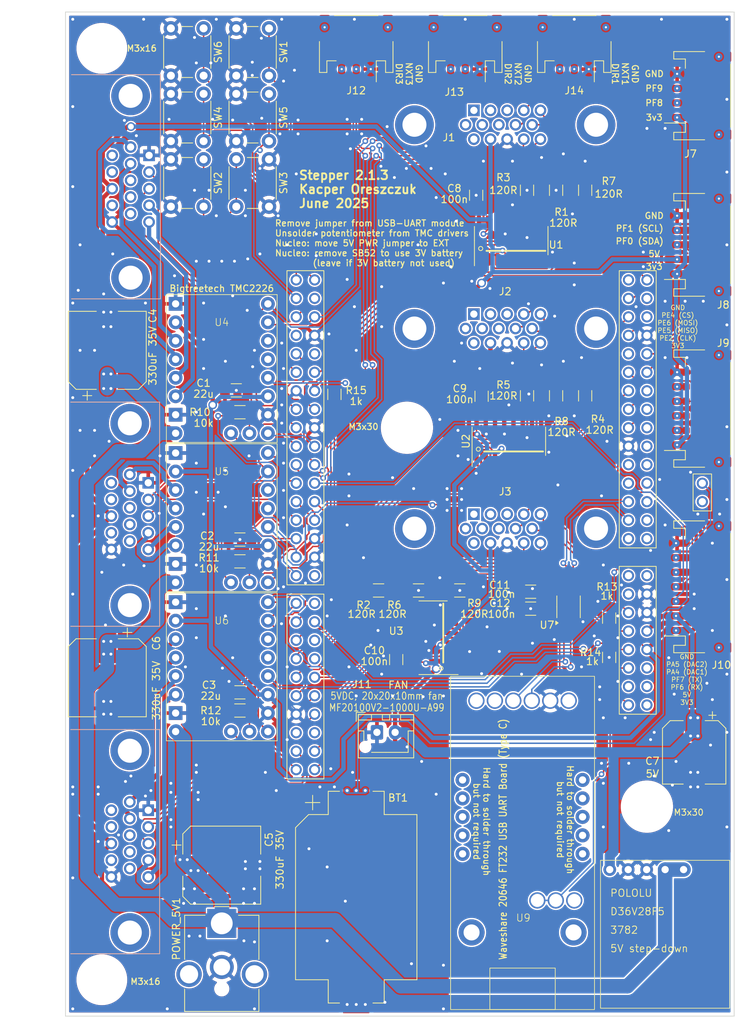
<source format=kicad_pcb>
(kicad_pcb (version 20241229) (generator "pcbnew") (generator_version "9.0")
  (layers (0 "F.Cu" signal) (2 "B.Cu" signal) (13 "F.Paste" user) (15 "B.Paste" user) (5 "F.SilkS" user "F.Silkscreen") (7 "B.SilkS" user "B.Silkscreen") (1 "F.Mask" user) (3 "B.Mask" user) (25 "Edge.Cuts" user))
  (net 0 "")
  (net 1 "VREF2")
  (net 2 "GND")
  (net 3 "VREF3")
  (net 4 "FLIMIT1")
  (net 5 "RLIMIT1")
  (net 6 "VCC")
  (net 7 "MYA1")
  (net 8 "MXA1")
  (net 9 "FLIMIT2")
  (net 10 "RLIMIT2")
  (net 11 "MYB1")
  (net 17 "MXB1")
  (net 19 "MYA2")
  (net 20 "FLIMIT3")
  (net 21 "RLIMIT3")
  (net 22 "MYB2")
  (net 23 "MXA2")
  (net 24 "MXB2")
  (net 25 "ENCA1-")
  (net 26 "ENCA1+")
  (net 32 "ENCB1-")
  (net 34 "ENCB1+")
  (net 36 "ENCI1+")
  (net 37 "ENCI1-")
  (net 38 "ENCA2-")
  (net 39 "ENCA2+")
  (net 40 "ENCB2-")
  (net 41 "ENCB2+")
  (net 49 "ENCI2+")
  (net 52 "VREF1")
  (net 56 "ENCI2-")
  (net 58 "ENCA3-")
  (net 66 "ENCA3+")
  (net 67 "ENCB3-")
  (net 71 "ENCB3+")
  (net 73 "EXTA1")
  (net 74 "EXTA2")
  (net 75 "EXTSDA")
  (net 76 "EXTSCL")
  (net 77 "EXTCLK")
  (net 78 "EXTCIPO")
  (net 79 "EXTCOPI")
  (net 80 "EXTCS")
  (net 81 "EXTRX")
  (net 82 "EXTTX")
  (net 83 "ENCI3+")
  (net 84 "ENCI3-")
  (net 85 "EXTDAC1")
  (net 86 "EXTDAC2")
  (net 87 "TMCUARTTX2")
  (net 88 "TMCUARTTX3")
  (net 89 "TMCUARTTX1")
  (net 90 "VREFPWM1")
  (net 91 "VREFPWM2")
  (net 92 "VREFPWM3")
  (net 93 "TMCUART3")
  (net 94 "UP1")
  (net 95 "TMCUART2")
  (net 96 "UP2")
  (net 97 "UP3")
  (net 98 "DOWN1")
  (net 99 "DOWN2")
  (net 100 "DOWN3")
  (net 104 "TMCUART1")
  (net 105 "USBUARTRX")
  (net 106 "USBUARTTX")
  (net 107 "DIAG3")
  (net 108 "NXT3")
  (net 109 "NXT2")
  (net 110 "DIAG2")
  (net 111 "DIAG1")
  (net 112 "NXT1")
  (net 113 "MYA3")
  (net 114 "EN1")
  (net 115 "DIR1")
  (net 116 "MYB3")
  (net 117 "EN2")
  (net 118 "DIR2")
  (net 119 "MXA3")
  (net 120 "EN3")
  (net 121 "DIR3")
  (net 127 "FTDI_VCCIO")
  (net 140 "MXB3")
  (net 141 "+3V3")
  (net 142 "+5V")
  (net 144 "ENCA2")
  (net 145 "ENCB2")
  (net 146 "ENCI2")
  (net 149 "ENCA3")
  (net 150 "ENCB3")
  (net 151 "ENCI3")
  (net 153 "VBAT")
  (net 154 "ENCA1")
  (net 155 "ENCB1")
  (net 156 "ENCI1")
  (net 191 "FTDI_RX")
  (net 192 "FTDI_TX")
  (footprint "stepper2:DSUB-15-HD_Vertical_Pitch2.29x1.98mm_Mercury3000_Enc" (layer "F.Cu") (at 60.505001 -67)
    (property "Reference" "J3")
    (property "Value" "DA15_Receptacle_MountingHoles")
  )
  (footprint "Resistor_SMD:R_1206_3216Metric_Pad1.30x1.75mm_HandSolder" (layer "F.Cu") (at 24 -62.5 180)
    (property "Reference" "R11")
    (property "Value" "10k")
  )
  (footprint "Resistor_SMD:R_1206_3216Metric_Pad1.30x1.75mm_HandSolder" (layer "F.Cu") (at 24 -83 180)
    (property "Reference" "R10")
    (property "Value" "10k")
  )
  (footprint "Capacitor_SMD:C_1206_3216Metric_Pad1.33x1.80mm_HandSolder" (layer "F.Cu") (at 45.5 -49 90)
    (property "Reference" "C10")
    (property "Value" "100n")
  )
  (footprint "stepper2:POLOLU_3782" (layer "F.Cu") (at 82.5 -11.25)
    (property "Reference" "U8" (hide yes))
    (property "Value" "~" (hide yes))
  )
  (footprint "Capacitor_SMD:C_1206_3216Metric_Pad1.33x1.80mm_HandSolder" (layer "F.Cu") (at 57.25 -85.1875 90)
    (property "Reference" "C9")
    (property "Value" "100n")
  )
  (footprint "Resistor_SMD:R_1206_3216Metric_Pad1.30x1.75mm_HandSolder" (layer "F.Cu") (at 63.5 -85.25 90)
    (property "Reference" "R5")
    (property "Value" "120R")
  )
  (footprint "Button_Switch_THT:SW_PUSH_6mm_H4.3mm" (layer "F.Cu") (at 28 -135.75 -90)
    (property "Reference" "SW1")
    (property "Value" "SW_Push H=15mm")
  )
  (footprint "stepper2:JST_PH_S3B-PH-SM4-TB_1x03-1MP_P2.00mm_Horizontal" (layer "F.Cu") (at 55 -133 180)
    (property "Reference" "J13")
    (property "Value" "Conn_01x03_Pin")
  )
  (footprint "stepper2:MountingHole_3.2mm_M3" (layer "F.Cu") (at 5 -133)
    (property "Reference" "H2" (hide yes))
    (property "Value" "MountingHole")
  )
  (footprint "Connector_JST:JST_XH_B2B-XH-AM_1x02_P2.50mm_Vertical" (layer "F.Cu") (at 42.85 -39)
    (property "Reference" "J11")
    (property "Value" "FAN")
  )
  (footprint "Capacitor_SMD:C_1206_3216Metric_Pad1.33x1.80mm_HandSolder" (layer "F.Cu") (at 64 -58.33 180)
    (property "Reference" "C11")
    (property "Value" "100n")
  )
  (footprint "Resistor_SMD:R_1206_3216Metric_Pad1.30x1.75mm_HandSolder" (layer "F.Cu") (at 71.5 -113.5 90)
    (property "Reference" "R7")
    (property "Value" "120R")
  )
  (footprint "Capacitor_SMD:C_1206_3216Metric_Pad1.33x1.80mm_HandSolder" (layer "F.Cu") (at 24 -44.5 180)
    (property "Reference" "C3")
    (property "Value" "22u")
  )
  (footprint "Battery:BatteryHolder_Keystone_1060_1x2032" (layer "F.Cu") (at 40 -16.35 -90)
    (property "Reference" "BT1")
    (property "Value" "Keystone 1060")
  )
  (footprint "Connector_BarrelJack:BarrelJack_CUI_PJ-063AH_Horizontal_CircularHoles" (layer "F.Cu") (at 21.5 -12.75)
    (property "Reference" "POWER_5V1")
    (property "Value" "SameSky    PJ-063BH")
  )
  (footprint "Capacitor_SMD:CP_Elec_10x10.5" (layer "F.Cu") (at 21.5 -20.75)
    (property "Reference" "C5")
    (property "Value" "330uF 35V")
  )
  (footprint "Capacitor_SMD:CP_Elec_10x10.5" (layer "F.Cu") (at 5.75 -91.5 90)
    (property "Reference" "C4")
    (property "Value" "330uF 35V")
  )
  (footprint "stepper2:JST_PH_S5B-PH-SM4-TB_1x05-1MP_P2.00mm_Horizontal" (layer "F.Cu") (at 87 -106 90)
    (property "Reference" "J8")
    (property "Value" "Conn_01x05_Pin")
  )
  (footprint "stepper2:Waveshare_FT232_USBC_module" (layer "F.Cu") (at 62.885 -15.901 180)
    (property "Reference" "U9")
    (property "Value" "Waveshare 20646 FT232 USB UART Board (Type C)")
  )
  (footprint "stepper2:SO-16_3.9x9.9mm_P1.27mm" (layer "F.Cu") (at 50.575 -52 180)
    (property "Reference" "U3")
    (property "Value" "AM26LS32AIDR")
  )
  (footprint "stepper2:DSUB-15-HD_Vertical_Pitch2.29x1.98mm_Mercury3000_Enc" (layer "F.Cu") (at 60.505001 -122.5)
    (property "Reference" "J1")
    (property "Value" "DA15_Receptacle_MountingHoles")
  )
  (footprint "Button_Switch_THT:SW_PUSH_6mm_H4.3mm" (layer "F.Cu") (at 23.5 -111.25 90)
    (property "Reference" "SW3")
    (property "Value" "SW_Push H=15mm")
  )
  (footprint "Capacitor_SMD:C_1206_3216Metric_Pad1.33x1.80mm_HandSolder" (layer "F.Cu") (at 64 -56 180)
    (property "Reference" "C12")
    (property "Value" "100n")
  )
  (footprint "stepper2:JST_PH_S7B-PH-SM4-TB_1x07-1MP_P2.00mm_Horizontal" (layer "F.Cu") (at 87 -59 90)
    (property "Reference" "J10")
    (property "Value" "Conn_01x07_Pin")
  )
  (footprint "stepper2:JST_PH_S3B-PH-SM4-TB_1x03-1MP_P2.00mm_Horizontal" (layer "F.Cu") (at 40 -133 180)
    (property "Reference" "J12")
    (property "Value" "Conn_01x03_Pin")
  )
  (footprint "Resistor_SMD:R_1206_3216Metric_Pad1.30x1.75mm_HandSolder" (layer "F.Cu") (at 67.5 -113.5 90)
    (property "Reference" "R1")
    (property "Value" "120R")
  )
  (footprint "Resistor_SMD:R_1206_3216Metric_Pad1.30x1.75mm_HandSolder" (layer "F.Cu") (at 43.075 -58.5)
    (property "Reference" "R2")
    (property "Value" "120R")
  )
  (footprint "Resistor_SMD:R_1206_3216Metric_Pad1.30x1.75mm_HandSolder" (layer "F.Cu") (at 54.25 -58.5)
    (property "Reference" "R9")
    (property "Value" "120R")
  )
  (footprint "Button_Switch_THT:SW_PUSH_6mm_H4.3mm" (layer "F.Cu") (at 19 -117.75 -90)
    (property "Reference" "SW2")
    (property "Value" "SW_Push H=15mm")
  )
  (footprint "stepper2:DSUB-15-HD_Vertical_Pitch2.29x1.98mm_Mercury3000_Enc" (layer "F.Cu") (at 60.5 -94.5)
    (property "Reference" "J2")
    (property "Value" "DA15_Receptacle_MountingHoles")
  )
  (footprint "Capacitor_SMD:C_1206_3216Metric_Pad1.33x1.80mm_HandSolder" (layer "F.Cu") (at 24 -65.5 180)
    (property "Reference" "C2")
    (property "Value" "22u")
  )
  (footprint "stepper2:TMC2209_BIGTREETECH" (layer "F.Cu") (at 21.5 -89)
    (property "Reference" "U4")
    (property "Value" "Bigtreetech TMC2226")
  )
  (footprint "stepper2:Nucleo144_H723_withVBAT" (layer "F.Cu") (at 55.87 -65.62 180)
    (property "Reference" "U10" (hide yes))
    (property "Value" "~")
  )
  (footprint "stepper2:TMC2209_BIGTREETECH" (layer "F.Cu") (at 21.5 -68.5)
    (property "Reference" "U5")
    (property "Value" "Bigtreetech TMC2226")
  )
  (footprint "Capacitor_SMD:CP_Elec_8x10.5" (layer "F.Cu") (at 86.5 -36.25 -90)
    (property "Reference" "C7")
    (property "Value" "5V")
  )
  (footprint "Package_SO:MSOP-8_3x3mm_P0.65mm" (layer "F.Cu") (at 69.215 -56.25 90)
    (property "Reference" "U7")
    (property "Value" "~")
  )
  (footprint "Capacitor_SMD:C_1206_3216Metric_Pad1.33x1.80mm_HandSolder" (layer "F.Cu") (at 23.5 -86 180)
    (property "Reference" "C1")
    (property "Value" "22u")
  )
  (footprint "Resistor_SMD:R_1206_3216Metric_Pad1.30x1.75mm_HandSolder" (layer "F.Cu") (at 74.8 -54.7 -90)
    (property "Reference" "R13")
    (property "Value" "1k")
  )
  (footprint "Button_Switch_THT:SW_PUSH_6mm_H4.3mm" (layer "F.Cu") (at 19 -126.75 -90)
    (property "Reference" "SW4")
    (property "Value" "SW_Push H=15mm")
  )
  (footprint "stepper2:MountingHole_3.2mm_M3" (layer "F.Cu") (at 5 -5)
    (property "Reference" "H1" (hide yes))
    (property "Value" "MountingHole")
  )
  (footprint "stepper2:SO-16_3.9x9.9mm_P1.27mm" (layer "F.Cu") (at 61 -79 90)
    (property "Reference" "U2")
    (property "Value" "AM26LS32AIDR")
  )
  (footprint "stepper2:SO-16_3.9x9.9mm_P1.27mm" (layer "F.Cu") (at 61.325 -106.575 90)
    (property "Reference" "U1")
    (property "Value" "AM26LS32AIDR")
  )
  (footprint "stepper2:TMC2209_BIGTREETECH" (layer "F.Cu") (at 21.5 -48)
    (property "Reference" "U6")
    (property "Value" "Bigtreetech TMC2226")
  )
  (footprint "Resistor_SMD:R_1206_3216Metric_Pad1.30x1.75mm_HandSolder" (layer "F.Cu") (at 63.5 -113.5 90)
    (property "Reference" "R3")
    (property "Value" "120R")
  )
  (footprint "Capacitor_SMD:CP_Elec_10x10.5" (layer "F.Cu") (at 5.75 -46.5 -90)
    (property "Reference" "C6")
    (property "Value" "330uF 35V")
  )
  (footprint "Resistor_SMD:R_1206_3216Metric_Pad1.30x1.75mm_HandSolder" (layer "F.Cu") (at 48.575 -58.5)
    (property "Reference" "R6")
    (property "Value" "120R")
  )
  (footprint "stepper2:JST_PH_S3B-PH-SM4-TB_1x03-1MP_P2.00mm_Horizontal" (layer "F.Cu") (at 70 -133 180)
    (property "Reference" "J14")
    (property "Value" "Conn_01x03_Pin")
  )
  (footprint "Resistor_SMD:R_1206_3216Metric_Pad1.30x1.75mm_HandSolder" (layer "F.Cu") (at 71.5 -85.25 90)
    (property "Reference" "R4")
    (property "Value" "120R")
  )
  (footprint "Resistor_SMD:R_1206_3216Metric_Pad1.30x1.75mm_HandSolder" (layer "F.Cu") (at 24 -42 180)
    (property "Reference" "R12")
    (property "Value" "10k")
  )
  (footprint "stepper2:JST_PH_S4B-PH-SM4-TB_1x04-1MP_P2.00mm_Horizontal" (layer "F.Cu") (at 87 -126.5 90)
    (property "Reference" "J7")
    (property "Value" "Conn_01x04_Pin")
  )
  (footprint "Capacitor_SMD:C_1206_3216Metric_Pad1.33x1.80mm_HandSolder" (layer "F.Cu") (at 56.5 -112.8125 90)
    (property "Reference" "C8")
    (property "Value" "100n")
  )
  (footprint "Button_Switch_THT:SW_PUSH_6mm_H4.3mm" (layer "F.Cu") (at 28 -126.75 -90)
    (property "Reference" "SW5")
    (property "Value" "SW_Push H=15mm")
  )
  (footprint "Resistor_SMD:R_1206_3216Metric_Pad1.30x1.75mm_HandSolder" (layer "F.Cu") (at 74.8 -49.3 -90)
    (property "Reference" "R14")
    (property "Value" "1k")
  )
  (footprint "Resistor_SMD:R_1206_3216Metric_Pad1.30x1.75mm_HandSolder" (layer "F.Cu") (at 37 -85.45 -90)
    (property "Reference" "R15")
    (property "Value" "1k")
  )
  (footprint "Button_Switch_THT:SW_PUSH_6mm_H4.3mm" (layer "F.Cu") (at 19 -135.75 -90)
    (property "Reference" "SW6")
    (property "Value" "SW_Push H=15mm")
  )
  (footprint "stepper2:JST_PH_S6B-PH-SM4-TB_1x06-1MP_P2.00mm_Horizontal" (layer "F.Cu") (at 87 -83.5 90)
    (property "Reference" "J9")
    (property "Value" "Conn_01x06_Pin")
  )
  (footprint "Resistor_SMD:R_1206_3216Metric_Pad1.30x1.75mm_HandSolder" (layer "F.Cu") (at 67.5 -85.25 90)
    (property "Reference" "R8")
    (property "Value" "120R")
  )
  (footprint "stepper2:DSUB-15-HD_Horizontal_Pitch2.29x2.54mm_EdgePinOffset9.40mm" (layer "B.Cu") (at 8.96 -114 90)
    (property "Reference" "J4" (hide yes))
    (property "Value" "ICD15S13E4GV00LF" (hide yes))
  )
  (footprint "stepper2:DSUB-15-HD_Horizontal_Pitch2.29x2.54mm_EdgePinOffset9.40mm" (layer "B.Cu") (at 8.84772 -24 90)
    (property "Reference" "J6" (hide yes))
    (property "Value" "ICD15S13E4GV00LF" (hide yes))
  )
  (footprint "stepper2:DSUB-15-HD_Horizontal_Pitch2.29x2.54mm_EdgePinOffset9.40mm" (layer "B.Cu") (at 8.84772 -69 90)
    (property "Reference" "J5" (hide yes))
    (property "Value" "ICD15S13E4GV00LF" (hide yes))
  )
  (gr_line (start 92 0) (end 0 0) (stroke (width 0.1)) (layer "Edge.Cuts"))
  (gr_line (start 92 0) (end 92 -138) (stroke (width 0.1)) (layer "Edge.Cuts"))
  (gr_line (start 0 -138) (end 92 -138) (stroke (width 0.1)) (layer "Edge.Cuts"))
  (gr_line (start 0 0) (end 0 -138) (stroke (width 0.1)) (layer "Edge.Cuts"))
  (gr_text "PF8" (at 81 -125.5 0) (layer "F.SilkS") (effects (font (size 0.85 0.85) (thickness 0.15) (bold yes))))
  (gr_text "Hard to solder through\nbut not required" (at 57.25 -26.75 270) (layer "F.SilkS") (effects (font (size 0.85 0.85))))
  (gr_text "GND" (at 81 -129.5 0) (layer "F.SilkS") (effects (font (size 0.85 0.85) (thickness 0.15) (bold yes))))
  (gr_text "M3x16" (at 11 -4.75 0) (layer "F.SilkS") (effects (font (size 0.85 0.85))))
  (gr_text "GND" (at 81 -110 0) (layer "F.SilkS") (effects (font (size 0.85 0.85) (thickness 0.15) (bold yes))))
  (gr_text "GND\nNXT1\nDIR1" (at 77 -129.5 -90) (layer "F.SilkS") (effects (font (size 0.85 0.85) (thickness 0.15) (bold yes))))
  (gr_text "PF1 (SCL)" (at 79 -108.25 0) (layer "F.SilkS") (effects (font (size 0.85 0.85) (thickness 0.15) (bold yes))))
  (gr_text "GND\nPA5 (DAC2)\nPA4 (DAC1)\nPF7 (TX)\nPF6 (RX)\n5V\n3V3" (at 85.5 -46.25 0) (layer "F.SilkS") (effects (font (size 0.65 0.65) (thickness 0.1))))
  (gr_text "Remove jumper from USB-UART module\nUnsolder potentiometer from TMC drivers\nNucleo: move 5V PWR jumper to EXT\nNucleo: remove SB52 to use 3V battery\n        (leave if 3V battery not used)" (at 28.75 -103 0) (layer "F.SilkS") (effects (font (size 0.85 0.85) (thickness 0.15) (bold yes)) (justify left bottom)))
  (gr_text "M3x30" (at 41 -81 0) (layer "F.SilkS") (effects (font (size 0.85 0.85))))
  (gr_text "3v3" (at 81 -123.5 0) (layer "F.SilkS") (effects (font (size 0.85 0.85) (thickness 0.15) (bold yes))))
  (gr_text "Stepper 2.1.3\nKacper Oreszczuk\nJune 2025" (at 32 -111 0) (layer "F.SilkS") (effects (font (size 1.2 1.2) (thickness 0.25) (bold yes)) (justify left bottom)))
  (gr_text "M3x30" (at 85.75 -28 0) (layer "F.SilkS") (effects (font (size 0.85 0.85) (thickness 0.13))))
  (gr_text "M3x16" (at 10.5 -133 0) (layer "F.SilkS") (effects (font (size 0.85 0.85))))
  (gr_text "GND\nPE4 (CS)\nPE6 (MOSI)\nPE5 (MISO)\nPE2 (CLK)\n3V3" (at 84.25 -94.75 0) (layer "F.SilkS") (effects (font (size 0.65 0.65) (thickness 0.1))))
  (gr_text "5VDC; 20x20x10mm fan\nMF20100V2-1000U-A99" (at 44.2 -43.2 0) (layer "F.SilkS") (effects (font (size 1 0.85) (thickness 0.12))))
  (gr_text "GND\nNXT2\nDIR2" (at 62.25 -129.5 270) (layer "F.SilkS") (effects (font (size 0.85 0.85) (thickness 0.15) (bold yes))))
  (gr_text "3v3" (at 81 -103 0) (layer "F.SilkS") (effects (font (size 0.85 0.85) (thickness 0.15) (bold yes))))
  (gr_text "GND\nNXT3\nDIR3" (at 47.25 -129.5 270) (layer "F.SilkS") (effects (font (size 0.85 0.85) (thickness 0.15) (bold yes))))
  (gr_text "Hard to solder through\nbut not required" (at 68.75 -27 270) (layer "F.SilkS") (effects (font (size 0.85 0.85))))
  (gr_text "PF9" (at 81 -127.5 0) (layer "F.SilkS") (effects (font (size 0.85 0.85) (thickness 0.15) (bold yes))))
  (gr_text "5V" (at 81 -104.75 0) (layer "F.SilkS") (effects (font (size 0.85 0.85) (thickness 0.15) (bold yes))))
  (gr_text "PF0 (SDA)" (at 79 -106.5 0) (layer "F.SilkS") (effects (font (size 0.85 0.85) (thickness 0.15) (bold yes))))
  (segment (start 25.5625 -62.5125) (end 25.55 -62.5) (width 0.2) (layer "F.Cu") (net 1))
  (segment (start 25.31 -62.26) (end 25.31 -59.61) (width 0.2) (layer "F.Cu") (net 1))
  (segment (start 25.5625 -65.5) (end 25.5625 -62.5125) (width 0.2) (layer "F.Cu") (net 1))
  (segment (start 25.55 -62.5) (end 25.31 -62.26) (width 0.2) (layer "F.Cu") (net 1))
  (segment (start 59.095 -81.575) (end 59.095 -80.851624) (width 0.2) (layer "F.Cu") (net 2))
  (segment (start 59.946624 -80) (end 60.393249 -80) (width 0.2) (layer "F.Cu") (net 2))
  (segment (start 60.75 -80) (end 60.393249 -80) (width 0.2) (layer "F.Cu") (net 2))
  (segment (start 66 -104) (end 67 -105) (width 0.2) (layer "F.Cu") (net 2))
  (segment (start 48 -52.46) (end 48.615 -52.46) (width 0.2) (layer "F.Cu") (net 2))
  (segment (start 59.42 -109.15) (end 59.42 -108.58) (width 0.2) (layer "F.Cu") (net 2))
  (segment (start 22.4375 -45.9375) (end 22.5 -46) (width 0.2) (layer "F.Cu") (net 2))
  (segment (start 59.42 -108.58) (end 60.5 -107.5) (width 0.2) (layer "F.Cu") (net 2))
  (segment (start 49.575 -51.218249) (end 48.276751 -49.92) (width 0.2) (layer "F.Cu") (net 2))
  (segment (start 61.96 -108.873249) (end 60.586751 -107.5) (width 0.2) (layer "F.Cu") (net 2))
  (segment (start 61.635 -81.575) (end 61.635 -80.885) (width 0.2) (layer "F.Cu") (net 2))
  (segment (start 60.586751 -107.5) (end 60.5 -107.5) (width 0.2) (layer "F.Cu") (net 2))
  (segment (start 65.77 -104) (end 66 -104) (width 0.2) (layer "F.Cu") (net 2))
  (segment (start 22.4375 -86) (end 23.5 -86) (width 0.2) (layer "F.Cu") (net 2))
  (segment (start 22.4375 -65.5) (end 24 -65.5) (width 0.2) (layer "F.Cu") (net 2))
  (segment (start 59.095 -80.851624) (end 59.946624 -80) (width 0.2) (layer "F.Cu") (net 2))
  (segment (start 65.445 -76.445) (end 66.5 -77.5) (width 0.2) (layer "F.Cu") (net 2))
  (segment (start 65.445 -76.425) (end 65.445 -76.445) (width 0.2) (layer "F.Cu") (net 2))
  (segment (start 53.15 -56.27) (end 52.92 -56.5) (width 0.2) (layer "F.Cu") (net 2))
  (segment (start 22.4375 -44.5) (end 22.4375 -45.9375) (width 0.2) (layer "F.Cu") (net 2))
  (segment (start 61.635 -80.885) (end 60.75 -80) (width 0.2) (layer "F.Cu") (net 2))
  (segment (start 61.96 -109.15) (end 61.96 -108.873249) (width 0.2) (layer "F.Cu") (net 2))
  (segment (start 48.615 -52.46) (end 49.575 -51.5) (width 0.2) (layer "F.Cu") (net 2))
  (segment (start 48.276751 -49.92) (end 48 -49.92) (width 0.2) (layer "F.Cu") (net 2))
  (segment (start 52.92 -56.5) (end 51.575 -56.5) (width 0.2) (layer "F.Cu") (net 2))
  (segment (start 49.575 -51.5) (end 49.575 -51.218249) (width 0.2) (layer "F.Cu") (net 2))
  (via (at 5.25 -96.75) (size 0.8) (drill 0.4) (layers "F.Cu" "B.Cu") (net 2))
  (via (at 36 -10.35) (size 0.8) (drill 0.4) (layers "F.Cu" "B.Cu") (net 2))
  (via (at 10.8 -61.9) (size 0.8) (drill 0.4) (layers "F.Cu" "B.Cu") (net 2))
  (via (at 47.9 -72.5) (size 0.8) (drill 0.4) (layers "F.Cu" "B.Cu") (net 2))
  (via (at 25.7 -129.3) (size 0.8) (drill 0.4) (layers "F.Cu" "B.Cu") (net 2))
  (via (at 17.75 -17.5) (size 0.8) (drill 0.4) (layers "F.Cu" "B.Cu") (net 2))
  (via (at 4.5 -30.5) (size 0.8) (drill 0.4) (layers "F.Cu" "B.Cu") (net 2))
  (via (at 26.75 -116.5) (size 0.8) (drill 0.4) (layers "F.Cu" "B.Cu") (net 2))
  (via (at 73.75 -34.75) (size 0.8) (drill 0.4) (layers "F.Cu" "B.Cu") (net 2))
  (via (at 52 -44) (size 0.8) (drill 0.4) (layers "F.Cu" "B.Cu") (net 2))
  (via (at 88.25 -45.75) (size 0.8) (drill 0.4) (layers "F.Cu" "B.Cu") (net 2))
  (via (at 33.5 -23) (size 0.8) (drill 0.4) (layers "F.Cu" "B.Cu") (net 2))
  (via (at 17.75 -134.5) (size 0.8) (drill 0.4) (layers "F.Cu" "B.Cu") (net 2))
  (via (at 14 -1) (size 0.8) (drill 0.4) (layers "F.Cu" "B.Cu") (net 2))
  (via (at 43.75 -49.5) (size 0.8) (drill 0.4) (layers "F.Cu" "B.Cu") (net 2))
  (via (at 43.4 -116.8) (size 0.8) (drill 0.4) (layers "F.Cu" "B.Cu") (net 2))
  (via (at 20 -131) (size 0.8) (drill 0.4) (layers "F.Cu" "B.Cu") (net 2))
  (via (at 63.7 -97.9) (size 0.8) (drill 0.4) (layers "F.Cu" "B.Cu") (net 2))
  (via (at 8 -62) (size 0.8) (drill 0.4) (layers "F.Cu" "B.Cu") (net 2))
  (via (at 29.25 -110) (size 0.8) (drill 0.4) (layers "F.Cu" "B.Cu") (net 2))
  (via (at 36.25 -93.75) (size 0.8) (drill 0.4) (layers "F.Cu" "B.Cu") (net 2))
  (via (at 51.5 -82) (size 0.8) (drill 0.4) (layers "F.Cu" "B.Cu") (net 2))
  (via (at 85.25 -98.25) (size 0.8) (drill 0.4) (layers "F.Cu" "B.Cu") (net 2))
  (via (at 18.25 -30.75) (size 0.8) (drill 0.4) (layers "F.Cu" "B.Cu") (net 2))
  (via (at 69 -79.75) (size 0.8) (drill 0.4) (layers "F.Cu" "B.Cu") (net 2))
  (via (at 11 -98) (size 0.8) (drill 0.4) (layers "F.Cu" "B.Cu") (net 2))
  (via (at 26 -91.5) (size 0.8) (drill 0.4) (layers "F.Cu" "B.Cu") (net 2))
  (via (at 85.5 -90.5) (size 0.8) (drill 0.4) (layers "F.Cu" "B.Cu") (net 2))
  (via (at 72.75 -52.25) (size 0.8) (drill 0.4) (layers "F.Cu" "B.Cu") (net 2))
  (via (at 61 -84) (size 0.8) (drill 0.4) (layers "F.Cu" "B.Cu") (net 2))
  (via (at 57.9 -80) (size 0.8) (drill 0.4) (layers "F.Cu" "B.Cu") (net 2))
  (via (at 2 -91.5) (size 0.8) (drill 0.4) (layers "F.Cu" "B.Cu") (net 2))
  (via (at 25.7 -131.1) (size 0.8) (drill 0.4) (layers "F.Cu" "B.Cu") (net 2))
  (via (at 41 -63) (size 0.8) (drill 0.4) (layers "F.Cu" "B.Cu") (net 2))
  (via (at 23.25 -103.75) (size 0.8) (drill 0.4) (layers "F.Cu" "B.Cu") (net 2))
  (via (at 22 -70) (size 0.8) (drill 0.4) (layers "F.Cu" "B.Cu") (net 2))
  (via (at 35 -31.5) (size 0.8) (drill 0.4) (layers "F.Cu" "B.Cu") (net 2))
  (via (at 17.75 -113.5) (size 0.8) (drill 0.4) (layers "F.Cu" "B.Cu") (net 2))
  (via (at 38.75 -121.25) (size 0.8) (drill 0.4) (layers "F.Cu" "B.Cu") (net 2))
  (via (at 5.25 -99.25) (size 0.8) (drill 0.4) (layers "F.Cu" "B.Cu") (net 2))
  (via (at 27 -123.4) (size 0.8) (drill 0.4) (layers "F.Cu" "B.Cu") (net 2))
  (via (at 2 -106) (size 0.8) (drill 0.4) (layers "F.Cu" "B.Cu") (net 2))
  (via (at 81 -39) (size 0.8) (drill 0.4) (layers "F.Cu" "B.Cu") (net 2))
  (via (at 60.5 -107.5) (size 0.8) (drill 0.4) (layers "F.Cu" "B.Cu") (net 2))
  (via (at 86 -33.5) (size 0.8) (drill 0.4) (layers "F.Cu" "B.Cu") (net 2))
  (via (at 39 -48) (size 0.8) (drill 0.4) (layers "F.Cu" "B.Cu") (net 2))
  (via (at 64.25 -51.25) (size 0.8) (drill 0.4) (layers "F.Cu" "B.Cu") (net 2))
  (via (at 76 -46) (size 0.8) (drill 0.4) (layers "F.Cu" "B.Cu") (net 2))
  (via (at 5.5 -53.75) (size 0.8) (drill 0.4) (layers "F.Cu" "B.Cu") (net 2))
  (via (at 1 -85) (size 0.8) (drill 0.4) (layers "F.Cu" "B.Cu") (net 2))
  (via (at 19 -98) (size 0.8) (drill 0.4) (layers "F.Cu" "B.Cu") (net 2))
  (via (at 14.5 -27) (size 0.8) (drill 0.4) (layers "F.Cu" "B.Cu") (net 2))
  (via (at 4 -77) (size 0.8) (drill 0.4) (layers "F.Cu" "B.Cu") (net 2))
  (via (at 30 -78.75) (size 0.8) (drill 0.4) (layers "F.Cu" "B.Cu") (net 2))
  (via (at 43 -53) (size 0.8) (drill 0.4) (layers "F.Cu" "B.Cu") (net 2))
  (via (at 52.5 -71) (size 0.8) (drill 0.4) (layers "F.Cu" "B.Cu") (net 2))
  (via (at 5 -61) (size 0.8) (drill 0.4) (layers "F.Cu" "B.Cu") (net 2))
  (via (at 4.5 -31.5) (size 0.8) (drill 0.4) (layers "F.Cu" "B.Cu") (net 2))
  (via (at 84 -35) (size 0.8) (drill 0.4) (layers "F.Cu" "B.Cu") (net 2))
  (via (at 39.5 -33.5) (size 0.8) (drill 0.4) (layers "F.Cu" "B.Cu") (net 2))
  (via (at 1 -98) (size 0.8) (drill 0.4) (layers "F.Cu" "B.Cu") (net 2))
  (via (at 18 -33.5) (size 0.8) (drill 0.4) (layers "F.Cu" "B.Cu") (net 2))
  (via (at 15 -101.75) (size 0.8) (drill 0.4) (layers "F.Cu" "B.Cu") (net 2))
  (via (at 80.5 -38) (size 0.8) (drill 0.4) (layers "F.Cu" "B.Cu") (net 2))
  (via (at 33.02 -59.514) (size 0.8) (drill 0.4) (layers "F.Cu" "B.Cu") (net 2))
  (via (at 31.75 -115.75) (size 0.8) (drill 0.4) (layers "F.Cu" "B.Cu") (net 2))
  (via (at 50 -50.25) (size 0.8) (drill 0.4) (layers "F.Cu" "B.Cu") (net 2))
  (via (at 54.5 -69.5) (size 0.8) (drill 0.4) (layers "F.Cu" "B.Cu") (net 2))
  (via (at 43.95 -1.9) (size 0.8) (drill 0.4) (layers "F.Cu" "B.Cu") (net 2))
  (via (at 91 -126) (size 0.8) (drill 0.4) (layers "F.Cu" "B.Cu") (net 2))
  (via (at 83 -25.5) (size 0.8) (drill 0.4) (layers "F.Cu" "B.Cu") (net 2))
  (via (at 62.75 -47) (size 0.8) (drill 0.4) (layers "F.Cu" "B.Cu") (net 2))
  (via (at 32 -123.1495) (size 0.8) (drill 0.4) (layers "F.Cu" "B.Cu") (net 2))
  (via (at 91 -106) (size 0.8) (drill 0.4) (layers "F.Cu" "B.Cu") (net 2))
  (via (at 48.5 -106) (size 0.8) (drill 0.4) (layers "F.Cu" "B.Cu") (net 2))
  (via (at 82.5 -90.5) (size 0.8) (drill 0.4) (layers "F.Cu" "B.Cu") (net 2))
  (via (at 4 -80.5) (size 0.8) (drill 0.4) (layers "F.Cu" "B.Cu") (net 2))
  (via (at 73.5 -45.25) (size 0.8) (drill 0.4) (layers "F.Cu" "B.Cu") (net 2))
  (via (at 63.75 -85.5) (size 0.8) (drill 0.4) (layers "F.Cu" "B.Cu") (net 2))
  (via (at 18 -131) (size 0.8) (drill 0.4) (layers "F.Cu" "B.Cu") (net 2))
  (via (at 82.5 -67.5) (size 0.8) (drill 0.4) (layers "F.Cu" "B.Cu") (net 2))
  (via (at 78.5 -97.5) (size 0.8) (drill 0.4) (layers "F.Cu" "B.Cu") (net 2))
  (via (at 44.25 -122.25) (size 0.8) (drill 0.4) (layers "F.Cu" "B.Cu") (net 2))
  (via (at 45.25 -115.25) (size 0.8) (drill 0.4) (layers "F.Cu" "B.Cu") (net 2))
  (via (at 20.25 -123.25) (size 0.8) (drill 0.4) (layers "F.Cu" "B.Cu") (net 2))
  (via (at 52 -7) (size 0.8) (drill 0.4) (layers "F.Cu" "B.Cu") (net 2))
  (via (at 69.75 -110.25) (size 0.8) (drill 0.4) (layers "F.Cu" "B.Cu") (net 2))
  (via (at 77.5 -34.75) (size 0.8) (drill 0.4) (layers "F.Cu" "B.Cu") (net 2))
  (via (at 9 -33) (size 0.8) (drill 0.4) (layers "F.Cu" "B.Cu") (net 2))
  (via (at 89 -53) (size 0.8) (drill 0.4) (layers "F.Cu" "B.Cu") (net 2))
  (via (at 66.5 -77.5) (size 0.8) (drill 0.4) (layers "F.Cu" "B.Cu") (net 2))
  (via (at 43.5 -94.75) (size 0.8) (drill 0.4) (layers "F.Cu" "B.Cu") (net 2))
  (via (at 54.5 -71) (size 0.8) (drill 0.4) (layers "F.Cu" "B.Cu") (net 2))
  (via (at 49.2 -43.9) (size 0.8) (drill 0.4) (layers "F.Cu" "B.Cu") (net 2))
  (via (at 91 -137) (size 0.8) (drill 0.4) (layers "F.Cu" "B.Cu") (net 2))
  (via (at 14.5 -32) (size 0.8) (drill 0.4) (layers "F.Cu" "B.Cu") (net 2))
  (via (at 54.25 -58.5) (size 0.8) (drill 0.4) (layers "F.Cu" "B.Cu") (net 2))
  (via (at 29.718 -53.926) (size 0.8) (drill 0.4) (layers "F.Cu" "B.Cu") (net 2))
  (via (at 18 -34.5) (size 0.8) (drill 0.4) (layers "F.Cu" "B.Cu") (net 2))
  (via (at 7.3 -24.9) (size 0.8) (drill 0.4) (layers "F.Cu" "B.Cu") (net 2))
  (via (at 24.75 -21.25) (size 0.8) (drill 0.4) (layers "F.Cu" "B.Cu") (net 2))
  (via (at 1 -125) (size 0.8) (drill 0.4) (layers "F.Cu" "B.Cu") (net 2))
  (via (at 67.3 -96.2) (size 0.8) (drill 0.4) (layers "F.Cu" "B.Cu") (net 2))
  (via (at 76 -55) (size 0.8) (drill 0.4) (layers "F.Cu" "B.Cu") (net 2))
  (via (at 27.5 -33.5) (size 0.8) (drill 0.4) (layers "F.Cu" "B.Cu") (net 2))
  (via (at 83.5 -31.75) (size 0.8) (drill 0.4) (layers "F.Cu" "B.Cu") (net 2))
  (via (at 88.75 -37.25) (size 0.8) (drill 0.4) (layers "F.Cu" "B.Cu") (net 2))
  (via (at 52 -100.75) (size 0.8) (drill 0.4) (layers "F.Cu" "B.Cu") (net 2))
  (via (at 71 -90.5) (size 0.8) (drill 0.4) (layers "F.Cu" "B.Cu") (net 2))
  (via (at 74.8 -49.3) (size 0.8) (drill 0.4) (layers "F.Cu" "B.Cu") (net 2))
  (via (at 65.5 -89.5) (size 0.8) (drill 0.4) (layers "F.Cu" "B.Cu") (net 2))
  (via (at 25.25 -77) (size 0.8) (drill 0.4) (layers "F.Cu" "B.Cu") (net 2))
  (via (at 11 -30.25) (size 0.8) (drill 0.4) (layers "F.Cu" "B.Cu") (net 2))
  (via (at 29.75 -92.5) (size 0.8) (drill 0.4) (layers "F.Cu" "B.Cu") (net 2))
  (via (at 18 -103.75) (size 0.8) (drill 0.4) (layers "F.Cu" "B.Cu") (net 2))
  (via (at 51 -112.5) (size 0.8) (drill 0.4) (layers "F.Cu" "B.Cu") (net 2))
  (via (at 82.5 -122) (size 0.8) (drill 0.4) (layers "F.Cu" "B.Cu") (net 2))
  (via (at 29 -31) (size 0.8) (drill 0.4) (layers "F.Cu" "B.Cu") (net 2))
  (via (at 61.5 -111.5) (size 0.8) (drill 0.4) (layers "F.Cu" "B.Cu") (net 2))
  (via (at 8.25 -32.25) (size 0.8) (drill 0.4) (layers "F.Cu" "B.Cu") (net 2))
  (via (at 17 -11) (size 0.8) (drill 0.4) (layers "F.Cu" "B.Cu") (net 2))
  (via (at 65.5 -118) (size 0.8) (drill 0.4) (layers "F.Cu" "B.Cu") (net 2))
  (via (at 87.75 -98.25) (size 0.8) (drill 0.4) (layers "F.Cu" "B.Cu") (net 2))
  (via (at 53.5 -90) (size 0.8) (drill 0.4) (layers "F.Cu" "B.Cu") (net 2))
  (via (at 74 -26) (size 0.8) (drill 0.4) (layers "F.Cu" "B.Cu") (net 2))
  (via (at 61 -58.25) (size 0.8) (drill 0.4) (layers "F.Cu" "B.Cu") (net 2))
  (via (at 18.25 -29.75) (size 0.8) (drill 0.4) (layers "F.Cu" "B.Cu") (net 2))
  (via (at 6.5 -104.75) (size 0.8) (drill 0.4) (layers "F.Cu" "B.Cu") (net 2))
  (via (at 30 -68.5) (size 0.8) (drill 0.4) (layers "F.Cu" "B.Cu") (net 2))
  (via (at 57.5 -117.5) (size 0.8) (drill 0.4) (layers "F.Cu" "B.Cu") (net 2))
  (via (at 11.75 -31) (size 0.8) (drill 0.4) (layers "F.Cu" "B.Cu") (net 2))
  (via (at 50.3 -116.5) (size 0.8) (drill 0.4) (layers "F.Cu" "B.Cu") (net 2))
  (via (at 70 -137) (size 0.8) (drill 0.4) (layers "F.Cu" "B.Cu") (net 2))
  (via (at 80.5 -64) (size 0.8) (drill 0.4) (layers "F.Cu" "B.Cu") (net 2))
  (via (at 1 -58) (size 0.8) (drill 0.4) (layers "F.Cu" "B.Cu") (net 2))
  (via (at 67.75 -73) (size 0.8) (drill 0.4) (layers "F.Cu" "B.Cu") (net 2))
  (via (at 30.5 -38) (size 0.8) (drill 0.4) (layers "F.Cu" "B.Cu") (net 2))
  (via (at 64 -56) (size 0.8) (drill 0.4) (layers "F.Cu" "B.Cu") (net 2))
  (via (at 24.55 -10.35) (size 0.8) (drill 0.4) (layers "F.Cu" "B.Cu") (net 2))
  (via (at 24.5 -17.5) (size 0.8) (drill 0.4) (layers "F.Cu" "B.Cu") (net 2))
  (via (at 67.5 -113.5) (size 0.8) (drill 0.4) (layers "F.Cu" "B.Cu") (net 2))
  (via (at 23 -49.25) (size 0.8) (drill 0.4) (layers "F.Cu" "B.Cu") (net 2))
  (via (at 45 -74) (size 0.8) (drill 0.4) (layers "F.Cu" "B.Cu") (net 2))
  (via (at 19.75 -103.75) (size 0.8) (drill 0.4) (layers "F.Cu" "B.Cu") (net 2))
  (via (at 18 -52) (size 0.8) (drill 0.4) (layers "F.Cu" "B.Cu") (net 2))
  (via (at 31.5 -130) (size 0.8) (drill 0.4) (layers "F.Cu" "B.Cu") (net 2))
  (via (at 87 -31.5) (size 0.8) (drill 0.4) (layers "F.Cu" "B.Cu") (net 2))
  (via (at 36.5 -34) (size 0.8) (drill 0.4) (layers "F.Cu" "B.Cu") (net 2))
  (via (at 60.393249 -80) (size 0.8) (drill 0.4) (layers "F.Cu" "B.Cu") (net 2))
  (via (at 77 -41) (size 0.8) (drill 0.4) (layers "F.Cu" "B.Cu") (net 2))
  (via (at 73.25 -57) (size 0.8) (drill 0.4) (layers "F.Cu" "B.Cu") (net 2))
  (via (at 70 -100.5) (size 0.8) (drill 0.4) (layers "F.Cu" "B.Cu") (net 2))
  (via (at 37 -31.5) (size 0.8) (drill 0.4) (layers "F.Cu" "B.Cu") (net 2))
  (via (at 86 -31.5) (size 0.8) (drill 0.4) (layers "F.Cu" "B.Cu") (net 2))
  (via (at 79.5 -103) (size 0.8) (drill 0.4) (layers "F.Cu" "B.Cu") (net 2))
  (via (at 66.5 -82.5) (size 0.8) (drill 0.4) (layers "F.Cu" "B.Cu") (net 2))
  (via (at 64.25 -58.75) (size 0.8) (drill 0.4) (layers "F.Cu" "B.Cu") (net 2))
  (via (at 56.5 -112.8125) (size 0.8) (drill 0.4) (layers "F.Cu" "B.Cu") (net 2))
  (via (at 86.5 -58) (size 0.8) (drill 0.4) (layers "F.Cu" "B.Cu") (net 2))
  (via (at 55 -137) (size 0.8) (drill 0.4) (layers "F.Cu" "B.Cu") (net 2))
  (via (at 53 -103) (size 0.8) (drill 0.4) (layers "F.Cu" "B.Cu") (net 2))
  (via (at 91 -95) (size 0.8) (drill 0.4) (layers "F.Cu" "B.Cu") (net 2))
  (via (at 26 -1) (size 0.8) (drill 0.4) (layers "F.Cu" "B.Cu") (net 2))
  (via (at 67.25 -51.75) (size 0.8) (drill 0.4) (layers "F.Cu" "B.Cu") (net 2))
  (via (at 87 -33.5) (size 0.8) (drill 0.4) (layers "F.Cu" "B.Cu") (net 2))
  (via (at 38.75 -123.25) (size 0.8) (drill 0.4) (layers "F.Cu" "B.Cu") (net 2))
  (via (at 18.5 -11) (size 0.8) (drill 0.4) (layers "F.Cu" "B.Cu") (net 2))
  (via (at 83 -49.25) (size 0.8) (drill 0.4) (layers "F.Cu" "B.Cu") (net 2))
  (via (at 29.5 -123.1495) (size 0.8) (drill 0.4) (layers "F.Cu" "B.Cu") (net 2))
  (via (at 91 -26) (size 0.8) (drill 0.4) (layers "F.Cu" "B.Cu") (net 2))
  (via (at 1 -68.75) (size 0.8) (drill 0.4) (layers "F.Cu" "B.Cu") (net 2))
  (via (at 19 -89) (size 0.8) (drill 0.4) (layers "F.Cu" "B.Cu") (net 2))
  (via (at 22.5 -46) (size 0.8) (drill 0.4) (layers "F.Cu" "B.Cu") (net 2))
  (via (at 1 -19) (size 0.8) (drill 0.4) (layers "F.Cu" "B.Cu") (net 2))
  (via (at 6 -79) (size 0.8) (drill 0.4) (layers "F.Cu" "B.Cu") (net 2))
  (via (at 6.25 -96.75) (size 0.8) (drill 0.4) (layers "F.Cu" "B.Cu") (net 2))
  (via (at 49.6 -119.6) (size 0.8) (drill 0.4) (layers "F.Cu" "B.Cu") (net 2))
  (via (at 4.5 -24) (size 0.8) (drill 0.4) (layers "F.Cu" "B.Cu") (net 2))
  (via (at 1 -114) (size 0.8) (drill 0.4) (layers "F.Cu" "B.Cu") (net 2))
  (via (at 4 -91.5) (size 0.8) (drill 0.4) (layers "F.Cu" "B.Cu") (net 2))
  (via (at 30 -128.5) (size 0.8) (drill 0.4) (layers "F.Cu" "B.Cu") (net 2))
  (via (at 29.75 -81.5) (size 0.8) (drill 0.4) (layers "F.Cu" "B.Cu") (net 2))
  (via (at 86.5 -56) (size 0.8) (drill 0.4) (layers "F.Cu" "B.Cu") (net 2))
  (via (at 39.2 -119.2) (size 0.8) (drill 0.4) (layers "F.Cu" "B.Cu") (net 2))
  (via (at 41.25 -1.6) (size 0.8) (drill 0.4) (layers "F.Cu" "B.Cu") (net 2))
  (via (at 39 -74.5) (size 0.8) (drill 0.4) (layers "F.Cu" "B.Cu") (net 2))
  (via (at 1 -30.5) (size 0.8) (drill 0.4) (layers "F.Cu" "B.Cu") (net 2))
  (via (at 55.9 -101) (size 0.8) (drill 0.4) (layers "F.Cu" "B.Cu") (net 2))
  (via (at 14.5 -26) (size 0.8) (drill 0.4) (layers "F.Cu" "B.Cu") (net 2))
  (via (at 1 -137) (size 0.8) (drill 0.4) (layers "F.Cu" "B.Cu") (net 2))
  (via (at 38.75 -1.6) (size 0.8) (drill 0.4) (layers "F.Cu" "B.Cu") (net 2))
  (via (at 26 -17.5) (size 0.8) (drill 0.4) (layers "F.Cu" "B.Cu") (net 2))
  (via (at 52 -1) (size 0.8) (drill 0.4) (layers "F.Cu" "B.Cu") (net 2))
  (via (at 52.5 -72.5) (size 0.8) (drill 0.4) (layers "F.Cu" "B.Cu") (net 2))
  (via (at 34.5 -104.5) (size 0.8) (drill 0.4) (layers "F.Cu" "B.Cu") (net 2))
  (via (at 76.5 -59.25) (size 0.8) (drill 0.4) (layers "F.Cu" "B.Cu") (net 2))
  (via (at 91 -81) (size 0.8) (drill 0.4) (layers "F.Cu" "B.Cu") (net 2))
  (via (at 1 -1) (size 0.8) (drill 0.4) (layers "F.Cu" "B.Cu") (net 2))
  (via (at 63.5 -107) (size 0.8) (drill 0.4) (layers "F.Cu" "B.Cu") (net 2))
  (via (at 87 -69) (size 0.8) (drill 0.4) (layers "F.Cu" "B.Cu") (net 2))
  (via (at 23 -99) (size 0.8) (drill 0.4) (layers "F.Cu" "B.Cu") (net 2))
  (via (at 79.5 -105) (size 0.8) (drill 0.4) (layers "F.Cu" "B.Cu") (net 2))
  (via (at 57.25 -47.068) (size 0.8) (drill 0.4) (layers "F.Cu" "B.Cu") (net 2))
  (via (at 51.5 -60.25) (size 0.8) (drill 0.4) (layers "F.Cu" "B.Cu") (net 2))
  (via (at 21.59 -47.83) (size 0.8) (drill 0.4) (layers "F.Cu" "B.Cu") (net 2))
  (via (at 26.950067 -134.392529) (size 0.8) (drill 0.4) (layers "F.Cu" "B.Cu") (net 2))
  (via (at 18 -62) (size 0.8) (drill 0.4) (layers "F.Cu" "B.Cu") (net 2))
  (via (at 73.75 -71.5) (size 0.8) (drill 0.4) (layers "F.Cu" "B.Cu") (net 2))
  (via (at 14.25 -123.25) (size 0.8) (drill 0.4) (layers "F.Cu" "B.Cu") (net 2))
  (via (at 10.75 -137) (size 0.8) (drill 0.4) (layers "F.Cu" "B.Cu") (net 2))
  (via (at 74 -32) (size 0.8) (drill 0.4) (layers "F.Cu" "B.Cu") (net 2))
  (via (at 55.6 -50.1) (size 0.8) (drill 0.4) (layers "F.Cu" "B.Cu") (net 2))
  (via (at 51 -30.5) (size 0.8) (drill 0.4) (layers "F.Cu" "B.Cu") (net 2))
  (via (at 29.75 -137) (size 0.8) (drill 0.4) (layers "F.Cu" "B.Cu") (net 2))
  (via (at 30.5 -48) (size 0.8) (drill 0.4) (layers "F.Cu" "B.Cu") (net 2))
  (via (at 46.9 -116.5) (size 0.8) (drill 0.4) (layers "F.Cu" "B.Cu") (net 2))
  (via (at 73.5 -43.5) (size 0.8) (drill 0.4) (layers "F.Cu" "B.Cu") (net 2))
  (via (at 25.75 -89.25) (size 0.8) (drill 0.4) (layers "F.Cu" "B.Cu") (net 2))
  (via (at 16.25 -15.5) (size 0.8) (drill 0.4) (layers "F.Cu" "B.Cu") (net 2))
  (via (at 81.75 -73.75) (size 0.8) (drill 0.4) (layers "F.Cu" "B.Cu") (net 2))
  (via (at 23.5 -86) (size 0.8) (drill 0.4) (layers "F.Cu" "B.Cu") (net 2))
  (via (at 36 -55) (size 0.8) (drill 0.4) (layers "F.Cu" "B.Cu") (net 2))
  (via (at 40.75 -123.25) (size 0.8) (drill 0.4) (layers "F.Cu" "B.Cu") (net 2))
  (via (at 38.75 -67.5) (size 0.8) (drill 0.4) (layers "F.Cu" "B.Cu") (net 2))
  (via (at 47.6 -7.2) (size 0.8) (drill 0.4) (layers "F.Cu" "B.Cu") (net 2))
  (via (at 8.1 -123.1) (size 0.8) (drill 0.4) (layers "F.Cu" "B.Cu") (net 2))
  (via (at 39.75 -97.5) (size 0.8) (drill 0.4) (layers "F.Cu" "B.Cu") (net 2))
  (via (at 71.5 -117.5) (size 0.8) (drill 0.4) (layers "F.Cu" "B.Cu") (net 2))
  (via (at 40 -1.6) (size 0.8) (drill 0.4) (layers "F.Cu" "B.Cu") (net 2))
  (via (at 6.25 -94.75) (size 0.8) (drill 0.4) (layers "F.Cu" "B.Cu") (net 2))
  (via (at 22 -75) (size 0.8) (drill 0.4) (layers "F.Cu" "B.Cu") (net 2))
  (via (at 16.5 -48) (size 0.8) (drill 0.4) (layers "F.Cu" "B.Cu") (net 2))
  (via (at 54 -80.5) (size 0.8) (drill 0.4) (layers "F.Cu" "B.Cu") (net 2))
  (via (at 52.5 -69.5) (size 0.8) (drill 0.4) (layers "F.Cu" "B.Cu") (net 2))
  (via (at 71 -48) (size 0.8) (drill 0.4) (layers "F.Cu" "B.Cu") (net 2))
  (via (at 59 -56.75) (size 0.8) (drill 0.4) (layers "F.Cu" "B.Cu") (net 2))
  (via (at 90 -69) (size 0.8) (drill 0.4) (layers "F.Cu" "B.Cu") (net 2))
  (via (at 40 -44) (size 0.8) (drill 0.4) (layers "F.Cu" "B.Cu") (net 2))
  (via (at 89 -43.5) (size 0.8) (drill 0.4) (layers "F.Cu" "B.Cu") (net 2))
  (via (at 18 -76) (size 0.8) (drill 0.4) (layers "F.Cu" "B.Cu") (net 2))
  (via (at 68.5 -118.5) (size 0.8) (drill 0.4) (layers "F.Cu" "B.Cu") (net 2))
  (via (at 24.75 -20.25) (size 0.8) (drill 0.4) (layers "F.Cu" "B.Cu") (net 2))
  (via (at 59.69 -50.116) (size 0.8) (drill 0.4) (layers "F.Cu" "B.Cu") (net 2))
  (via (at 40 -91.5) (size 0.8) (drill 0.4) (layers "F.Cu" "B.Cu") (net 2))
  (via (at 24.75 -110) (size 0.8) (drill 0.4) (layers "F.Cu" "B.Cu") (net 2))
  (via (at 9.75 -121) (size 0.8) (drill 0.4) (layers "F.Cu" "B.Cu") (net 2))
  (via (at 43.5 -47) (size 0.8) (drill 0.4) (layers "F.Cu" "B.Cu") (net 2))
  (via (at 57 -89) (size 0.8) (drill 0.4) (layers "F.Cu" "B.Cu") (net 2))
  (via (at 1.75 -99.75) (size 0.8) (drill 0.4) (layers "F.Cu" "B.Cu") (net 2))
  (via (at 16.25 -17.5) (size 0.8) (drill 0.4) (layers "F.Cu" "B.Cu") (net 2))
  (via (at 32 -121.25) (size 0.8) (drill 0.4) (layers "F.Cu" "B.Cu") (net 2))
  (via (at 34.5 -107.5) (size 0.8) (drill 0.4) (layers "F.Cu" "B.Cu") (net 2))
  (via (at 30 -59) (size 0.8) (drill 0.4) (layers "F.Cu" "B.Cu") (net 2))
  (via (at 51.575 -56.5) (size 0.8) (drill 0.4) (layers "F.Cu" "B.Cu") (net 2))
  (via (at 91 -47) (size 0.8) (drill 0.4) (layers "F.Cu" "B.Cu") (net 2))
  (via (at 20.75 -137) (size 0.8) (drill 0.4) (layers "F.Cu" "B.Cu") (net 2))
  (via (at 49.575 -51.5) (size 0.8) (drill 0.4) (layers "F.Cu" "B.Cu") (net 2))
  (via (at 40.75 -121.25) (size 0.8) (drill 0.4) (layers "F.Cu" "B.Cu") (net 2))
  (via (at 89 -65) (size 0.8) (drill 0.4) (layers "F.Cu" "B.Cu") (net 2))
  (via (at 45 -44) (size 0.8) (drill 0.4) (layers "F.Cu" "B.Cu") (net 2))
  (via (at 19 -69) (size 0.8) (drill 0.4) (layers "F.Cu" "B.Cu") (net 2))
  (via (at 30.5 -106) (size 0.8) (drill 0.4) (layers "F.Cu" "B.Cu") (net 2))
  (via (at 74 -62) (size 0.8) (drill 0.4) (layers "F.Cu" "B.Cu") (net 2))
  (via (at 91 -71) (size 0.8) (drill 0.4) (layers "F.Cu" "B.Cu") (net 2))
  (via (at 24.5 -15.5) (size 0.8) (drill 0.4) (layers "F.Cu" "B.Cu") (net 2))
  (via (at 67 -105) (size 0.8) (drill 0.4) (layers "F.Cu" "B.Cu") (net 2))
  (via (at 68.5 -90) (size 0.8) (drill 0.4) (layers "F.Cu" "B.Cu") (net 2))
  (via (at 25 -97) (size 0.8) (drill 0.4) (layers "F.Cu" "B.Cu") (net 2))
  (via (at 61.5 -117.5) (size 0.8) (drill 0.4) (layers "F.Cu" "B.Cu") (net 2))
  (via (at 2 -80.5) (size 0.8) (drill 0.4) (layers "F.Cu" "B.Cu") (net 2))
  (via (at 71.2 -54.2) (size 0.8) (drill 0.4) (layers "F.Cu" "B.Cu") (net 2))
  (via (at 5.25 -41.5) (size 0.8) (drill 0.4) (layers "F.Cu" "B.Cu") (net 2))
  (via (at 20.75 -110) (size 0.8) (drill 0.4) (layers "F.Cu" "B.Cu") (net 2))
  (via (at 54.5 -92.5) (size 0.8) (drill 0.4) (layers "F.Cu" "B.Cu") (net 2))
  (via (at 47 -37) (size 0.8) (drill 0.4) (layers "F.Cu" "B.Cu") (net 2))
  (via (at 54.5 -72.5) (size 0.8) (drill 0.4) (layers "F.Cu" "B.Cu") (net 2))
  (via (at 5.25 -43.25) (size 0.8) (drill 0.4) (layers "F.Cu" "B.Cu") (net 2))
  (via (at 29.75 -86.25) (size 0.8) (drill 0.4) (layers "F.Cu" "B.Cu") (net 2))
  (via (at 80 -122) (size 0.8) (drill 0.4) (layers "F.Cu" "B.Cu") (net 2))
  (via (at 86 -74.75) (size 0.8) (drill 0.4) (layers "F.Cu" "B.Cu") (net 2))
  (via (at 12.9 -69.1) (size 0.8) (drill 0.4) (layers "F.Cu" "B.Cu") (net 2))
  (via (at 26.75 -20.25) (size 0.8) (drill 0.4) (layers "F.Cu" "B.Cu") (net 2))
  (via (at 26 -10.2) (size 0.8) (drill 0.4) (layers "F.Cu" "B.Cu") (net 2))
  (via (at 18 -56) (size 0.8) (drill 0.4) (layers "F.Cu" "B.Cu") (net 2))
  (via (at 70 -103.5) (size 0.8) (drill 0.4) (layers "F.Cu" "B.Cu") (net 2))
  (via (at 76 -52) (size 0.8) (drill 0.4) (layers "F.Cu" "B.Cu") (net 2))
  (via (at 91 -39) (size 0.8) (drill 0.4) (layers "F.Cu" "B.Cu") (net 2))
  (via (at 19.75 -113.5) (size 0.8) (drill 0.4) (layers "F.Cu" "B.Cu") (net 2))
  (via (at 5.25 -94.75) (size 0.8) (drill 0.4) (layers "F.Cu" "B.Cu") (net 2))
  (via (at 1 -31.5) (size 0.8) (drill 0.4) (layers "F.Cu" "B.Cu") (net 2))
  (via (at 30 -72.25) (size 0.8) (drill 0.4) (layers "F.Cu" "B.Cu") (net 2))
  (via (at 25.072746 -104.066796) (size 0.8) (drill 0.4) (layers "F.Cu" "B.Cu") (net 2))
  (via (at 38.75 -101.25) (size 0.8) (drill 0.4) (layers "F.Cu" "B.Cu") (net 2))
  (via (at 29.5 -121.25) (size 0.8) (drill 0.4) (layers "F.Cu" "B.Cu") (net 2))
  (via (at 26 -15.5) (size 0.8) (drill 0.4) (layers "F.Cu" "B.Cu") (net 2))
  (via (at 24.75 -113.5) (size 0.8) (drill 0.4) (layers "F.Cu" "B.Cu") (net 2))
  (via (at 22 -55) (size 0.8) (drill 0.4) (layers "F.Cu" "B.Cu") (net 2))
  (via (at 23 -123.1495) (size 0.8) (drill 0.4) (layers "F.Cu" "B.Cu") (net 2))
  (via (at 57.5 -59) (size 0.8) (drill 0.4) (layers "F.Cu" "B.Cu") (net 2))
  (via (at 30 -76) (size 0.8) (drill 0.4) (layers "F.Cu" "B.Cu") (net 2))
  (via (at 26.75 -21.25) (size 0.8) (drill 0.4) (layers "F.Cu" "B.Cu") (net 2))
  (via (at 24 -65.5) (size 0.8) (drill 0.4) (layers "F.Cu" "B.Cu") (net 2))
  (via (at 6.25 -41.5) (size 0.8) (drill 0.4) (layers "F.Cu" "B.Cu") (net 2))
  (via (at 18 -72) (size 0.8) (drill 0.4) (layers "F.Cu" "B.Cu") (net 2))
  (via (at 81 -33) (size 0.8) (drill 0.4) (layers "F.Cu" "B.Cu") (net 2))
  (via (at 91 -60) (size 0.8) (drill 0.4) (layers "F.Cu" "B.Cu") (net 2))
  (via (at 58 -53.5) (size 0.8) (drill 0.4) (layers "F.Cu" "B.Cu") (net 2))
  (via (at 58.4 -100) (size 0.8) (drill 0.4) (layers "F.Cu" "B.Cu") (net 2))
  (via (at 55.4 -76.5) (size 0.8) (drill 0.4) (layers "F.Cu" "B.Cu") (net 2))
  (via (at 74.5 -79) (size 0.8) (drill 0.4) (layers "F.Cu" "B.Cu") (net 2))
  (via (at 42 -51) (size 0.8) (drill 0.4) (layers "F.Cu" "B.Cu") (net 2))
  (via (at 39.75 -137) (size 0.8) (drill 0.4) (layers "F.Cu" "B.Cu") (net 2))
  (via (at 36 -20.5) (size 0.8) (drill 0.4) (layers "F.Cu" "B.Cu") (net 2))
  (via (at 39 -71.5) (size 0.8) (drill 0.4) (layers "F.Cu" "B.Cu") (net 2))
  (via (at 21 -72) (size 0.8) (drill 0.4) (layers "F.Cu" "B.Cu") (net 2))
  (via (at 19 -93) (size 0.8) (drill 0.4) (layers "F.Cu" "B.Cu") (net 2))
  (via (at 52.25 -115.75) (size 0.8) (drill 0.4) (layers "F.Cu" "B.Cu") (net 2))
  (via (at 29.25 -58.75) (size 0.8) (drill 0.4) (layers "F.Cu" "B.Cu") (net 2))
  (via (at 30 -89) (size 0.8) (drill 0.4) (layers "F.Cu" "B.Cu") (net 2))
  (via (at 22 -90) (size 0.8) (drill 0.4) (layers "F.Cu" "B.Cu") (net 2))
  (via (at 43.5 -100.25) (size 0.8) (drill 0.4) (layers "F.Cu" "B.Cu") (net 2))
  (via (at 49 -35) (size 0.8) (drill 0.4) (layers "F.Cu" "B.Cu") (net 2))
  (via (at 82 -137) (size 0.8) (drill 0.4) (layers "F.Cu" "B.Cu") (net 2))
  (via (at 17.75 -15.5) (size 0.8) (drill 0.4) (layers "F.Cu" "B.Cu") (net 2))
  (via (at 38.5 -15.8) (size 0.8) (drill 0.4) (layers "F.Cu" "B.Cu") (net 2))
  (via (at 50.75 -53.75) (size 0.8) (drill 0.4) (layers "F.Cu" "B.Cu") (net 2))
  (via (at 63.5 -113.5) (size 0.8) (drill 0.4) (layers "F.Cu" "B.Cu") (net 2))
  (via (at 74 -41) (size 0.8) (drill 0.4) (layers "F.Cu" "B.Cu") (net 2))
  (via (at 48.575 -58.5) (size 0.8) (drill 0.4) (layers "F.Cu" "B.Cu") (net 2))
  (via (at 36.576 -57.228) (size 0.8) (drill 0.4) (layers "F.Cu" "B.Cu") (net 2))
  (via (at 14.5 -30.75) (size 0.8) (drill 0.4) (layers "F.Cu" "B.Cu") (net 2))
  (via (at 29.75 -84) (size 0.8) (drill 0.4) (layers "F.Cu" "B.Cu") (net 2))
  (via (at 83.75 -44.25) (size 0.8) (drill 0.4) (layers "F.Cu" "B.Cu") (net 2))
  (via (at 56.5 -74.6) (size 0.8) (drill 0.4) (layers "F.Cu" "B.Cu") (net 2))
  (via (at 91 -116) (size 0.8) (drill 0.4) (layers "F.Cu" "B.Cu") (net 2))
  (via (at 63.5 -79.5) (size 0.8) (drill 0.4) (layers "F.Cu" "B.Cu") (net 2))
  (via (at 70 -82.5) (size 0.8) (drill 0.4) (layers "F.Cu" "B.Cu") (net 2))
  (via (at 26.75 -104.75) (size 0.8) (drill 0.4) (layers "F.Cu" "B.Cu") (net 2))
  (via (at 18 -83) (size 0.8) (drill 0.4) (layers "F.Cu" "B.Cu") (net 2))
  (via (at 1 -75) (size 0.8) (drill 0.4) (layers "F.Cu" "B.Cu") (net 2))
  (via (at 6.25 -43.25) (size 0.8) (drill 0.4) (layers "F.Cu" "B.Cu") (net 2))
  (via (at 53.75 -109.25) (size 0.8) (drill 0.4) (layers "F.Cu" "B.Cu") (net 2))
  (via (at 54 -77) (size 0.8) (drill 0.4) (layers "F.Cu" "B.Cu") (net 2))
  (via (at 21.5 -103.75) (size 0.8) (drill 0.4) (layers "F.Cu" "B.Cu") (net 2))
  (via (at 61.5 -89.75) (size 0.8) (drill 0.4) (layers "F.Cu" "B.Cu") (net 2))
  (via (at 82.5 -98.25) (size 0.8) (drill 0.4) (layers "F.Cu" "B.Cu") (net 2))
  (via (at 4.5 -68.75) (size 0.8) (drill 0.4) (layers "F.Cu" "B.Cu") (net 2))
  (via (at 60.75 -56) (size 0.8) (drill 0.4) (layers "F.Cu" "B.Cu") (net 2))
  (via (at 13 -77) (size 0.8) (drill 0.4) (layers "F.Cu" "B.Cu") (net 2))
  (segment (start 26.81 -45.44) (end 28.367767 -45.44) (width 0.2) (layer "B.Cu") (net 2))
  (segment (start 26.6 -49.787767) (end 26.6 -48.752233) (width 0.2) (layer "B.Cu") (net 2))
  (segment (start 27.372233 -47.98) (end 29.06 -47.98) (width 0.2) (layer "B.Cu") (net 2))
  (segment (start 23 -49.25) (end 26.81 -45.44) (width 0.2) (layer "B.Cu") (net 2))
  (segment (start 29.21 -52.217767) (end 29.21 -51.362233) (width 0.2) (layer "B.Cu") (net 2))
  (segment (start 31.74 -42.067767) (end 31.74 -41.49) (width 0.2) (layer "B.Cu") (net 2))
  (segment (start 26.65 -55.6) (end 26.6 -55.55) (width 0.2) (layer "B.Cu") (net 2))
  (segment (start 27.332233 -53.06) (end 28.367767 -53.06) (width 0.2) (layer "B.Cu") (net 2))
  (segment (start 29.06 -47.98) (end 29.21 -47.83) (width 0.2) (layer "B.Cu") (net 2))
  (segment (start 29.21 -51.362233) (end 28.367767 -50.52) (width 0.2) (layer "B.Cu") (net 2))
  (segment (start 29.1 -55.6) (end 26.65 -55.6) (width 0.2) (layer "B.Cu") (net 2))
  (segment (start 26.6 -48.752233) (end 27.372233 -47.98) (width 0.2) (layer "B.Cu") (net 2))
  (segment (start 26.6 -55.55) (end 26.6 -53.792233) (width 0.2) (layer "B.Cu") (net 2))
  (segment (start 28.367767 -45.44) (end 31.74 -42.067767) (width 0.2) (layer "B.Cu") (net 2))
  (segment (start 28.367767 -50.52) (end 27.332233 -50.52) (width 0.2) (layer "B.Cu") (net 2))
  (segment (start 30 -56.5) (end 29.1 -55.6) (width 0.2) (layer "B.Cu") (net 2))
  (segment (start 28.367767 -53.06) (end 29.21 -52.217767) (width 0.2) (layer "B.Cu") (net 2))
  (segment (start 26.6 -53.792233) (end 27.332233 -53.06) (width 0.2) (layer "B.Cu") (net 2))
  (segment (start 27.332233 -50.52) (end 26.6 -49.787767) (width 0.2) (layer "B.Cu") (net 2))
  (segment (start 25.31 -41.76) (end 25.31 -39.11) (width 0.2) (layer "F.Cu") (net 3))
  (segment (start 25.55 -42) (end 25.31 -41.76) (width 0.2) (layer "F.Cu") (net 3))
  (segment (start 25.5625 -42.0125) (end 25.55 -42) (width 0.2) (layer "F.Cu") (net 3))
  (segment (start 25.5625 -44.5) (end 25.5625 -42.0125) (width 0.2) (layer "F.Cu") (net 3))
  (segment (start 31.61005 -83.4) (end 31.74 -83.4) (width 0.2) (layer "F.Cu") (net 4))
  (segment (start 24.5 -89.25) (end 27.31 -86.44) (width 0.2) (layer "F.Cu") (net 4))
  (segment (start 27.31 -86.44) (end 28.57005 -86.44) (width 0.2) (layer "F.Cu") (net 4))
  (segment (start 28.57005 -86.44) (end 31.61005 -83.4) (width 0.2) (layer "F.Cu") (net 4))
  (segment (start 12.75 -106.25) (end 24.5 -94.5) (width 0.2) (layer "F.Cu") (net 4))
  (segment (start 11.5 -116.005) (end 12.75 -114.755) (width 0.2) (layer "F.Cu") (net 4))
  (segment (start 24.5 -94.5) (end 24.5 -89.25) (width 0.2) (layer "F.Cu") (net 4))
  (segment (start 12.75 -114.755) (end 12.75 -106.25) (width 0.2) (layer "F.Cu") (net 4))
  (segment (start 10.25 -108) (end 10.25 -112.465) (width 0.2) (layer "F.Cu") (net 5))
  (segment (start 27.1 -83.9) (end 26.25 -84.75) (width 0.2) (layer "F.Cu") (net 5))
  (segment (start 10.25 -112.465) (end 11.5 -113.715) (width 0.2) (layer "F.Cu") (net 5))
  (segment (start 28.7 -83.9) (end 27.1 -83.9) (width 0.2) (layer "F.Cu") (net 5))
  (segment (start 24 -94.25) (end 10.25 -108) (width 0.2) (layer "F.Cu") (net 5))
  (segment (start 24 -89) (end 24 -94.25) (width 0.2) (layer "F.Cu") (net 5))
  (segment (start 26.25 -84.75) (end 26.25 -86.75) (width 0.2) (layer "F.Cu") (net 5))
  (segment (start 26.25 -86.75) (end 24 -89) (width 0.2) (layer "F.Cu") (net 5))
  (segment (start 31.74 -80.86) (end 28.7 -83.9) (width 0.2) (layer "F.Cu") (net 5))
  (via (at 6.25 -86.25) (size 0.8) (drill 0.4) (layers "F.Cu" "B.Cu") (net 6))
  (via (at 5.25 -49.75) (size 0.8) (drill 0.4) (layers "F.Cu" "B.Cu") (net 6))
  (via (at 5.25 -86.25) (size 0.8) (drill 0.4) (layers "F.Cu" "B.Cu") (net 6))
  (via (at 6.25 -88.25) (size 0.8) (drill 0.4) (layers "F.Cu" "B.Cu") (net 6))
  (via (at 16.75 -21.5) (size 0.8) (drill 0.4) (layers "F.Cu" "B.Cu") (net 6))
  (via (at 5.25 -88.25) (size 0.8) (drill 0.4) (layers "F.Cu" "B.Cu") (net 6))
  (via (at 6.25 -51.5) (size 0.8) (drill 0.4) (layers "F.Cu" "B.Cu") (net 6))
  (via (at 15.75 -21.5) (size 0.8) (drill 0.4) (layers "F.Cu" "B.Cu") (net 6))
  (via (at 5.25 -51.5) (size 0.8) (drill 0.4) (layers "F.Cu" "B.Cu") (net 6))
  (via (at 17.25 -20) (size 0.8) (drill 0.4) (layers "F.Cu" "B.Cu") (net 6))
  (via (at 18.25 -20) (size 0.8) (drill 0.4) (layers "F.Cu" "B.Cu") (net 6))
  (via (at 6.25 -49.75) (size 0.8) (drill 0.4) (layers "F.Cu" "B.Cu") (net 6))
  (segment (start 5.75 -51.5) (end 9.75 -51.5) (width 1.9) (layer "B.Cu") (net 6))
  (segment (start 21.535 -13.174) (end 37.076 -13.174) (width 2) (layer "B.Cu") (net 6))
  (segment (start 12.66472 -80.11) (end 12.66472 -83.054854) (width 1.9) (layer "B.Cu") (net 6))
  (segment (start 46.14 -4.11) (end 77.32 -4.11) (width 2) (layer "B.Cu") (net 6))
  (segment (start 12.66472 -54.41472) (end 12.66472 -58.41472) (width 1.9) (layer "B.Cu") (net 6))
  (segment (start 16.25 -21.381371) (end 16.25 -38.06) (width 2) (layer "B.Cu") (net 6))
  (segment (start 16.25 -38.06) (end 15.2 -39.11) (width 2) (layer "B.Cu") (net 6))
  (segment (start 9.75 -51.5) (end 12.66472 -54.41472) (width 1.9) (layer "B.Cu") (net 6))
  (segment (start 12.66472 -58.41472) (end 13.86 -59.61) (width 1.9) (layer "B.Cu") (net 6))
  (segment (start 12.697999 -15.302001) (end 7.266666 -15.302001) (width 1.9) (layer "B.Cu") (net 6))
  (segment (start 13.86 -59.61) (end 15.15 -59.61) (width 1.9) (layer "B.Cu") (net 6))
  (segment (start 14.826 -13.174) (end 12.697999 -15.302001) (width 1.9) (layer "B.Cu") (net 6))
  (segment (start 82.5 -17.75) (end 82.5 -20.14) (width 2) (layer "B.Cu") (net 6))
  (segment (start 5.75 -88.25) (end 5.75 -86.25) (width 1.9) (layer "B.Cu") (net 6))
  (segment (start 82.5 -20.14) (end 85.04 -20.14) (width 2) (layer "B.Cu") (net 6))
  (segment (start 2.95 -44.95) (end 5.75 -47.75) (width 1.9) (layer "B.Cu") (net 6))
  (segment (start 10.428774 -77.6568) (end 7.1568 -77.6568) (width 1.9) (layer "B.Cu") (net 6))
  (segment (start 5.75 -47.75) (end 5.75 -51.5) (width 1.9) (layer "B.Cu") (net 6))
  (segment (start 7.266666 -15.302001) (end 7.264665 -15.3) (width 1.9) (layer "B.Cu") (net 6))
  (segment (start 2.95 -39) (end 2.95 -44.95) (width 1.9) (layer "B.Cu") (net 6))
  (segment (start 12.66472 -80.11) (end 12.66472 -79.892746) (width 1.9) (layer "B.Cu") (net 6))
  (segment (start 8.469574 -87.25) (end 5.75 -87.25) (width 1.9) (layer "B.Cu") (net 6))
  (segment (start 21.535 -13.174) (end 14.826 -13.174) (width 1.9) (layer "B.Cu") (net 6))
  (segment (start 6.95 -15.3) (end 2.95 -19.3) (width 1.9) (layer "B.Cu") (net 6))
  (segment (start 2.95 -19.3) (end 2.95 -41.5) (width 1.9) (layer "B.Cu") (net 6))
  (segment (start 77.32 -4.11) (end 82.5 -9.29) (width 2) (layer "B.Cu") (net 6))
  (segment (start 2.95 -73.45) (end 2.95 -47.2) (width 1.9) (layer "B.Cu") (net 6))
  (segment (start 12.66472 -79.892746) (end 10.428774 -77.6568) (width 1.9) (layer "B.Cu") (net 6))
  (segment (start 12.66472 -83.054854) (end 8.469574 -87.25) (width 1.9) (layer "B.Cu") (net 6))
  (segment (start 15.15 -80.11) (end 13.14 -80.11) (width 1.9) (layer "B.Cu") (net 6))
  (segment (start 13.14 -80.11) (end 12.66472 -80.11) (width 1.9) (layer "B.Cu") (net 6))
  (segment (start 21.535 -13.174) (end 21.535 -16.096371) (width 2) (layer "B.Cu") (net 6))
  (segment (start 37.076 -13.174) (end 46.14 -4.11) (width 2) (layer "B.Cu") (net 6))
  (segment (start 2.95 -41.5) (end 2.95 -47.2) (width 1.9) (layer "B.Cu") (net 6))
  (segment (start 7.264665 -15.3) (end 6.95 -15.3) (width 1.9) (layer "B.Cu") (net 6))
  (segment (start 82.5 -9.29) (end 82.5 -17.75) (width 2) (layer "B.Cu") (net 6))
  (segment (start 21.535 -16.096371) (end 16.25 -21.381371) (width 2) (layer "B.Cu") (net 6))
  (segment (start 7.1568 -77.6568) (end 2.95 -73.45) (width 1.9) (layer "B.Cu") (net 6))
  (segment (start 11.5 -107) (end 11.5 -109.135) (width 0.6) (layer "B.Cu") (net 7))
  (segment (start 15.15 -87.73) (end 16.6 -89.18) (width 0.6) (layer "B.Cu") (net 7))
  (segment (start 16.6 -89.18) (end 16.6 -101.9) (width 0.6) (layer "B.Cu") (net 7))
  (segment (start 16.6 -101.9) (end 11.5 -107) (width 0.6) (layer "B.Cu") (net 7))
  (segment (start 7.435152 -107.75) (end 12.2 -102.985152) (width 0.6) (layer "B.Cu") (net 8))
  (segment (start 15.15 -90.75939) (end 15.15 -90.27) (width 0.6) (layer "B.Cu") (net 8))
  (segment (start 6.395 -120.395) (end 4.75 -118.75) (width 0.6) (layer "B.Cu") (net 8))
  (segment (start 12.2 -102.985152) (end 12.2 -93.70939) (width 0.6) (layer "B.Cu") (net 8))
  (segment (start 12.2 -93.70939) (end 15.15 -90.75939) (width 0.6) (layer "B.Cu") (net 8))
  (segment (start 4.75 -108.733261) (end 5.733261 -107.75) (width 0.6) (layer "B.Cu") (net 8))
  (segment (start 8.005 -120.395) (end 6.395 -120.395) (width 0.6) (layer "B.Cu") (net 8))
  (segment (start 5.733261 -107.75) (end 7.435152 -107.75) (width 0.6) (layer "B.Cu") (net 8))
  (segment (start 4.75 -118.75) (end 4.75 -108.733261) (width 0.6) (layer "B.Cu") (net 8))
  (segment (start 8.96 -119.44) (end 8.005 -120.395) (width 0.6) (layer "B.Cu") (net 8))
  (segment (start 13.94272 -73.56) (end 31.42 -73.56) (width 0.2) (layer "F.Cu") (net 9))
  (segment (start 11.38772 -71.005) (end 13.94272 -73.56) (width 0.2) (layer "F.Cu") (net 9))
  (segment (start 31.42 -73.56) (end 31.74 -73.24) (width 0.2) (layer "F.Cu") (net 9))
  (segment (start 28.88 -71.02) (end 13.69272 -71.02) (width 0.2) (layer "F.Cu") (net 10))
  (segment (start 31.74 -68.16) (end 28.88 -71.02) (width 0.2) (layer "F.Cu") (net 10))
  (segment (start 13.69272 -71.02) (end 11.38772 -68.715) (width 0.2) (layer "F.Cu") (net 10))
  (segment (start 12.8 -107) (end 12.8 -110.125) (width 0.6) (layer "B.Cu") (net 11))
  (segment (start 17.5 -87.54) (end 17.5 -102.3) (width 0.6) (layer "B.Cu") (net 11))
  (segment (start 15.15 -85.19) (end 17.5 -87.54) (width 0.6) (layer "B.Cu") (net 11))
  (segment (start 12.8 -110.125) (end 11.5 -111.425) (width 0.6) (layer "B.Cu") (net 11))
  (segment (start 17.5 -102.3) (end 12.8 -107) (width 0.6) (layer "B.Cu") (net 11))
  (segment (start 7.66 -113.108478) (end 7.72 -113.168478) (width 0.6) (layer "B.Cu") (net 17))
  (segment (start 7.66 -110.818478) (end 7.72 -110.878478) (width 0.6) (layer "B.Cu") (net 17))
  (segment (start 7.66 -114.321522) (end 7.66 -115.398478) (width 0.6) (layer "B.Cu") (net 17))
  (segment (start 7.72 -113.168478) (end 7.72 -114.261522) (width 0.6) (layer "B.Cu") (net 17))
  (segment (start 13 -103.316522) (end 7.72 -108.596522) (width 0.6) (layer "B.Cu") (net 17))
  (segment (start 15.15 -92.83) (end 13 -94.98) (width 0.6) (layer "B.Cu") (net 17))
  (segment (start 7.72 -114.261522) (end 7.66 -114.321522) (width 0.6) (layer "B.Cu") (net 17))
  (segment (start 7.66 -112.031522) (end 7.66 -113.108478) (width 0.6) (layer "B.Cu") (net 17))
  (segment (start 7.66 -115.398478) (end 8.96 -116.698478) (width 0.6) (layer "B.Cu") (net 17))
  (segment (start 13 -94.98) (end 13 -103.316522) (width 0.6) (layer "B.Cu") (net 17))
  (segment (start 8.96 -116.698478) (end 8.96 -117.15) (width 0.6) (layer "B.Cu") (net 17))
  (segment (start 7.72 -110.878478) (end 7.72 -111.971522) (width 0.6) (layer "B.Cu") (net 17))
  (segment (start 7.66 -109.741522) (end 7.66 -110.818478) (width 0.6) (layer "B.Cu") (net 17))
  (segment (start 7.72 -108.596522) (end 7.72 -109.681522) (width 0.6) (layer "B.Cu") (net 17))
  (segment (start 7.72 -109.681522) (end 7.66 -109.741522) (width 0.6) (layer "B.Cu") (net 17))
  (segment (start 7.72 -111.971522) (end 7.66 -112.031522) (width 0.6) (layer "B.Cu") (net 17))
  (segment (start 15.15 -92.81) (end 15.15 -92.83) (width 0.6) (layer "B.Cu") (net 17))
  (segment (start 14.48272 -67.23) (end 11.38772 -64.135) (width 0.6) (layer "B.Cu") (net 19))
  (segment (start 15.15 -67.23) (end 14.48272 -67.23) (width 0.6) (layer "B.Cu") (net 19))
  (segment (start 12.5 -26.5) (end 11.88272 -26.5) (width 0.2) (layer "F.Cu") (net 20))
  (segment (start 18 -32) (end 12.5 -26.5) (width 0.2) (layer "F.Cu") (net 20))
  (segment (start 33.21 -40.42) (end 33.21 -32.71) (width 0.2) (layer "F.Cu") (net 20))
  (segment (start 34.28 -41.49) (end 33.21 -40.42) (width 0.2) (layer "F.Cu") (net 20))
  (segment (start 33.21 -32.71) (end 32.5 -32) (width 0.2) (layer "F.Cu") (net 20))
  (segment (start 11.88272 -26.5) (end 11.38772 -26.005) (width 0.2) (layer "F.Cu") (net 20))
  (segment (start 32.5 -32) (end 18 -32) (width 0.2) (layer "F.Cu") (net 20))
  (segment (start 32.81 -35.34) (end 32.81 -33.06) (width 0.2) (layer "F.Cu") (net 21))
  (segment (start 10.25 -24.85272) (end 11.38772 -23.715) (width 0.2) (layer "F.Cu") (net 21))
  (segment (start 10.855 -27.105) (end 10.25 -26.5) (width 0.2) (layer "F.Cu") (net 21))
  (segment (start 32.81 -33.06) (end 32.25 -32.5) (width 0.2) (layer "F.Cu") (net 21))
  (segment (start 31.74 -36.41) (end 32.81 -35.34) (width 0.2) (layer "F.Cu") (net 21))
  (segment (start 17.79272 -32.5) (end 12.39772 -27.105) (width 0.2) (layer "F.Cu") (net 21))
  (segment (start 10.25 -26.5) (end 10.25 -24.85272) (width 0.2) (layer "F.Cu") (net 21))
  (segment (start 32.25 -32.5) (end 17.79272 -32.5) (width 0.2) (layer "F.Cu") (net 21))
  (segment (start 12.39772 -27.105) (end 10.855 -27.105) (width 0.2) (layer "F.Cu") (net 21))
  (segment (start 10.08772 -64.673478) (end 11.38772 -65.973478) (width 0.6) (layer "B.Cu") (net 22))
  (segment (start 11.926198 -62.835) (end 10.849242 -62.835) (width 0.6) (layer "B.Cu") (net 22))
  (segment (start 10.08772 -63.596522) (end 10.08772 -64.673478) (width 0.6) (layer "B.Cu") (net 22))
  (segment (start 13.781198 -64.69) (end 11.926198 -62.835) (width 0.6) (layer "B.Cu") (net 22))
  (segment (start 15.15 -64.69) (end 13.781198 -64.69) (width 0.6) (layer "B.Cu") (net 22))
  (segment (start 10.849242 -62.835) (end 10.08772 -63.596522) (width 0.6) (layer "B.Cu") (net 22))
  (segment (start 11.38772 -65.973478) (end 11.38772 -66.425) (width 0.6) (layer "B.Cu") (net 22))
  (segment (start 11.760001 -75.239999) (end 12.68772 -74.31228) (width 0.6) (layer "B.Cu") (net 23))
  (segment (start 9.647719 -75.239999) (end 11.760001 -75.239999) (width 0.6) (layer "B.Cu") (net 23))
  (segment (start 12.68772 -72.23228) (end 15.15 -69.77) (width 0.6) (layer "B.Cu") (net 23))
  (segment (start 8.84772 -74.44) (end 9.647719 -75.239999) (width 0.6) (layer "B.Cu") (net 23))
  (segment (start 12.68772 -74.31228) (end 12.68772 -72.23228) (width 0.6) (layer "B.Cu") (net 23))
  (segment (start 15.15 -72.31) (end 13.48772 -73.97228) (width 0.6) (layer "B.Cu") (net 24))
  (segment (start 13.48772 -74.643651) (end 12.091372 -76.039999) (width 0.6) (layer "B.Cu") (net 24))
  (segment (start 7.60772 -73.39) (end 8.84772 -72.15) (width 0.6) (layer "B.Cu") (net 24))
  (segment (start 7.54772 -74.978478) (end 7.54772 -74) (width 0.6) (layer "B.Cu") (net 24))
  (segment (start 7.54772 -74) (end 7.60772 -73.94) (width 0.6) (layer "B.Cu") (net 24))
  (segment (start 7.60772 -73.94) (end 7.60772 -73.39) (width 0.6) (layer "B.Cu") (net 24))
  (segment (start 8.609241 -76.039999) (end 7.54772 -74.978478) (width 0.6) (layer "B.Cu") (net 24))
  (segment (start 12.091372 -76.039999) (end 8.609241 -76.039999) (width 0.6) (layer "B.Cu") (net 24))
  (segment (start 13.48772 -73.97228) (end 13.48772 -74.643651) (width 0.6) (layer "B.Cu") (net 24))
  (segment (start 65.805636 -125.597182) (end 64.160001 -125.597182) (width 0.2) (layer "F.Cu") (net 25))
  (segment (start 71.2 -115.05) (end 70 -116.25) (width 0.2) (layer "F.Cu") (net 25))
  (segment (start 56.88 -104) (end 56.88 -102.87) (width 0.2) (layer "F.Cu") (net 25))
  (segment (start 70 -117.75) (end 70 -120.25) (width 0.2) (layer "F.Cu") (net 25))
  (segment (start 56.88 -102.87) (end 57.5 -102.25) (width 0.2) (layer "F.Cu") (net 25))
  (segment (start 71.5 -115.05) (end 71.2 -115.05) (width 0.2) (layer "F.Cu") (net 25))
  (segment (start 66.5 -124.902818) (end 65.805636 -125.597182) (width 0.2) (layer "F.Cu") (net 25))
  (segment (start 66.5 -123.75) (end 66.5 -124.885636) (width 0.2) (layer "F.Cu") (net 25))
  (segment (start 72.675 -112.577817) (end 71.75 -113.502817) (width 0.2) (layer "F.Cu") (net 25))
  (segment (start 57.5 -102.25) (end 66.5 -102.25) (width 0.2) (layer "F.Cu") (net 25))
  (segment (start 64.160001 -125.597182) (end 63.060001 -124.497182) (width 0.2) (layer "F.Cu") (net 25))
  (segment (start 70 -116.25) (end 70 -117.75) (width 0.2) (layer "F.Cu") (net 25))
  (segment (start 66.5 -102.25) (end 72 -107.75) (width 0.2) (layer "F.Cu") (net 25))
  (segment (start 72 -110.647183) (end 72.675 -111.322183) (width 0.2) (layer "F.Cu") (net 25))
  (segment (start 72.675 -111.322183) (end 72.675 -112.577817) (width 0.2) (layer "F.Cu") (net 25))
  (segment (start 72 -107.75) (end 72 -110.647183) (width 0.2) (layer "F.Cu") (net 25))
  (segment (start 71.75 -113.502817) (end 71.75 -114.8) (width 0.2) (layer "F.Cu") (net 25))
  (segment (start 70 -120.25) (end 66.5 -123.75) (width 0.2) (layer "F.Cu") (net 25))
  (segment (start 71.75 -114.8) (end 71.5 -115.05) (width 0.2) (layer "F.Cu") (net 25))
  (segment (start 58.15 -104) (end 58.15 -103.758604) (width 0.2) (layer "F.Cu") (net 26))
  (segment (start 58.15 -103.758604) (end 59.158604 -102.75) (width 0.2) (layer "F.Cu") (net 26))
  (segment (start 59.158604 -102.75) (end 66.25 -102.75) (width 0.2) (layer "F.Cu") (net 26))
  (segment (start 69.5 -114.6) (end 71.5 -112.6) (width 0.2) (layer "F.Cu") (net 26))
  (segment (start 69.5 -120) (end 69.5 -114.6) (width 0.2) (layer "F.Cu") (net 26))
  (segment (start 65.350001 -124.149999) (end 69.5 -120) (width 0.2) (layer "F.Cu") (net 26))
  (segment (start 71.5 -108) (end 71.5 -111.95) (width 0.2) (layer "F.Cu") (net 26))
  (segment (start 65.350001 -124.48) (end 65.350001 -124.149999) (width 0.2) (layer "F.Cu") (net 26))
  (segment (start 71.5 -112.6) (end 71.5 -111.95) (width 0.2) (layer "F.Cu") (net 26))
  (segment (start 66.25 -102.75) (end 71.5 -108) (width 0.2) (layer "F.Cu") (net 26))
  (segment (start 64.5 -104) (end 64.5 -104.970006) (width 0.2) (layer "F.Cu") (net 32))
  (segment (start 65.37 -123.38) (end 67.25 -121.5) (width 0.2) (layer "F.Cu") (net 32))
  (segment (start 67.25 -115.3) (end 67.5 -115.05) (width 0.2) (layer "F.Cu") (net 32))
  (segment (start 68.675 -113.875) (end 67.5 -115.05) (width 0.2) (layer "F.Cu") (net 32))
  (segment (start 68.675 -111.175) (end 68.675 -113.875) (width 0.2) (layer "F.Cu") (net 32))
  (segment (start 64.894366 -123.38) (end 65.37 -123.38) (width 0.2) (layer "F.Cu") (net 32))
  (segment (start 68 -110.5) (end 68.675 -111.175) (width 0.2) (layer "F.Cu") (net 32))
  (segment (start 64.674366 -123.6) (end 64.894366 -123.38) (width 0.2) (layer "F.Cu") (net 32))
  (segment (start 67.25 -121.5) (end 67.25 -115.3) (width 0.2) (layer "F.Cu") (net 32))
  (segment (start 63.749366 -123.6) (end 64.674366 -123.6) (width 0.2) (layer "F.Cu") (net 32))
  (segment (start 64.5 -104.970006) (end 68 -108.470006) (width 0.2) (layer "F.Cu") (net 32))
  (segment (start 62.649366 -122.5) (end 63.749366 -123.6) (width 0.2) (layer "F.Cu") (net 32))
  (segment (start 61.915001 -122.5) (end 62.649366 -122.5) (width 0.2) (layer "F.Cu") (net 32))
  (segment (start 68 -108.470006) (end 68 -110.5) (width 0.2) (layer "F.Cu") (net 32))
  (segment (start 65.5 -122.5) (end 66.75 -121.25) (width 0.2) (layer "F.Cu") (net 34))
  (segment (start 67.5 -108.755698) (end 63.23 -104.485698) (width 0.2) (layer "F.Cu") (net 34))
  (segment (start 64.205001 -122.5) (end 65.5 -122.5) (width 0.2) (layer "F.Cu") (net 34))
  (segment (start 63.23 -104.485698) (end 63.23 -104) (width 0.2) (layer "F.Cu") (net 34))
  (segment (start 66.325 -113.125) (end 67.5 -111.95) (width 0.2) (layer "F.Cu") (net 34))
  (segment (start 66.75 -121.25) (end 66.75 -116) (width 0.2) (layer "F.Cu") (net 34))
  (segment (start 66.75 -116) (end 66.647183 -116) (width 0.2) (layer "F.Cu") (net 34))
  (segment (start 67.5 -111.95) (end 67.5 -108.755698) (width 0.2) (layer "F.Cu") (net 34))
  (segment (start 66.647183 -116) (end 66.325 -115.677817) (width 0.2) (layer "F.Cu") (net 34))
  (segment (start 66.325 -115.677817) (end 66.325 -113.125) (width 0.2) (layer "F.Cu") (net 34))
  (segment (start 63 -120.464999) (end 63 -116.5) (width 0.2) (layer "F.Cu") (net 36))
  (segment (start 62 -115.5) (end 62 -113.45) (width 0.2) (layer "F.Cu") (net 36))
  (segment (start 63 -116.5) (end 62 -115.5) (width 0.2) (layer "F.Cu") (net 36))
  (segment (start 64.5 -109.15) (end 64.5 -110.95) (width 0.2) (layer "F.Cu") (net 36))
  (segment (start 63.055001 -120.52) (end 63 -120.464999) (width 0.2) (layer "F.Cu") (net 36))
  (segment (start 62 -113.45) (end 63.5 -111.95) (width 0.2) (layer "F.Cu") (net 36))
  (segment (start 64.5 -110.95) (end 63.5 -111.95) (width 0.2) (layer "F.Cu") (net 36))
  (segment (start 65.25 -112) (end 65.25 -113.5) (width 0.2) (layer "F.Cu") (net 37))
  (segment (start 63.5 -115.05) (end 63.5 -118.674999) (width 0.2) (layer "F.Cu") (net 37))
  (segment (start 65.77 -109.15) (end 65.77 -111.48) (width 0.2) (layer "F.Cu") (net 37))
  (segment (start 65.77 -111.48) (end 65.25 -112) (width 0.2) (layer "F.Cu") (net 37))
  (segment (start 65.25 -113.5) (end 63.7 -115.05) (width 0.2) (layer "F.Cu") (net 37))
  (segment (start 63.7 -115.05) (end 63.5 -115.05) (width 0.2) (layer "F.Cu") (net 37))
  (segment (start 63.5 -118.674999) (end 65.345001 -120.52) (width 0.2) (layer "F.Cu") (net 37))
  (segment (start 72.35 -84.65) (end 72.352817 -84.65) (width 0.2) (layer "F.Cu") (net 38))
  (segment (start 72.675 -83.05) (end 72 -82.375) (width 0.2) (layer "F.Cu") (net 38))
  (segment (start 66.5 -97) (end 66.5 -95.75) (width 0.2) (layer "F.Cu") (net 38))
  (segment (start 71.5 -87.75) (end 71.5 -86.8) (width 0.2) (layer "F.Cu") (net 38))
  (segment (start 71.5 -86.8) (end 71.5 -85.5) (width 0.2) (layer "F.Cu") (net 38))
  (segment (start 72.352817 -84.65) (end 72.675 -84.327817) (width 0.2) (layer "F.Cu") (net 38))
  (segment (start 65.75 -97.75) (end 66.5 -97) (width 0.2) (layer "F.Cu") (net 38))
  (segment (start 70.033 -92.217) (end 70.033 -89.217) (width 0.2) (layer "F.Cu") (net 38))
  (segment (start 72 -80.75) (end 65.75 -74.5) (width 0.2) (layer "F.Cu") (net 38))
  (segment (start 65.75 -74.5) (end 57.869302 -74.5) (width 0.2) (layer "F.Cu") (net 38))
  (segment (start 57.869302 -74.5) (end 56.555 -75.814302) (width 0.2) (layer "F.Cu") (net 38))
  (segment (start 64.825 -97.75) (end 65.75 -97.75) (width 0.2) (layer "F.Cu") (net 38))
  (segment (start 72.675 -84.327817) (end 72.675 -83.05) (width 0.2) (layer "F.Cu") (net 38))
  (segment (start 56.555 -75.814302) (end 56.555 -76.425) (width 0.2) (layer "F.Cu") (net 38))
  (segment (start 72 -82.375) (end 72 -80.75) (width 0.2) (layer "F.Cu") (net 38))
  (segment (start 70.033 -89.217) (end 71.5 -87.75) (width 0.2) (layer "F.Cu") (net 38))
  (segment (start 66.5 -95.75) (end 70.033 -92.217) (width 0.2) (layer "F.Cu") (net 38))
  (segment (start 63.055 -95.98) (end 64.825 -97.75) (width 0.2) (layer "F.Cu") (net 38))
  (segment (start 71.5 -85.5) (end 72.35 -84.65) (width 0.2) (layer "F.Cu") (net 38))
  (segment (start 65.531396 -75) (end 71.5 -80.968604) (width 0.2) (layer "F.Cu") (net 39))
  (segment (start 70.25 -86) (end 71.5 -84.75) (width 0.2) (layer "F.Cu") (net 39))
  (segment (start 57.825 -76.425) (end 57.825 -76.183604) (width 0.2) (layer "F.Cu") (net 39))
  (segment (start 65.845 -96.48) (end 65.845 -95.655) (width 0.2) (layer "F.Cu") (net 39))
  (segment (start 70.25 -88.25) (end 70.25 -86) (width 0.2) (layer "F.Cu") (net 39))
  (segment (start 57.825 -76.183604) (end 59.008604 -75) (width 0.2) (layer "F.Cu") (net 39))
  (segment (start 71.5 -80.968604) (end 71.5 -83.7) (width 0.2) (layer "F.Cu") (net 39))
  (segment (start 65.845 -95.655) (end 69.5 -92) (width 0.2) (layer "F.Cu") (net 39))
  (segment (start 59.008604 -75) (end 65.531396 -75) (width 0.2) (layer "F.Cu") (net 39))
  (segment (start 69.5 -89) (end 70.25 -88.25) (width 0.2) (layer "F.Cu") (net 39))
  (segment (start 71.5 -84.75) (end 71.5 -83.7) (width 0.2) (layer "F.Cu") (net 39))
  (segment (start 69.5 -92) (end 69.5 -89) (width 0.2) (layer "F.Cu") (net 39))
  (segment (start 63.744365 -95.6) (end 62.894365 -94.75) (width 0.2) (layer "F.Cu") (net 40))
  (segment (start 65.505635 -94.75) (end 64.655635 -95.6) (width 0.2) (layer "F.Cu") (net 40))
  (segment (start 67.5 -86.8) (end 67.5 -93.260636) (width 0.2) (layer "F.Cu") (net 40))
  (segment (start 62.894365 -94.75) (end 62.16 -94.75) (width 0.2) (layer "F.Cu") (net 40))
  (segment (start 64.175 -76.425) (end 64.175 -77.425) (width 0.2) (layer "F.Cu") (net 40))
  (segment (start 68.75 -82) (end 68.75 -84.5) (width 0.2) (layer "F.Cu") (net 40))
  (segment (start 64.655635 -95.6) (end 63.744365 -95.6) (width 0.2) (layer "F.Cu") (net 40))
  (segment (start 62.16 -94.75) (end 61.91 -94.5) (width 0.2) (layer "F.Cu") (net 40))
  (segment (start 67.5 -85.75) (end 67.5 -86.8) (width 0.2) (layer "F.Cu") (net 40))
  (segment (start 64.175 -77.425) (end 68.75 -82) (width 0.2) (layer "F.Cu") (net 40))
  (segment (start 66.010636 -94.75) (end 65.505635 -94.75) (width 0.2) (layer "F.Cu") (net 40))
  (segment (start 67.5 -93.260636) (end 66.010636 -94.75) (width 0.2) (layer "F.Cu") (net 40))
  (segment (start 68.75 -84.5) (end 67.5 -85.75) (width 0.2) (layer "F.Cu") (net 40))
  (segment (start 67.5 -83.7) (end 67.5 -81.5) (width 0.2) (layer "F.Cu") (net 41))
  (segment (start 67.5 -81.5) (end 62.905 -76.905) (width 0.2) (layer "F.Cu") (net 41))
  (segment (start 62.905 -76.905) (end 62.905 -76.425) (width 0.2) (layer "F.Cu") (net 41))
  (segment (start 65.88 -94.12) (end 67 -93) (width 0.2) (layer "F.Cu") (net 41))
  (segment (start 67 -88.342341) (end 66.25 -87.592341) (width 0.2) (layer "F.Cu") (net 41))
  (segment (start 66.25 -86) (end 67.5 -84.75) (width 0.2) (layer "F.Cu") (net 41))
  (segment (start 66.25 -87.592341) (end 66.25 -86) (width 0.2) (layer "F.Cu") (net 41))
  (segment (start 64.32 -94.12) (end 65.88 -94.12) (width 0.2) (layer "F.Cu") (net 41))
  (segment (start 67.5 -84.75) (end 67.5 -83.7) (width 0.2) (layer "F.Cu") (net 41))
  (segment (start 67 -93) (end 67 -88.342341) (width 0.2) (layer "F.Cu") (net 41))
  (segment (start 63.05 -92.52) (end 63.05 -88.3) (width 0.2) (layer "F.Cu") (net 49))
  (segment (start 62.325 -85.925) (end 63.5 -84.75) (width 0.2) (layer "F.Cu") (net 49))
  (segment (start 63.5 -84.75) (end 63.5 -83.7) (width 0.2) (layer "F.Cu") (net 49))
  (segment (start 64.175 -83.025) (end 64.175 -81.575) (width 0.2) (layer "F.Cu") (net 49))
  (segment (start 63.05 -88.3) (end 62.325 -87.575) (width 0.2) (layer "F.Cu") (net 49))
  (segment (start 62.325 -87.575) (end 62.325 -85.925) (width 0.2) (layer "F.Cu") (net 49))
  (segment (start 63.5 -83.7) (end 64.175 -83.025) (width 0.2) (layer "F.Cu") (net 49))
  (segment (start 25.5625 -86) (end 25.5625 -83.0125) (width 0.2) (layer "F.Cu") (net 52))
  (segment (start 25.31 -80.11) (end 25.31 -82.76) (width 0.2) (layer "F.Cu") (net 52))
  (segment (start 25.31 -82.76) (end 25.55 -83) (width 0.2) (layer "F.Cu") (net 52))
  (segment (start 25.5625 -83.0125) (end 25.55 -83) (width 0.2) (layer "F.Cu") (net 52))
  (segment (start 65.445 -81.575) (end 65.445 -84.855) (width 0.2) (layer "F.Cu") (net 56))
  (segment (start 65.09 -92.27) (end 63.5 -90.68) (width 0.2) (layer "F.Cu") (net 56))
  (segment (start 65.445 -84.855) (end 63.5 -86.8) (width 0.2) (layer "F.Cu") (net 56))
  (segment (start 63.5 -90.68) (end 63.5 -86.8) (width 0.2) (layer "F.Cu") (net 56))
  (segment (start 56.25 -60.25) (end 55.8 -59.8) (width 0.2) (layer "F.Cu") (net 58))
  (segment (start 56.75 -50) (end 54.13 -47.38) (width 0.2) (layer "F.Cu") (net 58))
  (segment (start 65.5 -60.25) (end 56.25 -60.25) (width 0.2) (layer "F.Cu") (net 58))
  (segment (start 63.060001 -68.98) (end 64.330001 -70.25) (width 0.2) (layer "F.Cu") (net 58))
  (segment (start 55.8 -57.95) (end 55.8 -57.25) (width 0.2) (layer "F.Cu") (net 58))
  (segment (start 66.5 -67.75) (end 68 -66.25) (width 0.2) (layer "F.Cu") (net 58))
  (segment (start 68 -66.25) (end 68 -62.75) (width 0.2) (layer "F.Cu") (net 58))
  (segment (start 56.75 -56.3) (end 56.75 -50) (width 0.2) (layer "F.Cu") (net 58))
  (segment (start 66.5 -69.5) (end 66.5 -67.75) (width 0.2) (layer "F.Cu") (net 58))
  (segment (start 64.330001 -70.25) (end 65.75 -70.25) (width 0.2) (layer "F.Cu") (net 58))
  (segment (start 65.75 -70.25) (end 66.5 -69.5) (width 0.2) (layer "F.Cu") (net 58))
  (segment (start 54.13 -47.38) (end 53.15 -47.38) (width 0.2) (layer "F.Cu") (net 58))
  (segment (start 68 -62.75) (end 65.5 -60.25) (width 0.2) (layer "F.Cu") (net 58))
  (segment (start 55.8 -59.8) (end 55.8 -58.5) (width 0.2) (layer "F.Cu") (net 58))
  (segment (start 55.8 -57.25) (end 56.75 -56.3) (width 0.2) (layer "F.Cu") (net 58))
  (segment (start 54.7 -49.45) (end 54.7 -56.406396) (width 0.2) (layer "F.Cu") (net 66))
  (segment (start 52.7 -57.8) (end 52.7 -58.5) (width 0.2) (layer "F.Cu") (net 66))
  (segment (start 65.75 -68.580001) (end 65.350001 -68.98) (width 0.2) (layer "F.Cu") (net 66))
  (segment (start 67.5 -66) (end 65.75 -67.75) (width 0.2) (layer "F.Cu") (net 66))
  (segment (start 53.25 -57.25) (end 52.7 -57.8) (width 0.2) (layer "F.Cu") (net 66))
  (segment (start 53.856396 -57.25) (end 53.25 -57.25) (width 0.2) (layer "F.Cu") (net 66))
  (segment (start 65.25 -60.75) (end 67.5 -63) (width 0.2) (layer "F.Cu") (net 66))
  (segment (start 65.75 -67.75) (end 65.75 -68.580001) (width 0.2) (layer "F.Cu") (net 66))
  (segment (start 53.325 -48.825) (end 54.075 -48.825) (width 0.2) (layer "F.Cu") (net 66))
  (segment (start 54.075 -48.825) (end 54.7 -49.45) (width 0.2) (layer "F.Cu") (net 66))
  (segment (start 54.7 -56.406396) (end 53.856396 -57.25) (width 0.2) (layer "F.Cu") (net 66))
  (segment (start 53.75 -60.75) (end 65.25 -60.75) (width 0.2) (layer "F.Cu") (net 66))
  (segment (start 52.7 -59.7) (end 53.75 -60.75) (width 0.2) (layer "F.Cu") (net 66))
  (segment (start 52.7 -58.5) (end 52.7 -59.7) (width 0.2) (layer "F.Cu") (net 66))
  (segment (start 67.5 -63) (end 67.5 -66) (width 0.2) (layer "F.Cu") (net 66))
  (segment (start 63 -67.75) (end 62.25 -67) (width 0.2) (layer "F.Cu") (net 67))
  (segment (start 62.25 -67) (end 61.915001 -67) (width 0.2) (layer "F.Cu") (net 67))
  (segment (start 50.125 -58.5) (end 50.25 -58.625) (width 0.2) (layer "F.Cu") (net 67))
  (segment (start 65 -61.25) (end 67 -63.25) (width 0.2) (layer "F.Cu") (net 67))
  (segment (start 67 -63.25) (end 67 -65.760636) (width 0.2) (layer "F.Cu") (net 67))
  (segment (start 63.735636 -68.1) (end 63.385636 -67.75) (width 0.2) (layer "F.Cu") (net 67))
  (segment (start 50.25 -58.625) (end 50.25 -60.5) (width 0.2) (layer "F.Cu") (net 67))
  (segment (start 50.25 -60.5) (end 51 -61.25) (width 0.2) (layer "F.Cu") (net 67))
  (segment (start 52.975 -55.175) (end 53.15 -55) (width 0.2) (layer "F.Cu") (net 67))
  (segment (start 50.125 -56.95) (end 51.9 -55.175) (width 0.2) (layer "F.Cu") (net 67))
  (segment (start 64.660636 -68.1) (end 63.735636 -68.1) (width 0.2) (layer "F.Cu") (net 67))
  (segment (start 67 -65.760636) (end 64.660636 -68.1) (width 0.2) (layer "F.Cu") (net 67))
  (segment (start 50.125 -58.5) (end 50.125 -56.95) (width 0.2) (layer "F.Cu") (net 67))
  (segment (start 51.9 -55.175) (end 52.975 -55.175) (width 0.2) (layer "F.Cu") (net 67))
  (segment (start 51 -61.25) (end 65 -61.25) (width 0.2) (layer "F.Cu") (net 67))
  (segment (start 63.385636 -67.75) (end 63 -67.75) (width 0.2) (layer "F.Cu") (net 67))
  (segment (start 47.025 -58.525) (end 48 -59.5) (width 0.2) (layer "F.Cu") (net 71))
  (segment (start 47.875 -58.5) (end 47.875 -58.125) (width 0.2) (layer "F.Cu") (net 71))
  (segment (start 48 -59.5) (end 48.434314 -59.5) (width 0.2) (layer "F.Cu") (net 71))
  (segment (start 52.095 -53.905) (end 53.15 -53.905) (width 0.2) (layer "F.Cu") (net 71))
  (segment (start 47.875 -58.125) (end 52.095 -53.905) (width 0.2) (layer "F.Cu") (net 71))
  (segment (start 66.5 -65.5) (end 65.25 -66.75) (width 0.2) (layer "F.Cu") (net 71))
  (segment (start 64.455001 -66.75) (end 64.205001 -67) (width 0.2) (layer "F.Cu") (net 71))
  (segment (start 64.75 -61.75) (end 66.5 -63.5) (width 0.2) (layer "F.Cu") (net 71))
  (segment (start 50.684314 -61.75) (end 64.75 -61.75) (width 0.2) (layer "F.Cu") (net 71))
  (segment (start 65.25 -66.75) (end 64.455001 -66.75) (width 0.2) (layer "F.Cu") (net 71))
  (segment (start 47.025 -58.5) (end 47.025 -58.525) (width 0.2) (layer "F.Cu") (net 71))
  (segment (start 48.434314 -59.5) (end 50.684314 -61.75) (width 0.2) (layer "F.Cu") (net 71))
  (segment (start 66.5 -63.5) (end 66.5 -65.5) (width 0.2) (layer "F.Cu") (net 71))
  (segment (start 47.025 -58.5) (end 47.875 -58.5) (width 0.2) (layer "F.Cu") (net 71))
  (segment (start 81.47 -96.056791) (end 80.413209 -95) (width 0.2) (layer "F.Cu") (net 73))
  (segment (start 83.65 -125.5) (end 82.75 -125.5) (width 0.2) (layer "F.Cu") (net 73))
  (segment (start 80.413209 -95) (end 78.9 -95) (width 0.2) (layer "F.Cu") (net 73))
  (segment (start 78.9 -95) (end 77.46 -93.56) (width 0.2) (layer "F.Cu") (net 73))
  (segment (start 81.47 -124.22) (end 81.47 -96.056791) (width 0.2) (layer "F.Cu") (net 73))
  (segment (start 82.75 -125.5) (end 81.47 -124.22) (width 0.2) (layer "F.Cu") (net 73))
  (segment (start 81.07 -101.623209) (end 81 -101.693209) (width 0.2) (layer "F.Cu") (net 74))
  (segment (start 79.556791 -100.11) (end 80.61 -100.11) (width 0.2) (layer "F.Cu") (net 74))
  (segment (start 80.61 -100.11) (end 81.07 -100.57) (width 0.2) (layer "F.Cu") (net 74))
  (segment (start 82.75 -127.5) (end 83.65 -127.5) (width 0.2) (layer "F.Cu") (net 74))
  (segment (start 81 -101.693209) (end 81 -125.75) (width 0.2) (layer "F.Cu") (net 74))
  (segment (start 81.07 -100.57) (end 81.07 -101.623209) (width 0.2) (layer "F.Cu") (net 74))
  (segment (start 78.086791 -98.64) (end 79.556791 -100.11) (width 0.2) (layer "F.Cu") (net 74))
  (segment (start 77.46 -98.64) (end 78.086791 -98.64) (width 0.2) (layer "F.Cu") (net 74))
  (segment (start 81 -125.75) (end 82.75 -127.5) (width 0.2) (layer "F.Cu") (net 74))
  (segment (start 86.35 -104.65) (end 86.35 -96.415686) (width 0.2) (layer "F.Cu") (net 75))
  (segment (start 85 -106) (end 86.35 -104.65) (width 0.2) (layer "F.Cu") (net 75))
  (segment (start 86.35 -96.415686) (end 80.954314 -91.02) (width 0.2) (layer "F.Cu") (net 75))
  (segment (start 83.65 -106) (end 85 -106) (width 0.2) (layer "F.Cu") (net 75))
  (segment (start 80.954314 -91.02) (end 80 -91.02) (width 0.2) (layer "F.Cu") (net 75))
  (segment (start 86.75 -96.25) (end 86.75 -106.75) (width 0.2) (layer "F.Cu") (net 76))
  (segment (start 81.13 -90.63) (end 86.75 -96.25) (width 0.2) (layer "F.Cu") (net 76))
  (segment (start 85.5 -108) (end 83.65 -108) (width 0.2) (layer "F.Cu") (net 76))
  (segment (start 81.13 -89.61) (end 81.13 -90.63) (width 0.2) (layer "F.Cu") (net 76))
  (segment (start 86.75 -106.75) (end 85.5 -108) (width 0.2) (layer "F.Cu") (net 76))
  (segment (start 80 -88.48) (end 81.13 -89.61) (width 0.2) (layer "F.Cu") (net 76))
  (segment (start 82 -80.5) (end 83.65 -80.5) (width 0.2) (layer "F.Cu") (net 77))
  (segment (start 77.46 -80.86) (end 78.53 -81.93) (width 0.2) (layer "F.Cu") (net 77))
  (segment (start 78.53 -81.93) (end 80.57 -81.93) (width 0.2) (layer "F.Cu") (net 77))
  (segment (start 80.57 -81.93) (end 82 -80.5) (width 0.2) (layer "F.Cu") (net 77))
  (segment (start 83.48 -82.33) (end 83.65 -82.5) (width 0.2) (layer "F.Cu") (net 78))
  (segment (start 77.46 -85.94) (end 76.39 -84.87) (width 0.2) (layer "F.Cu") (net 78))
  (segment (start 76.39 -82.956791) (end 77.016791 -82.33) (width 0.2) (layer "F.Cu") (net 78))
  (segment (start 76.39 -84.87) (end 76.39 -82.956791) (width 0.2) (layer "F.Cu") (net 78))
  (segment (start 77.016791 -82.33) (end 83.48 -82.33) (width 0.2) (layer "F.Cu") (net 78))
  (segment (start 86.5 -84.75) (end 86.25 -84.5) (width 0.2) (layer "F.Cu") (net 79))
  (segment (start 86.25 -84.5) (end 83.65 -84.5) (width 0.2) (layer "F.Cu") (net 79))
  (segment (start 77.46 -88.48) (end 78.64 -87.3) (width 0.2) (layer "F.Cu") (net 79))
  (segment (start 78.64 -87.3) (end 85.877817 -87.3) (width 0.2) (layer "F.Cu") (net 79))
  (segment (start 85.877817 -87.3) (end 86.5 -86.677817) (width 0.2) (layer "F.Cu") (net 79))
  (segment (start 86.5 -86.677817) (end 86.5 -84.75) (width 0.2) (layer "F.Cu") (net 79))
  (segment (start 78.53 -84.47) (end 81.092183 -84.47) (width 0.2) (layer "F.Cu") (net 80))
  (segment (start 77.46 -83.4) (end 78.53 -84.47) (width 0.2) (layer "F.Cu") (net 80))
  (segment (start 83.122183 -86.5) (end 83.65 -86.5) (width 0.2) (layer "F.Cu") (net 80))
  (segment (start 81.092183 -84.47) (end 83.122183 -86.5) (width 0.2) (layer "F.Cu") (net 80))
  (segment (start 85 -58.4) (end 83.6 -57) (width 0.2) (layer "B.Cu") (net 81))
  (segment (start 45.24 -73.24) (end 53.5 -81.5) (width 0.2) (layer "B.Cu") (net 81))
  (segment (start 80.5 -72) (end 85 -67.5) (width 0.2) (layer "B.Cu") (net 81))
  (segment (start 53.5 -81.5) (end 69.75 -81.5) (width 0.2) (layer "B.Cu") (net 81))
  (segment (start 79.5 -72) (end 80.5 -72) (width 0.2) (layer "B.Cu") (net 81))
  (segment (start 78.75 -73.75) (end 78.75 -72.75) (width 0.2) (layer "B.Cu") (net 81))
  (segment (start 78.75 -72.75) (end 79.5 -72) (width 0.2) (layer "B.Cu") (net 81))
  (segment (start 85 -67.5) (end 85 -58.4) (width 0.2) (layer "B.Cu") (net 81))
  (segment (start 34.28 -73.24) (end 45.24 -73.24) (width 0.2) (layer "B.Cu") (net 81))
  (segment (start 69.75 -81.5) (end 76.75 -74.5) (width 0.2) (layer "B.Cu") (net 81))
  (segment (start 76.75 -74.5) (end 78 -74.5) (width 0.2) (layer "B.Cu") (net 81))
  (segment (start 78 -74.5) (end 78.75 -73.75) (width 0.2) (layer "B.Cu") (net 81))
  (segment (start 80.5 -72) (end 86.25 -66.25) (width 0.2) (layer "F.Cu") (net 82))
  (segment (start 75.99 -72.796791) (end 76.786791 -72) (width 0.2) (layer "F.Cu") (net 82))
  (segment (start 86.25 -60.572183) (end 84.677817 -59) (width 0.2) (layer "F.Cu") (net 82))
  (segment (start 76.786791 -72) (end 80.5 -72) (width 0.2) (layer "F.Cu") (net 82))
  (segment (start 84.677817 -59) (end 83.75 -59) (width 0.2) (layer "F.Cu") (net 82))
  (segment (start 86.25 -66.25) (end 86.25 -60.572183) (width 0.2) (layer "F.Cu") (net 82))
  (segment (start 77.46 -96.1) (end 75.99 -94.63) (width 0.2) (layer "F.Cu") (net 82))
  (segment (start 75.99 -94.63) (end 75.99 -72.796791) (width 0.2) (layer "F.Cu") (net 82))
  (segment (start 42.75 -58.5) (end 43.75 -59.5) (width 0.2) (layer "F.Cu") (net 83))
  (segment (start 41.525 -58.5) (end 41.525 -58.225) (width 0.2) (layer "F.Cu") (net 83))
  (segment (start 41.525 -58.225) (end 44.75 -55) (width 0.2) (layer "F.Cu") (net 83))
  (segment (start 50.25 -62.75) (end 62.25 -62.75) (width 0.2) (layer "F.Cu") (net 83))
  (segment (start 43.822183 -59.5) (end 44.822183 -60.5) (width 0.2) (layer "F.Cu") (net 83))
  (segment (start 43.75 -59.5) (end 43.822183 -59.5) (width 0.2) (layer "F.Cu") (net 83))
  (segment (start 44.822183 -60.5) (end 48 -60.5) (width 0.2) (layer "F.Cu") (net 83))
  (segment (start 63.055001 -63.555001) (end 63.055001 -65.02) (width 0.2) (layer "F.Cu") (net 83))
  (segment (start 48 -60.5) (end 50.25 -62.75) (width 0.2) (layer "F.Cu") (net 83))
  (segment (start 41.525 -58.5) (end 42.75 -58.5) (width 0.2) (layer "F.Cu") (net 83))
  (segment (start 44.75 -55) (end 48 -55) (width 0.2) (layer "F.Cu") (net 83))
  (segment (start 62.25 -62.75) (end 63.055001 -63.555001) (width 0.2) (layer "F.Cu") (net 83))
  (segment (start 64.5 -62.25) (end 65.345001 -63.095001) (width 0.2) (layer "F.Cu") (net 84))
  (segment (start 44.625 -58.5) (end 46.125 -60) (width 0.2) (layer "F.Cu") (net 84))
  (segment (start 50.5 -62.25) (end 64.5 -62.25) (width 0.2) (layer "F.Cu") (net 84))
  (segment (start 46.855 -56.27) (end 48 -56.27) (width 0.2) (layer "F.Cu") (net 84))
  (segment (start 48.25 -60) (end 50.5 -62.25) (width 0.2) (layer "F.Cu") (net 84))
  (segment (start 44.625 -58.5) (end 46.855 -56.27) (width 0.2) (layer "F.Cu") (net 84))
  (segment (start 65.345001 -63.095001) (end 65.345001 -65.02) (width 0.2) (layer "F.Cu") (net 84))
  (segment (start 46.125 -60) (end 48.25 -60) (width 0.2) (layer "F.Cu") (net 84))
  (segment (start 76.7 -62.2) (end 81.55 -62.2) (width 0.2) (layer "F.Cu") (net 85))
  (segment (start 82.75 -61) (end 83.6 -61) (width 0.2) (layer "F.Cu") (net 85))
  (segment (start 75.5 -61) (end 76.7 -62.2) (width 0.2) (layer "F.Cu") (net 85))
  (segment (start 81.55 -62.2) (end 82.75 -61) (width 0.2) (layer "F.Cu") (net 85))
  (via (at 75.5 -61) (size 0.8) (drill 0.4) (layers "F.Cu" "B.Cu") (net 85))
  (segment (start 57.75 -46.25) (end 42.22 -46.25) (width 0.2) (layer "B.Cu") (net 85))
  (segment (start 65.5 -51) (end 64.25 -49.75) (width 0.2) (layer "B.Cu") (net 85))
  (segment (start 69.505025 -51) (end 65.5 -51) (width 0.2) (layer "B.Cu") (net 85))
  (segment (start 64.25 -49.75) (end 61.25 -49.75) (width 0.2) (layer "B.Cu") (net 85))
  (segment (start 75.5 -61) (end 75.5 -56.994975) (width 0.2) (layer "B.Cu") (net 85))
  (segment (start 42.22 -46.25) (end 34.28 -54.19) (width 0.2) (layer "B.Cu") (net 85))
  (segment (start 61.25 -49.75) (end 57.75 -46.25) (width 0.2) (layer "B.Cu") (net 85))
  (segment (start 75.5 -56.994975) (end 69.505025 -51) (width 0.2) (layer "B.Cu") (net 85))
  (segment (start 34.888895 -47.64) (end 36.5 -49.251105) (width 0.2) (layer "F.Cu") (net 86))
  (segment (start 46.75 -71.75) (end 65.75 -71.75) (width 0.2) (layer "F.Cu") (net 86))
  (segment (start 65.75 -71.75) (end 67.5 -70) (width 0.2) (layer "F.Cu") (net 86))
  (segment (start 69 -65.277014) (end 71.527014 -62.75) (width 0.2) (layer "F.Cu") (net 86))
  (segment (start 83.5 -62.75) (end 83.75 -63) (width 0.2) (layer "F.Cu") (net 86))
  (segment (start 36.5 -51.25) (end 39 -53.75) (width 0.2) (layer "F.Cu") (net 86))
  (segment (start 33 -47) (end 33.64 -47.64) (width 0.2) (layer "F.Cu") (net 86))
  (segment (start 67.5 -68.25) (end 69 -66.75) (width 0.2) (layer "F.Cu") (net 86))
  (segment (start 33.64 -47.64) (end 34.888895 -47.64) (width 0.2) (layer "F.Cu") (net 86))
  (segment (start 69 -66.75) (end 69 -65.277014) (width 0.2) (layer "F.Cu") (net 86))
  (segment (start 33 -45.29) (end 33 -47) (width 0.2) (layer "F.Cu") (net 86))
  (segment (start 39 -64) (end 46.75 -71.75) (width 0.2) (layer "F.Cu") (net 86))
  (segment (start 71.527014 -62.75) (end 83.5 -62.75) (width 0.2) (layer "F.Cu") (net 86))
  (segment (start 36.5 -49.251105) (end 36.5 -51.25) (width 0.2) (layer "F.Cu") (net 86))
  (segment (start 67.5 -70) (end 67.5 -68.25) (width 0.2) (layer "F.Cu") (net 86))
  (segment (start 39 -53.75) (end 39 -64) (width 0.2) (layer "F.Cu") (net 86))
  (segment (start 31.74 -44.03) (end 33 -45.29) (width 0.2) (layer "F.Cu") (net 86))
  (segment (start 75.03 -52.92) (end 74.8 -53.15) (width 0.2) (layer "F.Cu") (net 87))
  (segment (start 77.46 -52.92) (end 75.03 -52.92) (width 0.2) (layer "F.Cu") (net 87))
  (segment (start 74.89 -47.84) (end 74.8 -47.75) (width 0.2) (layer "F.Cu") (net 88))
  (segment (start 77.46 -47.84) (end 74.89 -47.84) (width 0.2) (layer "F.Cu") (net 88))
  (segment (start 37 -83.9) (end 37 -59) (width 0.2) (layer "F.Cu") (net 89))
  (segment (start 35.5 -57.5) (end 35.5 -56.218395) (width 0.2) (layer "F.Cu") (net 89))
  (segment (start 33.05 -55.5) (end 31.74 -54.19) (width 0.2) (layer "F.Cu") (net 89))
  (segment (start 34.781605 -55.5) (end 33.05 -55.5) (width 0.2) (layer "F.Cu") (net 89))
  (segment (start 37 -59) (end 35.5 -57.5) (width 0.2) (layer "F.Cu") (net 89))
  (segment (start 35.5 -56.218395) (end 34.781605 -55.5) (width 0.2) (layer "F.Cu") (net 89))
  (segment (start 21 -82.5) (end 21.95 -82.5) (width 0.2) (layer "F.Cu") (net 90))
  (segment (start 21.95 -82.5) (end 22.45 -83) (width 0.2) (layer "F.Cu") (net 90))
  (via (at 21 -82.5) (size 0.8) (drill 0.4) (layers "F.Cu" "B.Cu") (net 90))
  (segment (start 29.1 -66.746791) (end 29.1 -68.149999) (width 0.2) (layer "B.Cu") (net 90))
  (segment (start 26.6 -72.867767) (end 27.332233 -73.6) (width 0.2) (layer "B.Cu") (net 90))
  (segment (start 27.292232 -68.52) (end 26.6 -69.212233) (width 0.2) (layer "B.Cu") (net 90))
  (segment (start 29.1 -68.149999) (end 28.729999 -68.52) (width 0.2) (layer "B.Cu") (net 90))
  (segment (start 31.74 -63.08) (end 31.74 -64.106791) (width 0.2) (layer "B.Cu") (net 90))
  (segment (start 28.729999 -68.52) (end 27.292232 -68.52) (width 0.2) (layer "B.Cu") (net 90))
  (segment (start 29.1 -75.367767) (end 28.367767 -76.1) (width 0.2) (layer "B.Cu") (net 90))
  (segment (start 29.1 -74.332233) (end 29.1 -75.367767) (width 0.2) (layer "B.Cu") (net 90))
  (segment (start 31.74 -64.106791) (end 29.1 -66.746791) (width 0.2) (layer "B.Cu") (net 90))
  (segment (start 26.6 -69.212233) (end 26.6 -72.867767) (width 0.2) (layer "B.Cu") (net 90))
  (segment (start 21 -80) (end 21 -82.5) (width 0.2) (layer "B.Cu") (net 90))
  (segment (start 24.9 -76.1) (end 21 -80) (width 0.2) (layer "B.Cu") (net 90))
  (segment (start 28.367767 -76.1) (end 24.9 -76.1) (width 0.2) (layer "B.Cu") (net 90))
  (segment (start 27.332233 -73.6) (end 28.367767 -73.6) (width 0.2) (layer "B.Cu") (net 90))
  (segment (start 28.367767 -73.6) (end 29.1 -74.332233) (width 0.2) (layer "B.Cu") (net 90))
  (segment (start 21.7 -66.7) (end 26.3 -66.7) (width 0.2) (layer "F.Cu") (net 91))
  (segment (start 28.84 -65.62) (end 31.74 -65.62) (width 0.2) (layer "F.Cu") (net 91))
  (segment (start 21.475 -63.475) (end 21.475 -66.475) (width 0.2) (layer "F.Cu") (net 91))
  (segment (start 21.475 -66.475) (end 21.7 -66.7) (width 0.2) (layer "F.Cu") (net 91))
  (segment (start 26.3 -66.7) (end 27.02 -65.98) (width 0.2) (layer "F.Cu") (net 91))
  (segment (start 28.48 -65.98) (end 28.84 -65.62) (width 0.2) (layer "F.Cu") (net 91))
  (segment (start 27.02 -65.98) (end 28.48 -65.98) (width 0.2) (layer "F.Cu") (net 91))
  (segment (start 22.45 -62.5) (end 21.475 -63.475) (width 0.2) (layer "F.Cu") (net 91))
  (segment (start 28.633883 -60.9) (end 27.372233 -60.9) (width 0.2) (layer "F.Cu") (net 92))
  (segment (start 29.25 -61.516117) (end 28.633883 -60.9) (width 0.2) (layer "F.Cu") (net 92))
  (segment (start 33.21 -67.716791) (end 33.5 -67.426791) (width 0.2) (layer "F.Cu") (net 92))
  (segment (start 26.56 -58.576117) (end 26 -58.016117) (width 0.2) (layer "F.Cu") (net 92))
  (segment (start 31.74 -70.7) (end 33.5 -68.94) (width 0.2) (layer "F.Cu") (net 92))
  (segment (start 33.5 -68.893209) (end 33.21 -68.603209) (width 0.2) (layer "F.Cu") (net 92))
  (segment (start 31.783209 -64.15) (end 30.9 -64.15) (width 0.2) (layer "F.Cu") (net 92))
  (segment (start 26.56 -60.087767) (end 26.56 -58.576117) (width 0.2) (layer "F.Cu") (net 92))
  (segment (start 24.06 -45.56) (end 24.06 -43.61) (width 0.2) (layer "F.Cu") (net 92))
  (segment (start 33.21 -65.576791) (end 31.783209 -64.15) (width 0.2) (layer "F.Cu") (net 92))
  (segment (start 24.06 -43.61) (end 22.45 -42) (width 0.2) (layer "F.Cu") (net 92))
  (segment (start 30.9 -64.15) (end 29.25 -62.5) (width 0.2) (layer "F.Cu") (net 92))
  (segment (start 29.25 -62.5) (end 29.25 -61.516117) (width 0.2) (layer "F.Cu") (net 92))
  (segment (start 33.5 -66.353209) (end 33.21 -66.063209) (width 0.2) (layer "F.Cu") (net 92))
  (segment (start 26 -47.5) (end 24.06 -45.56) (width 0.2) (layer "F.Cu") (net 92))
  (segment (start 26 -58.016117) (end 26 -47.5) (width 0.2) (layer "F.Cu") (net 92))
  (segment (start 27.372233 -60.9) (end 26.56 -60.087767) (width 0.2) (layer "F.Cu") (net 92))
  (segment (start 33.5 -67.426791) (end 33.5 -66.353209) (width 0.2) (layer "F.Cu") (net 92))
  (segment (start 33.5 -68.94) (end 33.5 -68.893209) (width 0.2) (layer "F.Cu") (net 92))
  (segment (start 33.21 -68.603209) (end 33.21 -67.716791) (width 0.2) (layer "F.Cu") (net 92))
  (segment (start 33.21 -66.063209) (end 33.21 -65.576791) (width 0.2) (layer "F.Cu") (net 92))
  (segment (start 75.27 -50.38) (end 74.8 -50.85) (width 0.2) (layer "F.Cu") (net 93))
  (segment (start 77.46 -50.38) (end 75.27 -50.38) (width 0.2) (layer "F.Cu") (net 93))
  (segment (start 73.25 -51.25) (end 74.4 -51.25) (width 0.2) (layer "F.Cu") (net 93))
  (segment (start 74.4 -51.25) (end 74.8 -50.85) (width 0.2) (layer "F.Cu") (net 93))
  (via (at 73.25 -51.25) (size 0.8) (drill 0.4) (layers "F.Cu" "B.Cu") (net 93))
  (segment (start 58.25 -45.25) (end 29.33 -45.25) (width 0.2) (layer "B.Cu") (net 93))
  (segment (start 69.96005 -49.8) (end 69.76005 -50) (width 0.2) (layer "B.Cu") (net 93))
  (segment (start 73.25 -51.25) (end 71.8 -49.8) (width 0.2) (layer "B.Cu") (net 93))
  (segment (start 69.76005 -50) (end 66 -50) (width 0.2) (layer "B.Cu") (net 93))
  (segment (start 66 -50) (end 64.75 -48.75) (width 0.2) (layer "B.Cu") (net 93))
  (segment (start 61.75 -48.75) (end 58.25 -45.25) (width 0.2) (layer "B.Cu") (net 93))
  (segment (start 29.33 -45.25) (end 27.85 -46.73) (width 0.2) (layer "B.Cu") (net 93))
  (segment (start 71.8 -49.8) (end 69.96005 -49.8) (width 0.2) (layer "B.Cu") (net 93))
  (segment (start 64.75 -48.75) (end 61.75 -48.75) (width 0.2) (layer "B.Cu") (net 93))
  (segment (start 28 -135.75) (end 28 -129.25) (width 0.2) (layer "F.Cu") (net 94))
  (segment (start 31 -115.25) (end 32.75 -113.5) (width 0.2) (layer "F.Cu") (net 94))
  (segment (start 32.75 -113.5) (end 32.75 -102.71) (width 0.2) (layer "F.Cu") (net 94))
  (segment (start 28 -129.25) (end 31 -126.25) (width 0.2) (layer "F.Cu") (net 94))
  (segment (start 32.75 -102.71) (end 34.28 -101.18) (width 0.2) (layer "F.Cu") (net 94))
  (segment (start 31 -126.25) (end 31 -115.25) (width 0.2) (layer "F.Cu") (net 94))
  (segment (start 77.46 -55.46) (end 76.67 -56.25) (width 0.2) (layer "F.Cu") (net 95))
  (segment (start 68.5 -65) (end 74.8 -58.7) (width 0.2) (layer "F.Cu") (net 95))
  (segment (start 67 -68.016422) (end 68.5 -66.516422) (width 0.2) (layer "F.Cu") (net 95))
  (segment (start 63.55 -70.3) (end 64 -70.75) (width 0.2) (layer "F.Cu") (net 95))
  (segment (start 74.8 -58.7) (end 74.8 -56.25) (width 0.2) (layer "F.Cu") (net 95))
  (segment (start 66 -70.75) (end 67 -69.75) (width 0.2) (layer "F.Cu") (net 95))
  (segment (start 50.5 -70.25) (end 50.55 -70.3) (width 0.2) (layer "F.Cu") (net 95))
  (segment (start 68.5 -66.516422) (end 68.5 -65) (width 0.2) (layer "F.Cu") (net 95))
  (segment (start 64 -70.75) (end 66 -70.75) (width 0.2) (layer "F.Cu") (net 95))
  (segment (start 76.67 -56.25) (end 74.8 -56.25) (width 0.2) (layer "F.Cu") (net 95))
  (segment (start 50.55 -70.3) (end 63.55 -70.3) (width 0.2) (layer "F.Cu") (net 95))
  (segment (start 67 -69.75) (end 67 -68.016422) (width 0.2) (layer "F.Cu") (net 95))
  (via (at 50.5 -70.25) (size 0.8) (drill 0.4) (layers "F.Cu" "B.Cu") (net 95))
  (segment (start 34.755 -69.255) (end 33.826436 -69.255) (width 0.2) (layer "B.Cu") (net 95))
  (segment (start 33.826436 -69.255) (end 33 -68.428564) (width 0.2) (layer "B.Cu") (net 95))
  (segment (start 36 -70.5) (end 34.755 -69.255) (width 0.2) (layer "B.Cu") (net 95))
  (segment (start 31.296791 -62.01) (end 30.5 -62.806791) (width 0.2) (layer "B.Cu") (net 95))
  (segment (start 30.5 -62.806791) (end 30.5 -64.58) (width 0.2) (layer "B.Cu") (net 95))
  (segment (start 32.183209 -62.01) (end 31.296791 -62.01) (width 0.2) (layer "B.Cu") (net 95))
  (segment (start 33 -62.826791) (end 32.183209 -62.01) (width 0.2) (layer "B.Cu") (net 95))
  (segment (start 50.5 -70.25) (end 50.25 -70.5) (width 0.2) (layer "B.Cu") (net 95))
  (segment (start 50.25 -70.5) (end 36 -70.5) (width 0.2) (layer "B.Cu") (net 95))
  (segment (start 33 -68.428564) (end 33 -62.826791) (width 0.2) (layer "B.Cu") (net 95))
  (segment (start 30.5 -64.58) (end 27.85 -67.23) (width 0.2) (layer "B.Cu") (net 95))
  (segment (start 28 -120.581754) (end 28 -127.475) (width 0.2) (layer "F.Cu") (net 96))
  (segment (start 26.75 -119.331754) (end 28 -120.581754) (width 0.2) (layer "F.Cu") (net 96))
  (segment (start 26.75 -119) (end 26.75 -119.331754) (width 0.2) (layer "F.Cu") (net 96))
  (via (at 26.75 -119) (size 0.8) (drill 0.4) (layers "F.Cu" "B.Cu") (net 96))
  (segment (start 26.75 -119) (end 26.418246 -119) (width 0.2) (layer "B.Cu") (net 96))
  (segment (start 25.912707 -118.494461) (end 25.912707 -104.467293) (width 0.2) (layer "B.Cu") (net 96))
  (segment (start 26.418246 -119) (end 25.912707 -118.494461) (width 0.2) (layer "B.Cu") (net 96))
  (segment (start 25.912707 -104.467293) (end 31.74 -98.64) (width 0.2) (layer "B.Cu") (net 96))
  (segment (start 28.66 -91.56) (end 27.332233 -91.56) (width 0.2) (layer "F.Cu") (net 97))
  (segment (start 27.332233 -91.56) (end 25.5 -93.392233) (width 0.2) (layer "F.Cu") (net 97))
  (segment (start 23.5 -111.25) (end 23.5 -117.75) (width 0.2) (layer "F.Cu") (net 97))
  (segment (start 22.201 -98.299) (end 22.201 -104.040364) (width 0.2) (layer "F.Cu") (net 97))
  (segment (start 22.201 -104.040364) (end 22.199 -104.042364) (width 0.2) (layer "F.Cu") (net 97))
  (segment (start 22.199 -104.042364) (end 22.199 -109.949) (width 0.2) (layer "F.Cu") (net 97))
  (segment (start 25.5 -95) (end 22.201 -98.299) (width 0.2) (layer "F.Cu") (net 97))
  (segment (start 25.5 -93.392233) (end 25.5 -95) (width 0.2) (layer "F.Cu") (net 97))
  (segment (start 22.199 -109.949) (end 23.5 -111.25) (width 0.2) (layer "F.Cu") (net 97))
  (segment (start 31.74 -88.48) (end 28.66 -91.56) (width 0.2) (layer "F.Cu") (net 97))
  (segment (start 32.25 -113.25) (end 30.5 -115) (width 0.2) (layer "F.Cu") (net 98))
  (segment (start 32.25 -102.5) (end 32.25 -113.25) (width 0.2) (layer "F.Cu") (net 98))
  (segment (start 19 -129.113631) (end 19 -136.475) (width 0.2) (layer "F.Cu") (net 98))
  (segment (start 25.75 -122.363631) (end 19 -129.113631) (width 0.2) (layer "F.Cu") (net 98))
  (segment (start 25.75 -116) (end 25.75 -122.363631) (width 0.2) (layer "F.Cu") (net 98))
  (segment (start 33 -97.36) (end 33 -101.75) (width 0.2) (layer "F.Cu") (net 98))
  (segment (start 33 -101.75) (end 32.25 -102.5) (width 0.2) (layer "F.Cu") (net 98))
  (segment (start 31.74 -96.1) (end 33 -97.36) (width 0.2) (layer "F.Cu") (net 98))
  (segment (start 30.5 -115) (end 26.75 -115) (width 0.2) (layer "F.Cu") (net 98))
  (segment (start 26.75 -115) (end 25.75 -116) (width 0.2) (layer "F.Cu") (net 98))
  (segment (start 20.5 -121.75) (end 24.25 -121.75) (width 0.2) (layer "F.Cu") (net 99))
  (segment (start 30.151 -114.599) (end 31.75 -113) (width 0.2) (layer "F.Cu") (net 99))
  (segment (start 25.25 -120.75) (end 25.25 -115.9329) (width 0.2) (layer "F.Cu") (net 99))
  (segment (start 19 -126.75) (end 19 -120.25) (width 0.2) (layer "F.Cu") (net 99))
  (segment (start 19 -120.25) (end 20.5 -121.75) (width 0.2) (layer "F.Cu") (net 99))
  (segment (start 31.75 -113) (end 31.75 -101.19) (width 0.2) (layer "F.Cu") (net 99))
  (segment (start 31.75 -101.19) (end 31.74 -101.18) (width 0.2) (layer "F.Cu") (net 99))
  (segment (start 25.25 -115.9329) (end 26.5839 -114.599) (width 0.2) (layer "F.Cu") (net 99))
  (segment (start 26.5839 -114.599) (end 30.151 -114.599) (width 0.2) (layer "F.Cu") (net 99))
  (segment (start 24.25 -121.75) (end 25.25 -120.75) (width 0.2) (layer "F.Cu") (net 99))
  (segment (start 19 -110.525) (end 19 -118.475) (width 0.2) (layer "F.Cu") (net 100))
  (segment (start 32.81 -89.95) (end 32.81 -87.875686) (width 0.2) (layer "F.Cu") (net 100))
  (segment (start 19 -100.75) (end 19 -110.525) (width 0.2) (layer "F.Cu") (net 100))
  (segment (start 25 -94.75) (end 19 -100.75) (width 0.2) (layer "F.Cu") (net 100))
  (segment (start 27 -89) (end 25 -91) (width 0.2) (layer "F.Cu") (net 100))
  (segment (start 31.74 -91.02) (end 32.81 -89.95) (width 0.2) (layer "F.Cu") (net 100))
  (segment (start 32.344314 -87.41) (end 29.937767 -87.41) (width 0.2) (layer "F.Cu") (net 100))
  (segment (start 29.937767 -87.41) (end 28.347767 -89) (width 0.2) (layer "F.Cu") (net 100))
  (segment (start 32.81 -87.875686) (end 32.344314 -87.41) (width 0.2) (layer "F.Cu") (net 100))
  (segment (start 28.347767 -89) (end 27 -89) (width 0.2) (layer "F.Cu") (net 100))
  (segment (start 25 -91) (end 25 -94.75) (width 0.2) (layer "F.Cu") (net 100))
  (segment (start 37.5 -90.5) (end 37.5 -87.5) (width 0.2) (layer "F.Cu") (net 104))
  (segment (start 75.75 -101.75) (end 48.75 -101.75) (width 0.2) (layer "F.Cu") (net 104))
  (segment (start 80 -101.18) (end 78.93 -102.25) (width 0.2) (layer "F.Cu") (net 104))
  (segment (start 48.75 -101.75) (end 37.5 -90.5) (width 0.2) (layer "F.Cu") (net 104))
  (segment (start 76.25 -102.25) (end 75.75 -101.75) (width 0.2) (layer "F.Cu") (net 104))
  (segment (start 78.93 -102.25) (end 76.25 -102.25) (width 0.2) (layer "F.Cu") (net 104))
  (segment (start 38.5 -87) (end 37 -87) (width 0.2) (layer "F.Cu") (net 104))
  (segment (start 37.5 -87.5) (end 37 -87) (width 0.2) (layer "F.Cu") (net 104))
  (via (at 38.5 -87) (size 0.8) (drill 0.4) (layers "F.Cu" "B.Cu") (net 104))
  (segment (start 38.49 -87.01) (end 28.57 -87.01) (width 0.2) (layer "B.Cu") (net 104))
  (segment (start 38.5 -87) (end 38.49 -87.01) (width 0.2) (layer "B.Cu") (net 104))
  (segment (start 28.57 -87.01) (end 27.85 -87.73) (width 0.2) (layer "B.Cu") (net 104))
  (segment (start 69.54 -59.522797) (end 69.54 -58.3625) (width 0.2) (layer "F.Cu") (net 105))
  (segment (start 70 -62.25) (end 69.85 -62.1) (width 0.2) (layer "F.Cu") (net 105))
  (segment (start 69.85 -59.832797) (end 69.54 -59.522797) (width 0.2) (layer "F.Cu") (net 105))
  (segment (start 69.85 -62.1) (end 69.85 -59.832797) (width 0.2) (layer "F.Cu") (net 105))
  (via (at 70 -62.25) (size 0.8) (drill 0.4) (layers "F.Cu" "B.Cu") (net 105))
  (segment (start 71.5 -70.25) (end 75.37 -70.25) (width 0.2) (layer "B.Cu") (net 105))
  (segment (start 69.5 -62.75) (end 69.5 -68.25) (width 0.2) (layer "B.Cu") (net 105))
  (segment (start 70 -62.25) (end 69.5 -62.75) (width 0.2) (layer "B.Cu") (net 105))
  (segment (start 75.37 -70.25) (end 77.46 -68.16) (width 0.2) (layer "B.Cu") (net 105))
  (segment (start 69.5 -68.25) (end 71.5 -70.25) (width 0.2) (layer "B.Cu") (net 105))
  (segment (start 68.89 -61.86) (end 68.89 -58.3625) (width 0.2) (layer "F.Cu") (net 106))
  (segment (start 68.5 -62.25) (end 68.89 -61.86) (width 0.2) (layer "F.Cu") (net 106))
  (via (at 68.5 -62.25) (size 0.8) (drill 0.4) (layers "F.Cu" "B.Cu") (net 106))
  (segment (start 77.41 -70.75) (end 77.46 -70.7) (width 0.2) (layer "B.Cu") (net 106))
  (segment (start 68.5 -62.25) (end 68.95 -62.7) (width 0.2) (layer "B.Cu") (net 106))
  (segment (start 68.95 -68.45) (end 71.25 -70.75) (width 0.2) (layer "B.Cu") (net 106))
  (segment (start 68.95 -62.7) (end 68.95 -68.45) (width 0.2) (layer "B.Cu") (net 106))
  (segment (start 71.25 -70.75) (end 77.41 -70.75) (width 0.2) (layer "B.Cu") (net 106))
  (segment (start 31.74 -33.87) (end 28.36 -37.25) (width 0.2) (layer "F.Cu") (net 107))
  (segment (start 28.36 -37.25) (end 24.63 -37.25) (width 0.2) (layer "F.Cu") (net 107))
  (segment (start 24.63 -37.25) (end 22.77 -39.11) (width 0.2) (layer "F.Cu") (net 107))
  (segment (start 40.815686 -119.25) (end 42.25 -119.25) (width 0.2) (layer "F.Cu") (net 108))
  (segment (start 33.21 -42.96) (end 31.296791 -42.96) (width 0.2) (layer "F.Cu") (net 108))
  (segment (start 38.915685 -85.1) (end 36.397183 -85.1) (width 0.2) (layer "F.Cu") (net 108))
  (segment (start 42.25 -89.5) (end 42.25 -88.434314) (width 0.2) (layer "F.Cu") (net 108))
  (segment (start 35.825 -84.527817) (end 35.825 -82.617) (width 0.2) (layer "F.Cu") (net 108))
  (segment (start 29.5 -52.7) (end 27.85 -54.35) (width 0.2) (layer "F.Cu") (net 108))
  (segment (start 31.296791 -42.96) (end 29.5 -44.756791) (width 0.2) (layer "F.Cu") (net 108))
  (segment (start 31.973209 -55.45) (end 31.486791 -55.45) (width 0.2) (layer "F.Cu") (net 108))
  (segment (start 28.696 -55.196) (end 27.85 -54.35) (width 0.2) (layer "F.Cu") (net 108))
  (segment (start 31.486791 -55.45) (end 31.232791 -55.196) (width 0.2) (layer "F.Cu") (net 108))
  (segment (start 36.551062 -75.448938) (end 36.551062 -73.4944) (width 0.2) (layer "F.Cu") (net 108))
  (segment (start 33 -56.476791) (end 31.973209 -55.45) (width 0.2) (layer "F.Cu") (net 108))
  (segment (start 35.5 -58.25) (end 34.25 -58.25) (width 0.2) (layer "F.Cu") (net 108))
  (segment (start 36.5 -59.25) (end 35.5 -58.25) (width 0.2) (layer "F.Cu") (net 108))
  (segment (start 40 -120.065686) (end 40.815686 -119.25) (width 0.2) (layer "F.Cu") (net 108))
  (segment (start 36.5 -75.5) (end 36.551062 -75.448938) (width 0.2) (layer "F.Cu") (net 108))
  (segment (start 31.232791 -55.196) (end 28.696 -55.196) (width 0.2) (layer "F.Cu") (net 108))
  (segment (start 34.25 -58.25) (end 33 -57) (width 0.2) (layer "F.Cu") (net 108))
  (segment (start 33 -57) (end 33 -56.476791) (width 0.2) (layer "F.Cu") (net 108))
  (segment (start 40 -130.15) (end 40 -120.065686) (width 0.2) (layer "F.Cu") (net 108))
  (segment (start 36.397183 -85.1) (end 35.825 -84.527817) (width 0.2) (layer "F.Cu") (net 108))
  (segment (start 42.25 -88.434314) (end 38.915685 -85.1) (width 0.2) (layer "F.Cu") (net 108))
  (segment (start 36.551062 -73.4944) (end 36.5 -73.443338) (width 0.2) (layer "F.Cu") (net 108))
  (segment (start 35.825 -82.617) (end 36.5 -81.942) (width 0.2) (layer "F.Cu") (net 108))
  (segment (start 36.5 -73.443338) (end 36.5 -59.25) (width 0.2) (layer "F.Cu") (net 108))
  (segment (start 36.5 -81.942) (end 36.5 -75.5) (width 0.2) (layer "F.Cu") (net 108))
  (segment (start 29.5 -44.756791) (end 29.5 -52.7) (width 0.2) (layer "F.Cu") (net 108))
  (segment (start 34.28 -44.03) (end 33.21 -42.96) (width 0.2) (layer "F.Cu") (net 108))
  (via (at 42.25 -89.5) (size 0.8) (drill 0.4) (layers "F.Cu" "B.Cu") (net 108))
  (via (at 42.25 -119.25) (size 0.8) (drill 0.4) (layers "F.Cu" "B.Cu") (net 108))
  (segment (start 42.25 -119.25) (end 42 -119) (width 0.2) (layer "B.Cu") (net 108))
  (segment (start 41.5 -90.25) (end 42.25 -89.5) (width 0.2) (layer "B.Cu") (net 108))
  (segment (start 42 -119) (end 42 -118.01005) (width 0.2) (layer "B.Cu") (net 108))
  (segment (start 42 -118.01005) (end 41.5 -117.51005) (width 0.2) (layer "B.Cu") (net 108))
  (segment (start 41.5 -117.51005) (end 41.5 -90.25) (width 0.2) (layer "B.Cu") (net 108))
  (segment (start 32.348895 -77.25) (end 30.25 -77.25) (width 0.2) (layer "F.Cu") (net 109))
  (segment (start 50.75 -117.25) (end 53 -119.5) (width 0.2) (layer "F.Cu") (net 109))
  (segment (start 33.79 -74.71) (end 33.21 -75.29) (width 0.2) (layer "F.Cu") (net 109))
  (segment (start 35.370038 -74.950932) (end 35.129106 -74.71) (width 0.2) (layer "F.Cu") (net 109))
  (segment (start 44 -117.25) (end 50.75 -117.25) (width 0.2) (layer "F.Cu") (net 109))
  (segment (start 28.86 -78.64) (end 27.14 -78.64) (width 0.2) (layer "F.Cu") (net 109))
  (segment (start 30.25 -77.25) (end 28.86 -78.64) (width 0.2) (layer "F.Cu") (net 109))
  (segment (start 35.129106 -74.71) (end 33.79 -74.71) (width 0.2) (layer "F.Cu") (net 109))
  (segment (start 53 -127) (end 55 -129) (width 0.2) (layer "F.Cu") (net 109))
  (segment (start 53 -119.5) (end 53 -127) (width 0.2) (layer "F.Cu") (net 109))
  (segment (start 27.14 -78.64) (end 26.6 -78.1) (width 0.2) (layer "F.Cu") (net 109))
  (segment (start 33.21 -75.29) (end 33.21 -76.388895) (width 0.2) (layer "F.Cu") (net 109))
  (segment (start 42.75 -118.25) (end 43 -118.25) (width 0.2) (layer "F.Cu") (net 109))
  (segment (start 43 -118.25) (end 44 -117.25) (width 0.2) (layer "F.Cu") (net 109))
  (segment (start 26.6 -76.1) (end 27.85 -74.85) (width 0.2) (layer "F.Cu") (net 109))
  (segment (start 26.6 -78.1) (end 26.6 -76.1) (width 0.2) (layer "F.Cu") (net 109))
  (segment (start 55 -129) (end 55 -130.15) (width 0.2) (layer "F.Cu") (net 109))
  (segment (start 33.21 -76.388895) (end 32.348895 -77.25) (width 0.2) (layer "F.Cu") (net 109))
  (via (at 35.370038 -74.950932) (size 0.8) (drill 0.4) (layers "F.Cu" "B.Cu") (net 109))
  (via (at 42.75 -118.25) (size 0.8) (drill 0.4) (layers "F.Cu" "B.Cu") (net 109))
  (segment (start 30 -62.515) (end 30 -64.307767) (width 0.2) (layer "B.Cu") (net 109))
  (segment (start 43 -90) (end 42 -91) (width 0.2) (layer "B.Cu") (net 109))
  (segment (start 42 -91) (end 42 -117.444364) (width 0.2) (layer "B.Cu") (net 109))
  (segment (start 42 -117.444364) (end 42.4 -117.844364) (width 0.2) (layer "B.Cu") (net 109))
  (segment (start 36 -78) (end 43 -85) (width 0.2) (layer "B.Cu") (net 109))
  (segment (start 30 -64.307767) (end 28.367767 -65.94) (width 0.2) (layer "B.Cu") (net 109))
  (segment (start 42.4 -117.844364) (end 42.4 -117.9) (width 0.2) (layer "B.Cu") (net 109))
  (segment (start 35.370038 -74.950932) (end 36 -75.580894) (width 0.2) (layer "B.Cu") (net 109))
  (segment (start 36 -75.580894) (end 36 -78) (width 0.2) (layer "B.Cu") (net 109))
  (segment (start 31.74 -60.54) (end 31.74 -60.775) (width 0.2) (layer "B.Cu") (net 109))
  (segment (start 42.4 -117.9) (end 42.75 -118.25) (width 0.2) (layer "B.Cu") (net 109))
  (segment (start 26 -73) (end 27.85 -74.85) (width 0.2) (layer "B.Cu") (net 109))
  (segment (start 26 -67.107767) (end 26 -73) (width 0.2) (layer "B.Cu") (net 109))
  (segment (start 27.167767 -65.94) (end 26 -67.107767) (width 0.2) (layer "B.Cu") (net 109))
  (segment (start 28.367767 -65.94) (end 27.167767 -65.94) (width 0.2) (layer "B.Cu") (net 109))
  (segment (start 31.74 -60.775) (end 30 -62.515) (width 0.2) (layer "B.Cu") (net 109))
  (segment (start 43 -85) (end 43 -90) (width 0.2) (layer "B.Cu") (net 109))
  (segment (start 31.5 -72) (end 31 -71.5) (width 0.2) (layer "F.Cu") (net 110))
  (segment (start 31 -71.5) (end 31 -71.473209) (width 0.2) (layer "F.Cu") (net 110))
  (segment (start 31.74 -75.78) (end 31.74 -75.26) (width 0.2) (layer "F.Cu") (net 110))
  (segment (start 21.534314 -67.1) (end 21.075 -66.640686) (width 0.2) (layer "F.Cu") (net 110))
  (segment (start 27.332233 -68.48) (end 25.952233 -67.1) (width 0.2) (layer "F.Cu") (net 110))
  (segment (start 32.183209 -66.69) (end 30.157767 -66.69) (width 0.2) (layer "F.Cu") (net 110))
  (segment (start 31.74 -75.26) (end 32.81 -74.19) (width 0.2) (layer "F.Cu") (net 110))
  (segment (start 21.075 -61.305) (end 22.77 -59.61) (width 0.2) (layer "F.Cu") (net 110))
  (segment (start 30.157767 -66.69) (end 28.367767 -68.48) (width 0.2) (layer "F.Cu") (net 110))
  (segment (start 32.013209 -72) (end 31.5 -72) (width 0.2) (layer "F.Cu") (net 110))
  (segment (start 32.81 -69.064314) (end 32.81 -67.316791) (width 0.2) (layer "F.Cu") (net 110))
  (segment (start 32.244314 -69.63) (end 32.81 -69.064314) (width 0.2) (layer "F.Cu") (net 110))
  (segment (start 25.952233 -67.1) (end 21.534314 -67.1) (width 0.2) (layer "F.Cu") (net 110))
  (segment (start 30.67 -70.256791) (end 31.296791 -69.63) (width 0.2) (layer "F.Cu") (net 110))
  (segment (start 21.075 -66.640686) (end 21.075 -61.305) (width 0.2) (layer "F.Cu") (net 110))
  (segment (start 30.67 -71.143209) (end 30.67 -70.256791) (width 0.2) (layer "F.Cu") (net 110))
  (segment (start 32.81 -74.19) (end 32.81 -72.796791) (width 0.2) (layer "F.Cu") (net 110))
  (segment (start 31.296791 -69.63) (end 32.244314 -69.63) (width 0.2) (layer "F.Cu") (net 110))
  (segment (start 32.81 -67.316791) (end 32.183209 -66.69) (width 0.2) (layer "F.Cu") (net 110))
  (segment (start 31 -71.473209) (end 30.67 -71.143209) (width 0.2) (layer "F.Cu") (net 110))
  (segment (start 32.81 -72.796791) (end 32.013209 -72) (width 0.2) (layer "F.Cu") (net 110))
  (segment (start 28.367767 -68.48) (end 27.332233 -68.48) (width 0.2) (layer "F.Cu") (net 110))
  (segment (start 27.292233 -81.36) (end 26.56 -80.627767) (width 0.2) (layer "F.Cu") (net 111))
  (segment (start 31.74 -78.32) (end 28.7 -81.36) (width 0.2) (layer "F.Cu") (net 111))
  (segment (start 28.7 -81.36) (end 27.292233 -81.36) (width 0.2) (layer "F.Cu") (net 111))
  (segment (start 25.827767 -78.86) (end 24.02 -78.86) (width 0.2) (layer "F.Cu") (net 111))
  (segment (start 24.02 -78.86) (end 22.77 -80.11) (width 0.2) (layer "F.Cu") (net 111))
  (segment (start 26.56 -79.592233) (end 25.827767 -78.86) (width 0.2) (layer "F.Cu") (net 111))
  (segment (start 26.56 -80.627767) (end 26.56 -79.592233) (width 0.2) (layer "F.Cu") (net 111))
  (segment (start 33.21 -95.03) (end 34.28 -96.1) (width 0.2) (layer "F.Cu") (net 112))
  (segment (start 41.55 -120.53995) (end 41.96005 -120.95) (width 0.2) (layer "F.Cu") (net 112))
  (segment (start 52.25 -132.75) (end 68.5 -132.75) (width 0.2) (layer "F.Cu") (net 112))
  (segment (start 27.85 -95.35) (end 28.17 -95.03) (width 0.2) (layer "F.Cu") (net 112))
  (segment (start 42.746628 -120.753372) (end 43.746628 -120.753372) (width 0.2) (layer "F.Cu") (net 112))
  (segment (start 51.5 -120.25) (end 51.5 -132) (width 0.2) (layer "F.Cu") (net 112))
  (segment (start 43.746628 -120.753372) (end 45.75 -118.75) (width 0.2) (layer "F.Cu") (net 112))
  (segment (start 51.5 -132) (end 52.25 -132.75) (width 0.2) (layer "F.Cu") (net 112))
  (segment (start 28.17 -95.03) (end 33.21 -95.03) (width 0.2) (layer "F.Cu") (net 112))
  (segment (start 41.55 -120.25) (end 41.55 -120.53995) (width 0.2) (layer "F.Cu") (net 112))
  (segment (start 41.250497 -120.25) (end 41.55 -120.25) (width 0.2) (layer "F.Cu") (net 112))
  (segment (start 42.55 -120.95) (end 42.746628 -120.753372) (width 0.2) (layer "F.Cu") (net 112))
  (segment (start 41.96005 -120.95) (end 42.55 -120.95) (width 0.2) (layer "F.Cu") (net 112))
  (segment (start 50 -118.75) (end 51.5 -120.25) (width 0.2) (layer "F.Cu") (net 112))
  (segment (start 68.5 -132.75) (end 70 -131.25) (width 0.2) (layer "F.Cu") (net 112))
  (segment (start 70 -131.25) (end 70 -130.15) (width 0.2) (layer "F.Cu") (net 112))
  (segment (start 45.75 -118.75) (end 50 -118.75) (width 0.2) (layer "F.Cu") (net 112))
  (via (at 41.250497 -120.25) (size 0.8) (drill 0.4) (layers "F.Cu" "B.Cu") (net 112))
  (segment (start 40 -118.999503) (end 41.250497 -120.25) (width 0.2) (layer "B.Cu") (net 112))
  (segment (start 35.6 -96.1) (end 40 -100.5) (width 0.2) (layer "B.Cu") (net 112))
  (segment (start 34.28 -96.1) (end 35.6 -96.1) (width 0.2) (layer "B.Cu") (net 112))
  (segment (start 40 -100.5) (end 40 -118.999503) (width 0.2) (layer "B.Cu") (net 112))
  (segment (start 12.75 -20.49728) (end 11.38772 -19.135) (width 0.6) (layer "B.Cu") (net 113))
  (segment (start 15.15 -46.73) (end 15.15 -46.24061) (width 0.6) (layer "B.Cu") (net 113))
  (segment (start 15.15 -46.24061) (end 12.75 -43.84061) (width 0.6) (layer "B.Cu") (net 113))
  (segment (start 12.75 -43.84061) (end 12.75 -20.49728) (width 0.6) (layer "B.Cu") (net 113))
  (segment (start 32.81 -79.79) (end 28.17 -79.79) (width 0.2) (layer "B.Cu") (net 114))
  (segment (start 34.28 -78.32) (end 32.81 -79.79) (width 0.2) (layer "B.Cu") (net 114))
  (segment (start 28.17 -79.79) (end 27.85 -80.11) (width 0.2) (layer "B.Cu") (net 114))
  (segment (start 68 -132) (end 68 -130.15) (width 0.2) (layer "F.Cu") (net 115))
  (segment (start 31.028396 -87.01) (end 30.5 -86.481604) (width 0.2) (layer "F.Cu") (net 115))
  (segment (start 33.21 -87.71) (end 32.51 -87.01) (width 0.2) (layer "F.Cu") (net 115))
  (segment (start 50.25 -118.25) (end 52 -120) (width 0.2) (layer "F.Cu") (net 115))
  (segment (start 31.696791 -92.09) (end 32.41 -92.09) (width 0.2) (layer "F.Cu") (net 115))
  (segment (start 27.85 -97.89) (end 26.5 -96.54) (width 0.2) (layer "F.Cu") (net 115))
  (segment (start 67.75 -132.25) (end 68 -132) (width 0.2) (layer "F.Cu") (net 115))
  (segment (start 30.5 -86.481604) (end 30.5 -85.583396) (width 0.2) (layer "F.Cu") (net 115))
  (segment (start 42.353372 -120.353372) (end 43.454442 -120.353372) (width 0.2) (layer "F.Cu") (net 115))
  (segment (start 26.5 -94.75) (end 27.15 -94.1) (width 0.2) (layer "F.Cu") (net 115))
  (segment (start 31.333396 -84.75) (end 32 -84.75) (width 0.2) (layer "F.Cu") (net 115))
  (segment (start 30.4 -94.1) (end 30.67 -93.83) (width 0.2) (layer "F.Cu") (net 115))
  (segment (start 30.67 -93.83) (end 30.67 -93.116791) (width 0.2) (layer "F.Cu") (net 115))
  (segment (start 30.5 -85.583396) (end 31.333396 -84.75) (width 0.2) (layer "F.Cu") (net 115))
  (segment (start 52 -131.75) (end 52.5 -132.25) (width 0.2) (layer "F.Cu") (net 115))
  (segment (start 43.454442 -120.353372) (end 45.557814 -118.25) (width 0.2) (layer "F.Cu") (net 115))
  (segment (start 45.557814 -118.25) (end 50.25 -118.25) (width 0.2) (layer "F.Cu") (net 115))
  (segment (start 32 -84.75) (end 32.81 -83.94) (width 0.2) (layer "F.Cu") (net 115))
  (segment (start 52.5 -132.25) (end 67.75 -132.25) (width 0.2) (layer "F.Cu") (net 115))
  (segment (start 32.81 -83.94) (end 32.81 -77.44) (width 0.2) (layer "F.Cu") (net 115))
  (segment (start 33.21 -91.29) (end 33.21 -87.71) (width 0.2) (layer "F.Cu") (net 115))
  (segment (start 42.25 -120.25) (end 42.353372 -120.353372) (width 0.2) (layer "F.Cu") (net 115))
  (segment (start 32.81 -77.44) (end 34.28 -75.97) (width 0.2) (layer "F.Cu") (net 115))
  (segment (start 32.41 -92.09) (end 33.21 -91.29) (width 0.2) (layer "F.Cu") (net 115))
  (segment (start 32.51 -87.01) (end 31.028396 -87.01) (width 0.2) (layer "F.Cu") (net 115))
  (segment (start 34.28 -75.97) (end 34.28 -75.78) (width 0.2) (layer "F.Cu") (net 115))
  (segment (start 52 -120) (end 52 -131.75) (width 0.2) (layer "F.Cu") (net 115))
  (segment (start 30.67 -93.116791) (end 31.696791 -92.09) (width 0.2) (layer "F.Cu") (net 115))
  (segment (start 26.5 -96.54) (end 26.5 -94.75) (width 0.2) (layer "F.Cu") (net 115))
  (segment (start 27.15 -94.1) (end 30.4 -94.1) (width 0.2) (layer "F.Cu") (net 115))
  (via (at 42.25 -120.25) (size 0.8) (drill 0.4) (layers "F.Cu" "B.Cu") (net 115))
  (segment (start 40.5 -118.5) (end 42.25 -120.25) (width 0.2) (layer "B.Cu") (net 115))
  (segment (start 31.04 -94.7) (end 34.95 -94.7) (width 0.2) (layer "B.Cu") (net 115))
  (segment (start 34.95 -94.7) (end 40.5 -100.25) (width 0.2) (layer "B.Cu") (net 115))
  (segment (start 40.5 -100.25) (end 40.5 -118.5) (width 0.2) (layer "B.Cu") (net 115))
  (segment (start 27.85 -97.89) (end 31.04 -94.7) (width 0.2) (layer "B.Cu") (net 115))
  (segment (start 10.08772 -18.596522) (end 10.08772 -19.673478) (width 0.6) (layer "B.Cu") (net 116))
  (segment (start 10.08772 -19.673478) (end 11.38772 -20.973478) (width 0.6) (layer "B.Cu") (net 116))
  (segment (start 11.926198 -17.835) (end 10.849242 -17.835) (width 0.6) (layer "B.Cu") (net 116))
  (segment (start 13.6 -43) (end 13.6 -19.508802) (width 0.6) (layer "B.Cu") (net 116))
  (segment (start 11.38772 -20.973478) (end 11.38772 -21.425) (width 0.6) (layer "B.Cu") (net 116))
  (segment (start 15.15 -44.19) (end 14.79 -44.19) (width 0.6) (layer "B.Cu") (net 116))
  (segment (start 14.79 -44.19) (end 13.6 -43) (width 0.6) (layer "B.Cu") (net 116))
  (segment (start 10.849242 -17.835) (end 10.08772 -18.596522) (width 0.6) (layer "B.Cu") (net 116))
  (segment (start 13.6 -19.508802) (end 11.926198 -17.835) (width 0.6) (layer "B.Cu") (net 116))
  (segment (start 33.21 -63.71) (end 34.05 -64.55) (width 0.2) (layer "F.Cu") (net 117))
  (segment (start 33.21 -62.71) (end 33.21 -63.71) (width 0.2) (layer "F.Cu") (net 117))
  (segment (start 35.5 -69.48) (end 34.28 -70.7) (width 0.2) (layer "F.Cu") (net 117))
  (segment (start 30.105 -61.61) (end 32.11 -61.61) (width 0.2) (layer "F.Cu") (net 117))
  (segment (start 34.05 -64.55) (end 34.723209 -64.55) (width 0.2) (layer "F.Cu") (net 117))
  (segment (start 34.723209 -64.55) (end 35.5 -65.326791) (width 0.2) (layer "F.Cu") (net 117))
  (segment (start 32.11 -61.61) (end 33.21 -62.71) (width 0.2) (layer "F.Cu") (net 117))
  (segment (start 27.85 -59.61) (end 28.105 -59.61) (width 0.2) (layer "F.Cu") (net 117))
  (segment (start 35.5 -65.326791) (end 35.5 -69.48) (width 0.2) (layer "F.Cu") (net 117))
  (segment (start 28.105 -59.61) (end 30.105 -61.61) (width 0.2) (layer "F.Cu") (net 117))
  (segment (start 43.164492 -119.653372) (end 45.067864 -117.75) (width 0.2) (layer "F.Cu") (net 118))
  (segment (start 52.5 -119.75) (end 52.5 -127.5) (width 0.2) (layer "F.Cu") (net 118))
  (segment (start 34.28 -69.186791) (end 33.21 -70.256791) (width 0.2) (layer "F.Cu") (net 118))
  (segment (start 34.28 -68.16) (end 34.28 -69.186791) (width 0.2) (layer "F.Cu") (net 118))
  (segment (start 33.21 -74.25) (end 33.21 -74.355686) (width 0.2) (layer "F.Cu") (net 118))
  (segment (start 53 -128) (end 53 -130.15) (width 0.2) (layer "F.Cu") (net 118))
  (segment (start 33.255686 -74.31) (end 33.21 -74.355686) (width 0.2) (layer "F.Cu") (net 118))
  (segment (start 33.21 -74.355686) (end 32.81 -74.755686) (width 0.2) (layer "F.Cu") (net 118))
  (segment (start 32.81 -74.755686) (end 32.81 -76.223209) (width 0.2) (layer "F.Cu") (net 118))
  (segment (start 32.183209 -76.85) (end 28.39 -76.85) (width 0.2) (layer "F.Cu") (net 118))
  (segment (start 45.067864 -117.75) (end 50.5 -117.75) (width 0.2) (layer "F.Cu") (net 118))
  (segment (start 35.299965 -73.950035) (end 34.94 -74.31) (width 0.2) (layer "F.Cu") (net 118))
  (segment (start 50.5 -117.75) (end 52.5 -119.75) (width 0.2) (layer "F.Cu") (net 118))
  (segment (start 52.5 -127.5) (end 53 -128) (width 0.2) (layer "F.Cu") (net 118))
  (segment (start 28.39 -76.85) (end 27.85 -77.39) (width 0.2) (layer "F.Cu") (net 118))
  (segment (start 33.21 -70.256791) (end 33.21 -74.25) (width 0.2) (layer "F.Cu") (net 118))
  (segment (start 34.94 -74.31) (end 33.255686 -74.31) (width 0.2) (layer "F.Cu") (net 118))
  (segment (start 32.81 -76.223209) (end 32.183209 -76.85) (width 0.2) (layer "F.Cu") (net 118))
  (segment (start 35.451062 -73.950035) (end 35.299965 -73.950035) (width 0.2) (layer "F.Cu") (net 118))
  (via (at 43.164492 -119.653372) (size 0.8) (drill 0.4) (layers "F.Cu" "B.Cu") (net 118))
  (via (at 35.451062 -73.950035) (size 0.8) (drill 0.4) (layers "F.Cu" "B.Cu") (net 118))
  (segment (start 43.45 -117.95) (end 43.45 -118.53995) (width 0.2) (layer "B.Cu") (net 118))
  (segment (start 43.45 -118.53995) (end 43.164492 -118.825458) (width 0.2) (layer "B.Cu") (net 118))
  (segment (start 43.5 -90.25) (end 42.5 -91.25) (width 0.2) (layer "B.Cu") (net 118))
  (segment (start 36.5 -77.75) (end 43.5 -84.75) (width 0.2) (layer "B.Cu") (net 118))
  (segment (start 35.451062 -73.950035) (end 36.5 -74.998973) (width 0.2) (layer "B.Cu") (net 118))
  (segment (start 43.5 -84.75) (end 43.5 -90.25) (width 0.2) (layer "B.Cu") (net 118))
  (segment (start 42.5 -91.25) (end 42.5 -117) (width 0.2) (layer "B.Cu") (net 118))
  (segment (start 36.5 -74.998973) (end 36.5 -77.75) (width 0.2) (layer "B.Cu") (net 118))
  (segment (start 42.5 -117) (end 43.45 -117.95) (width 0.2) (layer "B.Cu") (net 118))
  (segment (start 43.164492 -118.825458) (end 43.164492 -119.653372) (width 0.2) (layer "B.Cu") (net 118))
  (segment (start 12.81472 -33.407) (end 8.84772 -29.44) (width 0.6) (layer "F.Cu") (net 119))
  (segment (start 12.81472 -46.93472) (end 12.81472 -33.407) (width 0.6) (layer "F.Cu") (net 119))
  (segment (start 15.15 -49.27) (end 12.81472 -46.93472) (width 0.6) (layer "F.Cu") (net 119))
  (segment (start 31.74 -56.73) (end 30.65 -55.64) (width 0.2) (layer "F.Cu") (net 120))
  (segment (start 30.65 -55.64) (end 27.372233 -55.64) (width 0.2) (layer "F.Cu") (net 120))
  (segment (start 26.525 -40.435) (end 27.85 -39.11) (width 0.2) (layer "F.Cu") (net 120))
  (segment (start 26.525 -54.792767) (end 26.525 -40.435) (width 0.2) (layer "F.Cu") (net 120))
  (segment (start 27.372233 -55.64) (end 26.525 -54.792767) (width 0.2) (layer "F.Cu") (net 120))
  (segment (start 27.85 -56.89) (end 30.14 -56.89) (width 0.2) (layer "F.Cu") (net 121))
  (segment (start 35.425 -82.451314) (end 35.425 -84.693503) (width 0.2) (layer "F.Cu") (net 121))
  (segment (start 35.425 -84.693503) (end 36.231497 -85.5) (width 0.2) (layer "F.Cu") (net 121))
  (segment (start 36.231497 -85.5) (end 38.75 -85.5) (width 0.2) (layer "F.Cu") (net 121))
  (segment (start 31.25 -58) (end 33.25 -58) (width 0.2) (layer "F.Cu") (net 121))
  (segment (start 34 -58.75) (end 35.25 -58.75) (width 0.2) (layer "F.Cu") (net 121))
  (segment (start 41.25 -118.25) (end 39.6 -119.9) (width 0.2) (layer "F.Cu") (net 121))
  (segment (start 38.75 -85.5) (end 41.25 -88) (width 0.2) (layer "F.Cu") (net 121))
  (segment (start 30.14 -56.89) (end 31.25 -58) (width 0.2) (layer "F.Cu") (net 121))
  (segment (start 71.25 -50.5) (end 71.25 -49.478) (width 0.2) (layer "F.Cu") (net 121))
  (segment (start 36 -59.5) (end 36 -73.509023) (width 0.2) (layer "F.Cu") (net 121))
  (segment (start 36 -73.509023) (end 36.151062 -73.660085) (width 0.2) (layer "F.Cu") (net 121))
  (segment (start 36 -81.876314) (end 35.425 -82.451314) (width 0.2) (layer "F.Cu") (net 121))
  (segment (start 71.25 -49.478) (end 75.946 -44.782) (width 0.2) (layer "F.Cu") (net 121))
  (segment (start 36 -75.31092) (end 36 -81.876314) (width 0.2) (layer "F.Cu") (net 121))
  (segment (start 75.946 -44.274) (end 77.46 -42.76) (width 0.2) (layer "F.Cu") (net 121))
  (segment (start 39.6 -127.211092) (end 38 -128.811092) (width 0.2) (layer "F.Cu") (net 121))
  (segment (start 35.25 -58.75) (end 36 -59.5) (width 0.2) (layer "F.Cu") (net 121))
  (segment (start 36.151062 -75.159858) (end 36 -75.31092) (width 0.2) (layer "F.Cu") (net 121))
  (segment (start 38 -128.811092) (end 38 -130.15) (width 0.2) (layer "F.Cu") (net 121))
  (segment (start 33.25 -58) (end 34 -58.75) (width 0.2) (layer "F.Cu") (net 121))
  (segment (start 41.25 -88) (end 41.25 -89.5) (width 0.2) (layer "F.Cu") (net 121))
  (segment (start 75.946 -44.782) (end 75.946 -44.274) (width 0.2) (layer "F.Cu") (net 121))
  (segment (start 36.151062 -73.660085) (end 36.151062 -75.159858) (width 0.2) (layer "F.Cu") (net 121))
  (segment (start 39.6 -119.9) (end 39.6 -127.211092) (width 0.2) (layer "F.Cu") (net 121))
  (via (at 41.25 -118.25) (size 0.8) (drill 0.4) (layers "F.Cu" "B.Cu") (net 121))
  (via (at 71.25 -50.5) (size 0.8) (drill 0.4) (layers "F.Cu" "B.Cu") (net 121))
  (via (at 41.25 -89.5) (size 0.8) (drill 0.4) (layers "F.Cu" "B.Cu") (net 121))
  (segment (start 32.81 -49.066791) (end 32.81 -49.553209) (width 0.2) (layer "B.Cu") (net 121))
  (segment (start 71.25 -50.5) (end 65.75 -50.5) (width 0.2) (layer "B.Cu") (net 121))
  (segment (start 32.81 -56.286791) (end 32.81 -57.173209) (width 0.2) (layer "B.Cu") (net 121))
  (segment (start 34.96 -48.04) (end 33.836791 -48.04) (width 0.2) (layer "B.Cu") (net 121))
  (segment (start 41.25 -89.5) (end 41 -89.75) (width 0.2) (layer "B.Cu") (net 121))
  (segment (start 64.5 -49.25) (end 61.5 -49.25) (width 0.2) (layer "B.Cu") (net 121))
  (segment (start 41 -89.75) (end 41 -118) (width 0.2) (layer "B.Cu") (net 121))
  (segment (start 32.81 -57.173209) (end 32.183209 -57.8) (width 0.2) (layer "B.Cu") (net 121))
  (segment (start 31.296791 -55.66) (end 32.183209 -55.66) (width 0.2) (layer "B.Cu") (net 121))
  (segment (start 31.696791 -50.18) (end 30.5 -51.376791) (width 0.2) (layer "B.Cu") (net 121))
  (segment (start 61.5 -49.25) (end 58 -45.75) (width 0.2) (layer "B.Cu") (net 121))
  (segment (start 30.5 -54.863209) (end 31.296791 -55.66) (width 0.2) (layer "B.Cu") (net 121))
  (segment (start 58 -45.75) (end 37.25 -45.75) (width 0.2) (layer "B.Cu") (net 121))
  (segment (start 37.25 -45.75) (end 34.96 -48.04) (width 0.2) (layer "B.Cu") (net 121))
  (segment (start 32.183209 -50.18) (end 31.696791 -50.18) (width 0.2) (layer "B.Cu") (net 121))
  (segment (start 33.836791 -48.04) (end 32.81 -49.066791) (width 0.2) (layer "B.Cu") (net 121))
  (segment (start 32.183209 -57.8) (end 28.76 -57.8) (width 0.2) (layer "B.Cu") (net 121))
  (segment (start 28.76 -57.8) (end 27.85 -56.89) (width 0.2) (layer "B.Cu") (net 121))
  (segment (start 32.81 -49.553209) (end 32.183209 -50.18) (width 0.2) (layer "B.Cu") (net 121))
  (segment (start 30.5 -51.376791) (end 30.5 -54.863209) (width 0.2) (layer "B.Cu") (net 121))
  (segment (start 32.183209 -55.66) (end 32.81 -56.286791) (width 0.2) (layer "B.Cu") (net 121))
  (segment (start 65.75 -50.5) (end 64.5 -49.25) (width 0.2) (layer "B.Cu") (net 121))
  (segment (start 41 -118) (end 41.25 -118.25) (width 0.2) (layer "B.Cu") (net 121))
  (segment (start 66.995148 -56) (end 68.24 -54.755148) (width 0.2) (layer "F.Cu") (net 127))
  (segment (start 69 -46.75) (end 73.216 -46.75) (width 0.2) (layer "F.Cu") (net 127))
  (segment (start 68.24 -52.881683) (end 68 -52.641683) (width 0.2) (layer "F.Cu") (net 127))
  (segment (start 68 -47.75) (end 69 -46.75) (width 0.2) (layer "F.Cu") (net 127))
  (segment (start 74.03995 -33.53995) (end 73.75 -33.25) (width 0.2) (layer "F.Cu") (net 127))
  (segment (start 68 -52.641683) (end 68 -47.75) (width 0.2) (layer "F.Cu") (net 127))
  (segment (start 73.216 -46.75) (end 74.93 -45.036) (width 0.2) (layer "F.Cu") (net 127))
  (segment (start 74.93 -45.036) (end 74.93 -34.94005) (width 0.2) (layer "F.Cu") (net 127))
  (segment (start 68.24 -54.1375) (end 68.24 -52.881683) (width 0.2) (layer "F.Cu") (net 127))
  (segment (start 74.93 -34.94005) (end 74.03995 -34.05) (width 0.2) (layer "F.Cu") (net 127))
  (segment (start 68.24 -54.755148) (end 68.24 -54.1375) (width 0.2) (layer "F.Cu") (net 127))
  (segment (start 65.5625 -56) (end 66.995148 -56) (width 0.2) (layer "F.Cu") (net 127))
  (segment (start 74.03995 -34.05) (end 74.03995 -33.53995) (width 0.2) (layer "F.Cu") (net 127))
  (via (at 73.75 -33.25) (size 0.8) (drill 0.4) (layers "F.Cu" "B.Cu") (net 127))
  (segment (start 72.644 -32.144) (end 72.644 -21.085) (width 0.2) (layer "B.Cu") (net 127))
  (segment (start 64.98 -15.5) (end 65.381 -15.901) (width 0.2) (layer "B.Cu") (net 127))
  (segment (start 67.46 -15.522) (end 67.46 -15.901) (width 0.2) (layer "B.Cu") (net 127))
  (segment (start 67.119 -15.901) (end 67.52 -15.5) (width 0.2) (layer "B.Cu") (net 127))
  (segment (start 72.644 -21.085) (end 67.46 -15.901) (width 0.2) (layer "B.Cu") (net 127))
  (segment (start 65.381 -15.901) (end 67.119 -15.901) (width 0.2) (layer "B.Cu") (net 127))
  (segment (start 73.75 -33.25) (end 72.644 -32.144) (width 0.2) (layer "B.Cu") (net 127))
  (segment (start 12.01472 -45.26472) (end 12 -45.25) (width 0.6) (layer "F.Cu") (net 140))
  (segment (start 15.15 -51.81) (end 12.01472 -48.67472) (width 0.6) (layer "F.Cu") (net 140))
  (segment (start 12.01472 -45.23528) (end 12.01472 -34.445478) (width 0.6) (layer "F.Cu") (net 140))
  (segment (start 12.01472 -48.67472) (end 12.01472 -45.26472) (width 0.6) (layer "F.Cu") (net 140))
  (segment (start 7.54772 -28.901522) (end 8.84772 -27.601522) (width 0.6) (layer "F.Cu") (net 140))
  (segment (start 7.54772 -29.978478) (end 7.54772 -28.901522) (width 0.6) (layer "F.Cu") (net 140))
  (segment (start 12.01472 -34.445478) (end 7.54772 -29.978478) (width 0.6) (layer "F.Cu") (net 140))
  (segment (start 8.84772 -27.601522) (end 8.84772 -27.15) (width 0.6) (layer "F.Cu") (net 140))
  (segment (start 12 -45.25) (end 12.01472 -45.23528) (width 0.6) (layer "F.Cu") (net 140))
  (segment (start 87.5 -66.5) (end 87.5 -54.25) (width 0.6) (layer "F.Cu") (net 141))
  (segment (start 82.62 -53) (end 80 -50.38) (width 0.6) (layer "F.Cu") (net 141))
  (segment (start 68.25 -58.3625) (end 65.595 -58.3625) (width 0.2) (layer "F.Cu") (net 141))
  (segment (start 20.25 -90.25) (end 20.25 -84) (width 0.6) (layer "F.Cu") (net 141))
  (segment (start 73.65 -54.1) (end 72.5 -55.25) (width 0.2) (layer "F.Cu") (net 141))
  (segment (start 65.595 -58.3625) (end 65.5625 -58.33) (width 0.2) (layer "F.Cu") (net 141))
  (segment (start 71.75 -55.25) (end 70.19 -56.81) (width 0.2) (layer "F.Cu") (net 141))
  (segment (start 83.65 -78.5) (end 83.65 -70.35) (width 0.6) (layer "F.Cu") (net 141))
  (segment (start 78.193209 -54.1) (end 73.65 -54.1) (width 0.2) (layer "F.Cu") (net 141))
  (segment (start 78.93 -51.45) (end 78.93 -53.363209) (width 0.2) (layer "F.Cu") (net 141))
  (segment (start 72.5 -55.25) (end 71.75 -55.25) (width 0.2) (layer "F.Cu") (net 141))
  (segment (start 86.25 -53) (end 82.62 -53) (width 0.6) (layer "F.Cu") (net 141))
  (segment (start 78.93 -53.363209) (end 78.193209 -54.1) (width 0.2) (layer "F.Cu") (net 141))
  (segment (start 83.65 -70.35) (end 87.5 -66.5) (width 0.6) (layer "F.Cu") (net 141))
  (segment (start 70.19 -56.81) (end 70.19 -58.3625) (width 0.2) (layer "F.Cu") (net 141))
  (segment (start 67.25 -58.33) (end 65.8925 -58.33) (width 0.2) (layer "F.Cu") (net 141))
  (segment (start 70.19 -57.008732) (end 70.177145 -57.021587) (width 0.2) (layer "F.Cu") (net 141))
  (segment (start 67.25 -58.33) (end 68.2075 -58.33) (width 0.2) (layer "F.Cu") (net 141))
  (segment (start 68.2075 -58.33) (end 68.24 -58.3625) (width 0.2) (layer "F.Cu") (net 141))
  (segment (start 68.25 -57.25) (end 68.25 -58.3625) (width 0.2) (layer "F.Cu") (net 141))
  (segment (start 15.15 -95.35) (end 20.25 -90.25) (width 0.6) (layer "F.Cu") (net 141))
  (segment (start 70.155558 -57) (end 68.5 -57) (width 0.2) (layer "F.Cu") (net 141))
  (segment (start 68.5 -57) (end 68.25 -57.25) (width 0.2) (layer "F.Cu") (net 141))
  (segment (start 70.19 -56.81) (end 70.19 -57.008732) (width 0.2) (layer "F.Cu") (net 141))
  (segment (start 87.5 -54.25) (end 86.25 -53) (width 0.6) (layer "F.Cu") (net 141))
  (segment (start 80 -50.38) (end 78.93 -51.45) (width 0.2) (layer "F.Cu") (net 141))
  (segment (start 70.177145 -57.021587) (end 70.155558 -57) (width 0.2) (layer "F.Cu") (net 141))
  (via (at 20.25 -84) (size 1.2) (drill 0.8) (layers "F.Cu" "B.Cu") (net 141))
  (segment (start 31 -32.5) (end 36.75 -32.5) (width 0.6) (layer "B.Cu") (net 141))
  (segment (start 20.25 -84) (end 20 -83.75) (width 0.6) (layer "B.Cu") (net 141))
  (segment (start 77.75 -38.25) (end 81.5 -42) (width 0.6) (layer "B.Cu") (net 141))
  (segment (start 20 -50.75) (end 26.56 -44.19) (width 0.6) (layer "B.Cu") (net 141))
  (segment (start 26.56 -44.19) (end 27.85 -44.19) (width 0.6) (layer "B.Cu") (net 141))
  (segment (start 21.35 -85.1) (end 27.76 -85.1) (width 0.6) (layer "B.Cu") (net 141))
  (segment (start 20.25 -84) (end 21.35 -85.1) (width 0.6) (layer "B.Cu") (net 141))
  (segment (start 85.25 -122.4) (end 85.25 -103.5) (width 0.6) (layer "B.Cu") (net 141))
  (segment (start 85.25 -103.5) (end 83.75 -102) (width 0.6) (layer "B.Cu") (net 141))
  (segment (start 20 -64.6) (end 20 -54.35) (width 0.6) (layer "B.Cu") (net 141))
  (segment (start 20 -64.6) (end 27.76 -64.6) (width 0.6) (layer "B.Cu") (net 141))
  (segment (start 85.5 -89) (end 85.5 -79.75) (width 0.6) (layer "B.Cu") (net 141))
  (segment (start 41.450736 -41.25) (end 47.5 -41.25) (width 0.6) (layer "B.Cu") (net 141))
  (segment (start 84 -101.65) (end 84 -90.5) (width 0.6) (layer "B.Cu") (net 141))
  (segment (start 47.5 -41.25) (end 50.5 -38.25) (width 0.6) (layer "B.Cu") (net 141))
  (segment (start 20 -74.85) (end 17.20061 -74.85) (width 0.6) (layer "B.Cu") (net 141))
  (segment (start 15.15 -74.85) (end 17.20061 -74.85) (width 0.6) (layer "B.Cu") (net 141))
  (segment (start 20 -54.35) (end 20 -50.75) (width 0.6) (layer "B.Cu") (net 141))
  (segment (start 20 -83.75) (end 20 -74.85) (width 0.6) (layer "B.Cu") (net 141))
  (segment (start 83.65 -102) (end 84 -101.65) (width 0.6) (layer "B.Cu") (net 141))
  (segment (start 38.25 -38.049264) (end 41.450736 -41.25) (width 0.6) (layer "B.Cu") (net 141))
  (segment (start 20 -74.85) (end 20 -64.6) (width 0.6) (layer "B.Cu") (net 141))
  (segment (start 20 -54.35) (end 15.15 -54.35) (width 0.6) (layer "B.Cu") (net 141))
  (segment (start 27.76 -85.1) (end 27.85 -85.19) (width 0.6) (layer "B.Cu") (net 141))
  (segment (start 29.3 -42.74) (end 29.3 -34.2) (width 0.6) (layer "B.Cu") (net 141))
  (segment (start 29.3 -34.2) (end 31 -32.5) (width 0.6) (layer "B.Cu") (net 141))
  (segment (start 83.75 -102) (end 83.65 -102) (width 0.6) (layer "B.Cu") (net 141))
  (segment (start 38.25 -34) (end 38.25 -38.049264) (width 0.6) (layer "B.Cu") (net 141))
  (segment (start 27.76 -64.6) (end 27.85 -64.69) (width 0.6) (layer "B.Cu") (net 141))
  (segment (start 85.5 -79.75) (end 84.25 -78.5) (width 0.6) (layer "B.Cu") (net 141))
  (segment (start 27.85 -44.19) (end 29.3 -42.74) (width 0.6) (layer "B.Cu") (net 141))
  (segment (start 84 -90.5) (end 85.5 -89) (width 0.6) (layer "B.Cu") (net 141))
  (segment (start 36.75 -32.5) (end 38.25 -34) (width 0.6) (layer "B.Cu") (net 141))
  (segment (start 50.5 -38.25) (end 77.75 -38.25) (width 0.6) (layer "B.Cu") (net 141))
  (segment (start 84.15 -123.5) (end 85.25 -122.4) (width 0.6) (layer "B.Cu") (net 141))
  (segment (start 81.5 -42) (end 81.5 -48.88) (width 0.6) (layer "B.Cu") (net 141))
  (segment (start 81.5 -48.88) (end 80 -50.38) (width 0.6) (layer "B.Cu") (net 141))
  (segment (start 83.6 -55) (end 82.08 -55) (width 0.6) (layer "F.Cu") (net 142))
  (segment (start 60.365 -76.425) (end 60.365 -77.635) (width 0.2) (layer "F.Cu") (net 142))
  (segment (start 56.555 -80.0445) (end 56.555 -81.575) (width 0.2) (layer "F.Cu") (net 142))
  (segment (start 9 -122.25) (end 8.536522 -122.25) (width 0.6) (layer "F.Cu") (net 142))
  (segment (start 5.12 -100.87) (end 3 -98.75) (width 0.6) (layer "F.Cu") (net 142))
  (segment (start 7 -16.5) (end 30 -16.5) (width 0.6) (layer "F.Cu") (net 142))
  (segment (start 45.35 -31.85) (end 45.35 -39) (width 0.6) (layer "F.Cu") (net 142))
  (segment (start 55.455001 -90.044999) (end 55.5 -90.044999) (width 0.6) (layer "F.Cu") (net 142))
  (segment (start 5.00772 -67.415) (end 2.1 -64.50728) (width 0.6) (layer "F.Cu") (net 142))
  (segment (start 51 -47.75) (end 45.35 -42.1) (width 0.6) (layer "F.Cu") (net 142))
  (segment (start 3 -72.02272) (end 6.30772 -68.715) (width 0.6) (layer "F.Cu") (net 142))
  (segment (start 45.35 -42.1) (end 45.35 -39) (width 0.6) (layer "F.Cu") (net 142))
  (segment (start 48 -47.38) (end 48 -48.65) (width 0.2) (layer "F.Cu") (net 142))
  (segment (start 5.12 -118.833478) (end 5.12 -115.015) (width 0.6) (layer "F.Cu") (net 142))
  (segment (start 48 -47.38) (end 45.5575 -47.38) (width 0.2) (layer "F.Cu") (net 142))
  (segment (start 60.365 -77.635) (end 60 -78) (width 0.2) (layer "F.Cu") (net 142))
  (segment (start 56.88 -110.87) (end 56.5 -111.25) (width 0.2) (layer "F.Cu") (net 142))
  (segment (start 60.69 -104.663398) (end 60.127898 -105.2255) (width 0.2) (layer "F.Cu") (net 142))
  (segment (start 5.12 -115.015) (end 6.42 -113.715) (width 0.6) (layer "F.Cu") (net 142))
  (segment (start 48 -48.65) (end 49.425 -48.65) (width 0.2) (layer "F.Cu") (net 142))
  (segment (start 57.044999 -90.044999) (end 58.47 -91.47) (width 0.6) (layer "F.Cu") (net 142))
  (segment (start 55.5 -90.044999) (end 57.044999 -90.044999) (width 0.6) (layer "F.Cu") (net 142))
  (segment (start 58.47 -91.47) (end 58.47 -92.02) (width 0.6) (layer "F.Cu") (net 142))
  (segment (start 56.0255 -79.9745) (end 55.5 -80.5) (width 0.6) (layer "F.Cu") (net 142))
  (segment (start 53.25 -96.75) (end 53.25 -92.25) (width 0.6) (layer "F.Cu") (net 142))
  (segment (start 56.5 -81.7625) (end 56.5 -83.2375) (width 0.2) (layer "F.Cu") (net 142))
  (segment (start 58.15 -108.15) (end 58.15 -109.15) (width 0.2) (layer "F.Cu") (net 142))
  (segment (start 51.94 -51.365) (end 51.575 -51) (width 0.2) (layer "F.Cu") (net 142))
  (segment (start 56.88 -109.15) (end 58.15 -109.15) (width 0.2) (layer "F.Cu") (net 142))
  (segment (start 52.975 -51.365) (end 51.94 -51.365) (width 0.2) (layer "F.Cu") (net 142))
  (segment (start 60.69 -104) (end 60.69 -104.663398) (width 0.2) (layer "F.Cu") (net 142))
  (segment (start 2.1 -27.92272) (end 6.30772 -23.715) (width 0.6) (layer "F.Cu") (net 142))
  (segment (start 5.12 -112.415) (end 5.12 -100.87) (width 0.6) (layer "F.Cu") (net 142))
  (segment (start 5.00772 -18.49228) (end 7 -16.5) (width 0.6) (layer "F.Cu") (net 142))
  (segment (start 57.25 -100.75) (end 53.25 -96.75) (width 0.6) (layer "F.Cu") (net 142))
  (segment (start 45.5575 -47.38) (end 45.5 -47.4375) (width 0.2) (layer "F.Cu") (net 142))
  (segment (start 53.25 -92.25) (end 55.455001 -90.044999) (width 0.6) (layer "F.Cu") (net 142))
  (segment (start 56.555 -81.575) (end 57.825 -81.575) (width 0.2) (layer "F.Cu") (net 142))
  (segment (start 2.1 -64.50728) (end 2.1 -27.92272) (width 0.6) (layer "F.Cu") (net 142))
  (segment (start 30 -16.5) (end 45.35 -31.85) (width 0.6) (layer "F.Cu") (net 142))
  (segment (start 5.00772 -22.415) (end 5.00772 -18.49228) (width 0.6) (layer "F.Cu") (net 142))
  (segment (start 6.42 -113.715) (end 5.12 -112.415) (width 0.6) (layer "F.Cu") (net 142))
  (segment (start 6.30772 -23.715) (end 5.00772 -22.415) (width 0.6) (layer "F.Cu") (net 142))
  (segment (start 6.30772 -68.715) (end 5.00772 -67.415) (width 0.6) (layer "F.Cu") (net 142))
  (segment (start 8.536522 -122.25) (end 5.12 -118.833478) (width 0.6) (layer "F.Cu") (net 142))
  (segment (start 56.88 -109.15) (end 56.88 -110.87) (width 0.2) (layer "F.Cu") (net 142))
  (segment (start 55.5 -80.5) (end 55.5 -90.044999) (width 0.6) (layer "F.Cu") (net 142))
  (segment (start 56.625 -79.9745) (end 56.0255 -79.9745) (width 0.6) (layer "F.Cu") (net 142))
  (segment (start 57.5 -107.5) (end 58.15 -108.15) (width 0.2) (layer "F.Cu") (net 142))
  (segment (start 82.08 -55) (end 80 -52.92) (width 0.6) (layer "F.Cu") (net 142))
  (segment (start 49.425 -48.65) (end 49.575 -48.5) (width 0.2) (layer "F.Cu") (net 142))
  (segment (start 3 -98.75) (end 3 -72.02272) (width 0.6) (layer "F.Cu") (net 142))
  (segment (start 56.625 -79.9745) (end 56.555 -80.0445) (width 0.2) (layer "F.Cu") (net 142))
  (via (at 86 -41) (size 0.8) (drill 0.4) (layers "F.Cu" "B.Cu") (net 142))
  (via (at 87 -41) (size 0.8) (drill 0.4) (layers "F.Cu" "B.Cu") (net 142))
  (via (at 9 -122.25) (size 1.2) (drill 0.8) (layers "F.Cu" "B.Cu") (net 142))
  (via (at 57.5 -107.5) (size 0.8) (drill 0.4) (layers "F.Cu" "B.Cu") (net 142))
  (via (at 51.575 -51) (size 0.8) (drill 0.4) (layers "F.Cu" "B.Cu") (net 142))
  (via (at 87 -38.5) (size 0.8) (drill 0.4) (layers "F.Cu" "B.Cu") (net 142))
  (via (at 56.625 -79.9745) (size 0.8) (drill 0.4) (layers "F.Cu" "B.Cu") (net 142))
  (via (at 60 -78) (size 0.8) (drill 0.4) (layers "F.Cu" "B.Cu") (net 142))
  (via (at 49.575 -48.5) (size 0.8) (drill 0.4) (layers "F.Cu" "B.Cu") (net 142))
  (via (at 86 -38.5) (size 0.8) (drill 0.4) (layers "F.Cu" "B.Cu") (net 142))
  (via (at 51 -47.75) (size 1.2) (drill 0.8) (layers "F.Cu" "B.Cu") (net 142))
  (via (at 60.127898 -105.2255) (size 0.8) (drill 0.4) (layers "F.Cu" "B.Cu") (net 142))
  (via (at 57.25 -100.75) (size 1.2) (drill 0.8) (layers "F.Cu" "B.Cu") (net 142))
  (segment (start 57.5 -107.5) (end 58.475001 -107.5) (width 0.2) (layer "B.Cu") (net 142))
  (segment (start 58.475001 -107.5) (end 58.475001 -106.024999) (width 0.6) (layer "B.Cu") (net 142))
  (segment (start 86.25 -39) (end 86.25 -40.75) (width 1.4) (layer "B.Cu") (net 142))
  (segment (start 57.116523 -61.25) (end 53.5 -64.866523) (width 0.6) (layer "B.Cu") (net 142))
  (segment (start 58.475001 -107.5) (end 58.475001 -120.52) (width 0.6) (layer "B.Cu") (net 142))
  (segment (start 46.838478 -39) (end 49.588478 -36.25) (width 1.4) (layer "B.Cu") (net 142))
  (segment (start 84 -55) (end 86.25 -52.75) (width 0.6) (layer "B.Cu") (net 142))
  (segment (start 58.475001 -109.5) (end 58.475001 -107.5) (width 0.6) (layer "B.Cu") (net 142))
  (segment (start 58.75 -103.847602) (end 58.75 -105.75) (width 0.6) (layer "B.Cu") (net 142))
  (segment (start 58.7745 -105.2255) (end 60.127898 -105.2255) (width 0.6) (layer "B.Cu") (net 142))
  (segment (start 86 -38.5) (end 87 -38.5) (width 0.6) (layer "B.Cu") (net 142))
  (segment (start 56.625 -79.9745) (end 58 -78.5995) (width 0.6) (layer "B.Cu") (net 142))
  (segment (start 74.88 -22.06) (end 75.4 -22.58) (width 1.4) (layer "B.Cu") (net 142))
  (segment (start 51 -50.425) (end 51.575 -51) (width 0.6) (layer "B.Cu") (net 142))
  (segment (start 45.35 -39) (end 46.838478 -39) (width 1.4) (layer "B.Cu") (net 142))
  (segment (start 57.25 -100.75) (end 58.75 -102.25) (width 0.6) (layer "B.Cu") (net 142))
  (segment (start 55.5 -109.5) (end 58.475001 -109.5) (width 0.6) (layer "B.Cu") (net 142))
  (segment (start 53.5 -73) (end 58 -77.5) (width 0.6) (layer "B.Cu") (net 142))
  (segment (start 53.5 -64.866523) (end 53.5 -73) (width 0.6) (layer "B.Cu") (net 142))
  (segment (start 49.588478 -36.25) (end 83.5 -36.25) (width 1.4) (layer "B.Cu") (net 142))
  (segment (start 51 -48.75) (end 51 -50.425) (width 0.6) (layer "B.Cu") (net 142))
  (segment (start 51 -50.425) (end 58.475001 -57.900001) (width 0.6) (layer "B.Cu") (net 142))
  (segment (start 86 -41) (end 86 -38.5) (width 0.6) (layer "B.Cu") (net 142))
  (segment (start 73.5 -102.25) (end 75.25 -104) (width 0.6) (layer "B.Cu") (net 142))
  (segment (start 51 -47.75) (end 51 -48.75) (width 0.6) (layer "B.Cu") (net 142))
  (segment (start 59.5 -77.5) (end 58 -77.5) (width 0.6) (layer "B.Cu") (net 142))
  (segment (start 9 -122.25) (end 42.75 -122.25) (width 0.6) (layer "B.Cu") (net 142))
  (segment (start 75.25 -104) (end 83.65 -104) (width 0.6) (layer "B.Cu") (net 142))
  (segment (start 58.75 -105.75) (end 58.475001 -106.024999) (width 0.6) (layer "B.Cu") (net 142))
  (segment (start 58.475001 -61.25) (end 58.475001 -64.02) (width 0.6) (layer "B.Cu") (net 142))
  (segment (start 83.5 -36.25) (end 86.25 -39) (width 1.4) (layer "B.Cu") (net 142))
  (segment (start 86.25 -52.75) (end 86.25 -39) (width 0.6) (layer "B.Cu") (net 142))
  (segment (start 51 -48.5) (end 49.575 -48.5) (width 0.6) (layer "B.Cu") (net 142))
  (segment (start 58.75 -105.25) (end 58.7745 -105.2255) (width 0.6) (layer "B.Cu") (net 142))
  (segment (start 58.475001 -57.900001) (end 58.475001 -61.25) (width 0.6) (layer "B.Cu") (net 142))
  (segment (start 58.75 -104) (end 58.75 -102.25) (width 0.6) (layer "B.Cu") (net 142))
  (segment (start 86.25 -41) (end 86 -41) (width 0.6) (layer "B.Cu") (net 142))
  (segment (start 58.75 -102.25) (end 73.5 -102.25) (width 0.6) (layer "B.Cu") (net 142))
  (segment (start 59.5 -77.5) (end 60 -78) (width 0.6) (layer "B.Cu") (net 142))
  (segment (start 75.4 -22.58) (end 75.4 -35.9) (width 1.4) (layer "B.Cu") (net 142))
  (segment (start 51 -48.75) (end 51 -48.5) (width 0.6) (layer "B.Cu") (net 142))
  (segment (start 87 -41) (end 86.25 -41) (width 0.6) (layer "B.Cu") (net 142))
  (segment (start 87 -38.5) (end 87 -41) (width 0.6) (layer "B.Cu") (net 142))
  (segment (start 58.75 -103.847602) (end 58.75 -105.25) (width 0.6) (layer "B.Cu") (net 142))
  (segment (start 86.25 -39) (end 86.25 -41) (width 1.4) (layer "B.Cu") (net 142))
  (segment (start 42.75 -122.25) (end 55.5 -109.5) (width 0.6) (layer "B.Cu") (net 142))
  (segment (start 58.475001 -61.25) (end 57.116523 -61.25) (width 0.6) (layer "B.Cu") (net 142))
  (segment (start 74.88 -20.14) (end 74.88 -22.06) (width 1.4) (layer "B.Cu") (net 142))
  (segment (start 58 -78.5995) (end 58 -77.5) (width 0.6) (layer "B.Cu") (net 142))
  (segment (start 58.75 -102.25) (end 58.75 -103.847602) (width 0.6) (layer "B.Cu") (net 142))
  (segment (start 75.4 -35.9) (end 75.75 -36.25) (width 1.4) (layer "B.Cu") (net 142))
  (segment (start 38.5 -54) (end 36 -51.5) (width 0.2) (layer "F.Cu") (net 144))
  (segment (start 36 -51.5) (end 36 -49.316791) (width 0.2) (layer "F.Cu") (net 144))
  (segment (start 58.25 -78.25) (end 52.494581 -78.25) (width 0.2) (layer "F.Cu") (net 144))
  (segment (start 59.095 -76.425) (end 59.095 -77.405) (width 0.2) (layer "F.Cu") (net 144))
  (segment (start 38.5 -64.255419) (end 38.5 -54) (width 0.2) (layer "F.Cu") (net 144))
  (segment (start 36 -49.316791) (end 34.723209 -48.04) (width 0.2) (layer "F.Cu") (net 144))
  (segment (start 34.723209 -48.04) (end 33.04 -48.04) (width 0.2) (layer "F.Cu") (net 144))
  (segment (start 59.095 -77.405) (end 58.25 -78.25) (width 0.2) (layer "F.Cu") (net 144))
  (segment (start 33.04 -48.04) (end 31.57 -46.57) (width 0.2) (layer "F.Cu") (net 144))
  (segment (start 52.494581 -78.25) (end 38.5 -64.255419) (width 0.2) (layer "F.Cu") (net 144))
  (segment (start 61.635 -77.615) (end 60.5 -78.75) (width 0.2) (layer "F.Cu") (net 145))
  (segment (start 60.5 -78.75) (end 52.214447 -78.75) (width 0.2) (layer "F.Cu") (net 145))
  (segment (start 35.5 -51.75) (end 35.5 -51) (width 0.2) (layer "F.Cu") (net 145))
  (segment (start 52.214447 -78.75) (end 38 -64.535553) (width 0.2) (layer "F.Cu") (net 145))
  (segment (start 38 -64.535553) (end 38 -54.25) (width 0.2) (layer "F.Cu") (net 145))
  (segment (start 35 -50.5) (end 32.67 -50.5) (width 0.2) (layer "F.Cu") (net 145))
  (segment (start 35.5 -51) (end 35 -50.5) (width 0.2) (layer "F.Cu") (net 145))
  (segment (start 32.67 -50.5) (end 31.28 -49.11) (width 0.2) (layer "F.Cu") (net 145))
  (segment (start 61.635 -76.425) (end 61.635 -77.615) (width 0.2) (layer "F.Cu") (net 145))
  (segment (start 38 -54.25) (end 35.5 -51.75) (width 0.2) (layer "F.Cu") (net 145))
  (segment (start 37.5 -64.75) (end 52.025 -79.275) (width 0.2) (layer "F.Cu") (net 146))
  (segment (start 35.75 -52.75) (end 37.5 -54.5) (width 0.2) (layer "F.Cu") (net 146))
  (segment (start 52.025 -79.275) (end 61.078376 -79.275) (width 0.2) (layer "F.Cu") (net 146))
  (segment (start 61.078376 -79.275) (end 62.905 -81.101624) (width 0.2) (layer "F.Cu") (net 146))
  (segment (start 31.74 -51.65) (end 32.84 -52.75) (width 0.2) (layer "F.Cu") (net 146))
  (segment (start 37.5 -54.5) (end 37.5 -64.75) (width 0.2) (layer "F.Cu") (net 146))
  (segment (start 62.905 -81.101624) (end 62.905 -81.575) (width 0.2) (layer "F.Cu") (net 146))
  (segment (start 32.84 -52.75) (end 35.75 -52.75) (width 0.2) (layer "F.Cu") (net 146))
  (segment (start 36.5 -42.75) (end 36.5 -36.09) (width 0.2) (layer "F.Cu") (net 149))
  (segment (start 52.095 -50.095) (end 51.425 -49.425) (width 0.2) (layer "F.Cu") (net 149))
  (segment (start 51.425 -49.425) (end 47.088604 -49.425) (width 0.2) (layer "F.Cu") (net 149))
  (segment (start 52.975 -50.095) (end 52.095 -50.095) (width 0.2) (layer "F.Cu") (net 149))
  (segment (start 46.825 -48.986396) (end 46.588604 -48.75) (width 0.2) (layer "F.Cu") (net 149))
  (segment (start 46.588604 -48.75) (end 42.5 -48.75) (width 0.2) (layer "F.Cu") (net 149))
  (segment (start 46.825 -49.161396) (end 46.825 -48.986396) (width 0.2) (layer "F.Cu") (net 149))
  (segment (start 47.088604 -49.425) (end 46.825 -49.161396) (width 0.2) (layer "F.Cu") (net 149))
  (segment (start 42.5 -48.75) (end 36.5 -42.75) (width 0.2) (layer "F.Cu") (net 149))
  (segment (start 36.5 -36.09) (end 34.28 -33.87) (width 0.2) (layer "F.Cu") (net 149))
  (segment (start 38.895 -46.57) (end 34.28 -46.57) (width 0.2) (layer "F.Cu") (net 150))
  (segment (start 50.781396 -52.635) (end 48.911396 -54.505) (width 0.2) (layer "F.Cu") (net 150))
  (segment (start 46.83 -54.505) (end 38.895 -46.57) (width 0.2) (layer "F.Cu") (net 150))
  (segment (start 48.911396 -54.505) (end 46.83 -54.505) (width 0.2) (layer "F.Cu") (net 150))
  (segment (start 52.975 -52.635) (end 50.781396 -52.635) (width 0.2) (layer "F.Cu") (net 150))
  (segment (start 36 -42.951984) (end 36 -38.13) (width 0.2) (layer "F.Cu") (net 151))
  (segment (start 36 -38.13) (end 34.28 -36.41) (width 0.2) (layer "F.Cu") (net 151))
  (segment (start 48 -53.73) (end 46.778016 -53.73) (width 0.2) (layer "F.Cu") (net 151))
  (segment (start 46.778016 -53.73) (end 36 -42.951984) (width 0.2) (layer "F.Cu") (net 151))
  (via (at 41.25 -31) (size 0.8) (drill 0.4) (layers "F.Cu" "B.Cu") (net 153))
  (via (at 40 -31) (size 0.8) (drill 0.4) (layers "F.Cu" "B.Cu") (net 153))
  (via (at 38.75 -31) (size 0.8) (drill 0.4) (layers "F.Cu" "B.Cu") (net 153))
  (segment (start 83.068629 -56) (end 82.25 -55.181371) (width 0.2) (layer "B.Cu") (net 153))
  (segment (start 87.62 -73.24) (end 88.75 -72.11) (width 0.2) (layer "B.Cu") (net 153))
  (segment (start 88.75 -67.731371) (end 85.5 -64.481371) (width 0.2) (layer "B.Cu") (net 153))
  (segment (start 50.15 -37.5) (end 47.15 -40.5) (width 0.2) (layer "B.Cu") (net 153))
  (segment (start 85.5 -64.481371) (end 85.5 -57.184314) (width 0.2) (layer "B.Cu") (net 153))
  (segment (start 82.25 -55.181371) (end 82.25 -41.5) (width 0.2) (layer "B.Cu") (net 153))
  (segment (start 82.25 -41.5) (end 78.25 -37.5) (width 0.2) (layer "B.Cu") (net 153))
  (segment (start 47.15 -40.5) (end 41.75 -40.5) (width 0.2) (layer "B.Cu") (net 153))
  (segment (start 85.5 -57.184314) (end 84.315686 -56) (width 0.2) (layer "B.Cu") (net 153))
  (segment (start 41.75 -40.5) (end 40.2 -38.95) (width 0.2) (layer "B.Cu") (net 153))
  (segment (start 78.25 -37.5) (end 50.15 -37.5) (width 0.2) (layer "B.Cu") (net 153))
  (segment (start 84.315686 -56) (end 83.068629 -56) (width 0.2) (layer "B.Cu") (net 153))
  (segment (start 40.2 -30.85) (end 40 -30.65) (width 0.2) (layer "B.Cu") (net 153))
  (segment (start 38.75 -30.65) (end 41.25 -30.65) (width 0.2) (layer "B.Cu") (net 153))
  (segment (start 88.75 -72.11) (end 88.75 -67.731371) (width 0.2) (layer "B.Cu") (net 153))
  (segment (start 40.2 -38.95) (end 40.2 -30.85) (width 0.2) (layer "B.Cu") (net 153))
  (segment (start 51.75 -105.5) (end 37 -90.75) (width 0.2) (layer "F.Cu") (net 154))
  (segment (start 58.196751 -105.5) (end 51.75 -105.5) (width 0.2) (layer "F.Cu") (net 154))
  (segment (start 59.42 -104.276751) (end 58.196751 -105.5) (width 0.2) (layer "F.Cu") (net 154))
  (segment (start 59.42 -104) (end 59.42 -104.276751) (width 0.2) (layer "F.Cu") (net 154))
  (segment (start 34 -86.765) (end 34 -86.07) (width 0.2) (layer "F.Cu") (net 154))
  (segment (start 37 -89.090751) (end 34.674249 -86.765) (width 0.2) (layer "F.Cu") (net 154))
  (segment (start 37 -90.75) (end 37 -89.090751) (width 0.2) (layer "F.Cu") (net 154))
  (segment (start 34.674249 -86.765) (end 34 -86.765) (width 0.2) (layer "F.Cu") (net 154))
  (segment (start 36.5 -89.156436) (end 34.508564 -87.165) (width 0.2) (layer "F.Cu") (net 155))
  (segment (start 51.5 -106) (end 36.5 -91) (width 0.2) (layer "F.Cu") (net 155))
  (segment (start 33.546436 -87.165) (end 32.905 -86.523564) (width 0.2) (layer "F.Cu") (net 155))
  (segment (start 61.96 -104) (end 61.96 -105.04) (width 0.2) (layer "F.Cu") (net 155))
  (segment (start 34.508564 -87.165) (end 33.546436 -87.165) (width 0.2) (layer "F.Cu") (net 155))
  (segment (start 61.96 -105.04) (end 61 -106) (width 0.2) (layer "F.Cu") (net 155))
  (segment (start 61 -106) (end 51.5 -106) (width 0.2) (layer "F.Cu") (net 155))
  (segment (start 36.5 -91) (end 36.5 -89.156436) (width 0.2) (layer "F.Cu") (net 155))
  (segment (start 32.905 -84.625) (end 34 -83.53) (width 0.2) (layer "F.Cu") (net 155))
  (segment (start 32.905 -86.523564) (end 32.905 -84.625) (width 0.2) (layer "F.Cu") (net 155))
  (segment (start 36 -91.226791) (end 36 -89.5) (width 0.2) (layer "F.Cu") (net 156))
  (segment (start 36 -89.5) (end 35.11 -88.61) (width 0.2) (layer "F.Cu") (net 156))
  (segment (start 61 -106.5) (end 51.273209 -106.5) (width 0.2) (layer "F.Cu") (net 156))
  (segment (start 51.273209 -106.5) (end 36 -91.226791) (width 0.2) (layer "F.Cu") (net 156))
  (segment (start 63.23 -109.15) (end 63.23 -108.73) (width 0.2) (layer "F.Cu") (net 156))
  (segment (start 35.11 -88.61) (end 34 -88.61) (width 0.2) (layer "F.Cu") (net 156))
  (segment (start 63.23 -108.73) (end 61 -106.5) (width 0.2) (layer "F.Cu") (net 156))
  (segment (start 68.58 -52.217687) (end 68.58 -48.891) (width 0.2) (layer "F.Cu") (net 191))
  (segment (start 68.89 -54.1375) (end 68.891849 -54.135651) (width 0.2) (layer "F.Cu") (net 191))
  (segment (start 68.891849 -52.529536) (end 68.58 -52.217687) (width 0.2) (layer "F.Cu") (net 191))
  (segment (start 68.891849 -54.135651) (end 68.891849 -52.529536) (width 0.2) (layer "F.Cu") (net 191))
  (segment (start 68.58 -48.891) (end 68.7715 -48.6995) (width 0.2) (layer "F.Cu") (net 191))
  (via (at 68.7715 -48.6995) (size 0.8) (drill 0.4) (layers "F.Cu" "B.Cu") (net 191))
  (segment (start 68.7715 -48.6995) (end 66.9495 -48.6995) (width 0.2) (layer "B.Cu") (net 191))
  (segment (start 66.9495 -48.6995) (end 61.615 -43.365) (width 0.2) (layer "B.Cu") (net 191))
  (segment (start 69.5 -54.0975) (end 69.54 -54.1375) (width 0.2) (layer "F.Cu") (net 192))
  (segment (start 69.5 -48) (end 69.5 -54.0975) (width 0.2) (layer "F.Cu") (net 192))
  (via (at 69.5 -48) (size 0.8) (drill 0.4) (layers "F.Cu" "B.Cu") (net 192))
  (segment (start 67.25 -48) (end 64.155 -44.905) (width 0.2) (layer "B.Cu") (net 192))
  (segment (start 69.5 -48) (end 67.25 -48) (width 0.2) (layer "B.Cu") (net 192))
  (segment (start 64.155 -44.905) (end 64.155 -42.972) (width 0.2) (layer "B.Cu") (net 192))
  (zone (net 2) (net_name "GND") (layers "F.Cu" "B.Cu") (connect_pads (clearance 0)) (min_thickness 0.25) (fill yes (thermal_gap 0.5) (thermal_bridge_width 0.5))
    (polygon (pts (xy 0.5 -137.5) (xy 91.5 -137.5) (xy 91.5 -0.5) (xy 0.5 -0.5)))
  )
)
</source>
